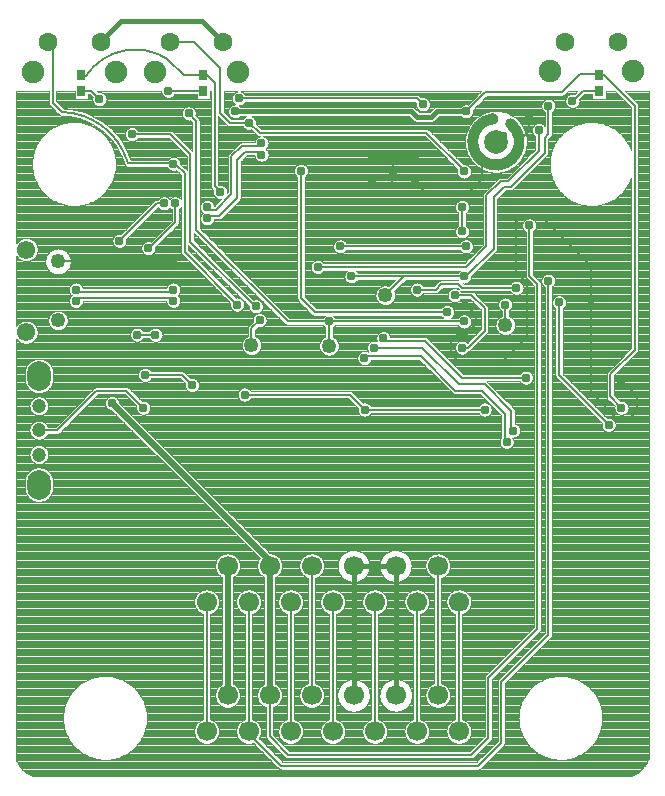
<source format=gbr>
G04 DipTrace 3.3.1.3*
G04 Top.gbr*
%MOMM*%
G04 #@! TF.FileFunction,Copper,L1,Top*
G04 #@! TF.Part,Single*
G04 #@! TA.AperFunction,Conductor*
%ADD13C,0.4*%
%ADD14C,0.2*%
%ADD16C,0.5*%
G04 #@! TA.AperFunction,CopperBalancing*
%ADD17C,0.1*%
G04 #@! TA.AperFunction,Nonconductor*
%ADD19C,0.9*%
%ADD20R,0.7X0.9*%
G04 #@! TA.AperFunction,ComponentPad*
%ADD24C,1.7*%
%ADD28C,1.25*%
G04 #@! TA.AperFunction,ComponentPad*
%ADD29C,1.55*%
%ADD42C,1.6*%
%ADD43C,1.9*%
%ADD47C,2.0*%
%ADD48C,0.7*%
G04 #@! TA.AperFunction,ComponentPad*
%ADD49O,2.0X2.5*%
%ADD50C,1.2*%
G04 #@! TA.AperFunction,ViaPad*
%ADD65C,0.7874*%
%FSLAX35Y35*%
G04*
G71*
G90*
G75*
G01*
G04 Top*
%LPD*%
X2905007Y6683257D2*
D13*
X4395893D1*
X4443513Y6635637D1*
X4566013D1*
X4613633Y6683257D1*
X4857630D1*
X5984757Y6987880D2*
D14*
Y6999323D1*
X5821943D1*
X5670307Y6847687D1*
X5022060D1*
X4857630Y6683257D1*
X2635133Y6987883D2*
X2663880D1*
X2730380Y6921383D1*
Y6048260D1*
X2778007Y6000633D1*
X5984757Y6987880D2*
X6029383D1*
X6286380Y6730883D1*
Y4667130D1*
X6080007Y4460757D1*
Y4270257D1*
X6175257Y4175007D1*
X1603257Y6987880D2*
Y6984527D1*
X1641213D1*
G02X2338357Y7122210I417415J-279738D01*
G01*
X2472683Y6987883D1*
X2635133D1*
X2074270Y4793267D2*
X2229573D1*
X2169497Y5524383D2*
Y5518620D1*
X2397007Y5746130D1*
Y5905383D1*
X2936757Y6794380D2*
X4442937D1*
X4493457Y6743860D1*
X5175130Y6476880D2*
X5162523D1*
X5113810Y6428167D1*
X3908507Y2835257D2*
D13*
Y1739880D1*
X4264507Y2835257D2*
Y1739880D1*
X4063883Y6286380D2*
D14*
X4237000D1*
X4429007D1*
X4237000D2*
Y6176763D1*
X4238507Y6175257D1*
X4063883Y6080007D2*
X4234207D1*
X4429007D1*
X4234207D2*
Y6170957D1*
X4238507Y6175257D1*
X1767507Y7270657D2*
D13*
Y7276133D1*
X1936630Y7445257D1*
X2624753D1*
X2799380Y7270630D1*
X3908507Y2835257D2*
X4264507D1*
X4918663Y6427733D2*
D14*
Y6319903D1*
X4993763Y6244803D1*
Y6114513D1*
X4863477Y5984227D1*
X4524787D1*
X4429007Y6080007D1*
X5306917Y6428617D2*
Y6360663D1*
X5191057Y6244803D1*
X4993763D1*
X5916110Y5033267D2*
Y4304860D1*
X6137930Y4083040D1*
X6236850D1*
X6302797Y4148987D1*
Y4269717D1*
X6175257Y4397257D1*
X5395470Y6644227D2*
Y6517170D1*
X5306917Y6428617D1*
X2380213Y5412620D2*
X1405977D1*
X1404713Y5413883D1*
X4848933Y5035930D2*
X4867987D1*
X4947020Y4956897D1*
Y4883523D1*
X4857630Y4794133D1*
X4778260D1*
X4730633Y4746507D1*
Y4635377D1*
X4794130Y4571880D1*
X5175130D1*
X5375827Y4772577D1*
Y5228437D1*
X5286257Y5318007D1*
Y5746630D1*
X5333883Y5794257D1*
X5492633D1*
X5916110Y5370780D1*
Y5033267D1*
X2920880Y5048130D2*
X2923453D1*
X2476380Y5495203D1*
Y6159383D1*
X2397007Y6238757D1*
X2381130D1*
X1317507Y7270657D2*
X1357930D1*
Y6755997D1*
X1436067Y6677860D1*
X1449630D1*
G02X1989160Y6267583I-28303J-597110D01*
G01*
X1996573Y6245053D1*
X2381130D1*
Y6238757D1*
X5191007Y4873507D2*
Y5048130D1*
X3698757Y4905257D2*
X4841757D1*
X2510463Y6665987D2*
X2572083Y6604367D1*
Y5683067D1*
X3349890Y4905257D1*
X3698757D1*
Y4698883D2*
Y4905257D1*
X3889257Y5286257D2*
X4335107D1*
X4841757D1*
X4857633D1*
X5091810Y5520433D1*
Y5956860D1*
X5181390Y6046440D1*
X5236817D1*
X5524380Y6334003D1*
Y6461003D1*
X5556133Y6492757D1*
Y6730880D1*
X4175007Y5127507D2*
X4176357D1*
X4335107Y5286257D1*
X3042083Y4703857D2*
Y4846793D1*
X3111163Y4915873D1*
X5258126Y3981687D2*
X5240868D1*
Y4150209D1*
X5018470Y4372607D1*
X4795663D1*
X4490040Y4678230D1*
X4081017D1*
Y4682660D1*
X5365633Y4429007D2*
X4823813D1*
X4509457Y4743363D1*
X4159133D1*
Y4762383D1*
X3079630Y5032257D2*
X3070560D1*
X2523690Y5579127D1*
Y6320543D1*
X2354163Y6490070D1*
X2029660D1*
X3462393Y6180123D2*
Y5100140D1*
X3577903Y4984630D1*
X4698880D1*
X5286257Y5191007D2*
X4825883D1*
X4794133Y5222757D1*
X4651257D1*
X4603633Y5175133D1*
X4444883D1*
X5646877Y5067140D2*
Y4447857D1*
X6065917Y4028817D1*
X4857630Y5540257D2*
X3794007D1*
X4825880Y5873633D2*
Y5667257D1*
X4762383Y5127507D2*
X4905257D1*
X5016380Y5016383D1*
Y4825880D1*
X4873507Y4683007D1*
X4825880D1*
X3603507Y5365630D2*
X4857630D1*
X5032257Y5540257D1*
Y5971623D1*
X5152343Y6091710D1*
X5218587D1*
X5476757Y6349880D1*
Y6524507D1*
X5203332Y3884917D2*
X5188194D1*
Y4122693D1*
X4993003Y4317883D1*
X4768633D1*
X4475873Y4610643D1*
X3999127D1*
Y4595690D1*
X2337830Y6857883D2*
X2635133D1*
X2127133Y4175007D2*
X1984257Y4317883D1*
X1730260D1*
X1396690Y3984313D1*
X1242710D1*
X1603257Y6857880D2*
X1684160D1*
X1755710Y6786330D1*
X5760480Y6772670D2*
X5762717D1*
X5847927Y6857880D1*
X5984757D1*
X2349380Y7270630D2*
X2556663D1*
X2778500Y7048793D1*
Y6666887D1*
X2857380Y6588007D1*
X3025463D1*
X3110803Y6502667D1*
X4522627D1*
X4841757Y6183537D1*
Y6175257D1*
X3018980Y6587967D2*
X3025463Y6588007D1*
X2301757Y5905383D2*
X2242460D1*
X1924540Y5587463D1*
X2840507Y2835257D2*
D16*
Y1739880D1*
X3196507Y2835257D2*
Y1739880D1*
D14*
Y1391130D1*
X3349507Y1238130D1*
X4905253D1*
X5048130Y1381007D1*
Y1889007D1*
X5462773Y2303650D1*
Y5220867D1*
X5395043Y5288597D1*
Y5717620D1*
X3196507Y2835257D2*
D16*
Y2877703D1*
X1861100Y4213110D1*
X3018507Y2530257D2*
D14*
Y1434880D1*
X5555667Y5249677D2*
Y2253913D1*
X5157493Y1855740D1*
Y1339960D1*
X4958917Y1141383D1*
X3296680D1*
X3016133Y1421930D1*
Y1434880D1*
X3018507D1*
X4798507Y2530257D2*
Y1434880D1*
X4620507Y2835257D2*
Y1739880D1*
X3730507Y2530257D2*
Y1434880D1*
X4442507Y2530257D2*
Y1434880D1*
X4086507Y2530257D2*
Y1434880D1*
X2662507Y2530257D2*
Y1434880D1*
X3552507Y2835257D2*
Y1739880D1*
X3374507Y2530257D2*
Y1434880D1*
X1555630Y5175130D2*
Y5155263D1*
X2381130D1*
Y5175130D1*
X1555630Y5079883D2*
Y5106953D1*
X2381130D1*
Y5079883D1*
X2666880Y5873630D2*
Y5851197D1*
X2739697D1*
X2873257Y5984757D1*
Y6302257D1*
X2962407Y6391407D1*
X3127257D1*
Y6413380D1*
X2666880Y5778383D2*
Y5801483D1*
X2769357D1*
X2920880Y5953007D1*
Y6270503D1*
X2991333Y6340957D1*
X3127257D1*
Y6318133D1*
X2142140Y4452697D2*
X2452690D1*
X2539880Y4365507D1*
X2984383Y4286133D2*
X3873377D1*
X4000380Y4159130D1*
X5016383D1*
D65*
X2510463Y6665987D3*
X5476757Y6524507D3*
X2337830Y6857883D3*
X5760480Y6772670D3*
X1555630Y5175130D3*
Y5079883D3*
X2381130Y5175130D3*
Y5079883D3*
X2778007Y6000633D3*
X2301757Y5905383D3*
X2397007D3*
X1924540Y5587463D3*
X2169497Y5524383D3*
X2936757Y6794380D3*
X4493457Y6743860D3*
X2381130Y6238757D3*
X2920880Y5048130D3*
X4841757Y6175257D3*
X2074270Y4793267D3*
X2229573D3*
X2905007Y6683257D3*
X4857630D3*
X2380213Y5412620D3*
X3111163Y4915873D3*
X5191007Y5048130D3*
X4238507Y6175257D3*
X4063883Y6286380D3*
X4429007D3*
X4063883Y6080007D3*
X4429007D3*
X5395043Y5717620D3*
X5555667Y5249677D3*
X3127257Y6413380D3*
Y6318133D3*
X2666880Y5873630D3*
Y5778383D3*
X4825880Y4683007D3*
X3794007Y5540257D3*
X4857630D3*
X4698880Y4984630D3*
X1861100Y4213110D3*
X2142140Y4452697D3*
X1755710Y6786330D3*
X2029660Y6490070D3*
X3462393Y6180123D3*
X4841757Y4905257D3*
X2539880Y4365507D3*
X4841757Y5286257D3*
X3698757Y4905257D3*
X3889257Y5286257D3*
X5395470Y6644227D3*
X3079630Y5032257D3*
X3603507Y5365630D3*
X6175257Y4397257D3*
X4848933Y5035930D3*
X6175257Y4175007D3*
X4159133Y4762383D3*
X4000380Y4159130D3*
X3018980Y6587967D3*
X2984383Y4286133D3*
X5016383Y4159130D3*
X5556133Y6730880D3*
X5175130Y6476880D3*
X5916110Y5033267D3*
X4825880Y5873633D3*
X2127133Y4175007D3*
X5286257Y5191007D3*
X5646877Y5067140D3*
X4825880Y5667257D3*
X4762383Y5127507D3*
X4081017Y4682660D3*
X5258126Y3981687D3*
X5365633Y4429007D3*
X6065917Y4028817D3*
X4444883Y5175133D3*
X3999127Y4595690D3*
X5203332Y3884917D3*
X1053633Y6843217D2*
D17*
X1326331D1*
X1389522D2*
X1546663D1*
X1775694D2*
X2278674D1*
X2691729D2*
X2698772D1*
X2810108D2*
X2900960D1*
X2972569D2*
X4973323D1*
X5710108D2*
X5788987D1*
X6041358D2*
X6129768D1*
X6218331D2*
X6407385D1*
X1053633Y6833550D2*
X1326331D1*
X1389522D2*
X1546663D1*
X1793682D2*
X2282014D1*
X2691729D2*
X2698772D1*
X2810108D2*
X2890354D1*
X2983174D2*
X4963655D1*
X5700440D2*
X5779319D1*
X6041358D2*
X6139436D1*
X6227979D2*
X6407385D1*
X1053633Y6823883D2*
X1326331D1*
X1389522D2*
X1546663D1*
X1659854D2*
X1673889D1*
X1803467D2*
X2287424D1*
X2388233D2*
X2578538D1*
X2691729D2*
X2698772D1*
X2810108D2*
X2883538D1*
X4452061D2*
X4953987D1*
X5690538D2*
X5728284D1*
X5858213D2*
X5928147D1*
X6041358D2*
X6149104D1*
X6237647D2*
X6407385D1*
X1053633Y6814217D2*
X1326331D1*
X1389522D2*
X1546663D1*
X1659854D2*
X1683557D1*
X1809795D2*
X2295725D1*
X2379932D2*
X2578538D1*
X2691729D2*
X2698772D1*
X2810108D2*
X2879163D1*
X4467374D2*
X4944319D1*
X5032862D2*
X5716233D1*
X5848545D2*
X5928147D1*
X6041358D2*
X6158772D1*
X6247315D2*
X6407385D1*
X1053633Y6804550D2*
X1326331D1*
X1389522D2*
X1546663D1*
X1659854D2*
X1693206D1*
X1813838D2*
X2309417D1*
X2366260D2*
X2578538D1*
X2691729D2*
X2698772D1*
X2810108D2*
X2876663D1*
X4477042D2*
X4934651D1*
X5023194D2*
X5708694D1*
X5838878D2*
X5928147D1*
X6041358D2*
X6168440D1*
X6256983D2*
X6407385D1*
X1053633Y6794883D2*
X1326331D1*
X1389522D2*
X1546663D1*
X1659854D2*
X1695354D1*
X1816065D2*
X2578538D1*
X2691729D2*
X2698772D1*
X2810108D2*
X2875784D1*
X4525967D2*
X4924983D1*
X5013526D2*
X5703772D1*
X5829210D2*
X5928147D1*
X6041358D2*
X6178108D1*
X6266651D2*
X6407385D1*
X1053633Y6785217D2*
X1326331D1*
X1389522D2*
X1694749D1*
X1816670D2*
X2698772D1*
X2810108D2*
X2876487D1*
X4537881D2*
X4915315D1*
X5003858D2*
X5529749D1*
X5582510D2*
X5700842D1*
X5820128D2*
X6187776D1*
X6276319D2*
X6407385D1*
X1053633Y6775550D2*
X1326331D1*
X1389522D2*
X1695725D1*
X1815694D2*
X2698772D1*
X2810108D2*
X2878811D1*
X4545362D2*
X4905647D1*
X4994190D2*
X5515120D1*
X5597139D2*
X5699573D1*
X5821378D2*
X6197444D1*
X6285987D2*
X6407385D1*
X1053633Y6765883D2*
X1326331D1*
X1392315D2*
X1698342D1*
X1813096D2*
X2698772D1*
X2810108D2*
X2882991D1*
X4550245D2*
X4895979D1*
X4984542D2*
X5506448D1*
X5605831D2*
X5699905D1*
X5821065D2*
X6207112D1*
X6295655D2*
X6407385D1*
X1053633Y6756217D2*
X1326331D1*
X1401983D2*
X1702854D1*
X1808565D2*
X2698772D1*
X2810108D2*
X2889495D1*
X2984014D2*
X4433772D1*
X4553135D2*
X4886311D1*
X4974874D2*
X5500784D1*
X5611495D2*
X5701819D1*
X5819151D2*
X6216780D1*
X6305323D2*
X6407385D1*
X1053633Y6746550D2*
X1327815D1*
X1411651D2*
X1709827D1*
X1801592D2*
X2698772D1*
X2810108D2*
X2899573D1*
X2973936D2*
X4432542D1*
X4554366D2*
X4876643D1*
X4965206D2*
X5497249D1*
X5615010D2*
X5705491D1*
X5815460D2*
X6226428D1*
X6313663D2*
X6407385D1*
X1053633Y6736883D2*
X1333030D1*
X1421319D2*
X1720784D1*
X1790635D2*
X2698772D1*
X2810108D2*
X2877170D1*
X2954795D2*
X4432893D1*
X4554014D2*
X4829788D1*
X4955538D2*
X5495471D1*
X5616807D2*
X5711350D1*
X5809600D2*
X6236096D1*
X6317393D2*
X6407385D1*
X1053633Y6727217D2*
X1342444D1*
X1430987D2*
X1744612D1*
X1766807D2*
X2698772D1*
X2810108D2*
X2863225D1*
X2946807D2*
X4434846D1*
X4552081D2*
X4815842D1*
X4945870D2*
X5495276D1*
X5616983D2*
X5720354D1*
X5800596D2*
X6245764D1*
X6317979D2*
X6407385D1*
X1053633Y6717550D2*
X1352092D1*
X1440655D2*
X2478850D1*
X2542081D2*
X2698772D1*
X2810108D2*
X2854807D1*
X4418624D2*
X4438557D1*
X4548350D2*
X4590901D1*
X4936202D2*
X5496663D1*
X5615596D2*
X5735862D1*
X5785108D2*
X6254788D1*
X6317979D2*
X6407385D1*
X1053633Y6707883D2*
X1361760D1*
X1458545D2*
X2466565D1*
X2554366D2*
X2698772D1*
X2810108D2*
X2849319D1*
X4429678D2*
X4444475D1*
X4542432D2*
X4579846D1*
X4926534D2*
X5499749D1*
X5612510D2*
X6254788D1*
X6317979D2*
X6407385D1*
X1053633Y6698217D2*
X1371428D1*
X1536710D2*
X2458889D1*
X2562042D2*
X2698772D1*
X2810108D2*
X2845940D1*
X4439346D2*
X4453557D1*
X4533350D2*
X4570178D1*
X4916866D2*
X5504846D1*
X5607432D2*
X6254788D1*
X6317979D2*
X6407385D1*
X1053633Y6688550D2*
X1381096D1*
X1579952D2*
X2453909D1*
X2567022D2*
X2698772D1*
X2810108D2*
X2844280D1*
X4449014D2*
X4469280D1*
X4517628D2*
X4560510D1*
X4918370D2*
X5103870D1*
X5121260D2*
X5512659D1*
X5599620D2*
X6254788D1*
X6317979D2*
X6407385D1*
X1053633Y6678883D2*
X1390764D1*
X1613721D2*
X2450901D1*
X2570030D2*
X2698772D1*
X2810772D2*
X2844202D1*
X4458682D2*
X4550842D1*
X4918448D2*
X5042385D1*
X5182295D2*
X5524534D1*
X5587725D2*
X6254788D1*
X6317979D2*
X6407385D1*
X1053633Y6669217D2*
X1400432D1*
X1642081D2*
X2449573D1*
X2571338D2*
X2698772D1*
X2820440D2*
X2845706D1*
X4916924D2*
X5014065D1*
X5209932D2*
X5524534D1*
X5587725D2*
X6254788D1*
X6317979D2*
X6407385D1*
X1053633Y6659550D2*
X1410100D1*
X1665831D2*
X2449846D1*
X2571085D2*
X2698772D1*
X2830108D2*
X2848928D1*
X4913721D2*
X4991565D1*
X5228897D2*
X5524534D1*
X5587725D2*
X6254788D1*
X6317979D2*
X6407385D1*
X1053633Y6649883D2*
X1422678D1*
X1688135D2*
X2451702D1*
X2570850D2*
X2698772D1*
X2839776D2*
X2854182D1*
X4908448D2*
X4975120D1*
X5247862D2*
X5524534D1*
X5587725D2*
X6254788D1*
X6317979D2*
X6407385D1*
X1053633Y6640217D2*
X1510667D1*
X1707588D2*
X2455315D1*
X2580518D2*
X2698772D1*
X2849444D2*
X2862249D1*
X2947764D2*
X2988538D1*
X3049405D2*
X4380510D1*
X4629014D2*
X4814866D1*
X4900381D2*
X4958420D1*
X5266710D2*
X5524534D1*
X5587725D2*
X6254788D1*
X6317979D2*
X6407385D1*
X1053633Y6630550D2*
X1557698D1*
X1725753D2*
X2461077D1*
X2590167D2*
X2698772D1*
X2761983D2*
X2770569D1*
X2859112D2*
X2875393D1*
X2934620D2*
X2975745D1*
X3062198D2*
X4390178D1*
X4619346D2*
X4828030D1*
X4887237D2*
X4946585D1*
X5278096D2*
X5524534D1*
X5587725D2*
X6254788D1*
X6317979D2*
X6407385D1*
X1053633Y6620883D2*
X1592190D1*
X1743194D2*
X2469944D1*
X2598838D2*
X2698772D1*
X2761983D2*
X2780237D1*
X2868780D2*
X2967854D1*
X3070108D2*
X4399846D1*
X4609678D2*
X4936213D1*
X5288624D2*
X5524534D1*
X5587725D2*
X6254788D1*
X6317979D2*
X6407385D1*
X1053633Y6611217D2*
X1620530D1*
X1758292D2*
X2485042D1*
X2602901D2*
X2698772D1*
X2761983D2*
X2789885D1*
X3075264D2*
X4409514D1*
X4600010D2*
X4926233D1*
X5298448D2*
X5524534D1*
X5587725D2*
X6254788D1*
X6317979D2*
X6407385D1*
X1053633Y6601550D2*
X1643753D1*
X1773370D2*
X2530628D1*
X2603682D2*
X2698772D1*
X2761983D2*
X2799553D1*
X3078389D2*
X4420452D1*
X4589073D2*
X4916272D1*
X5308272D2*
X5524534D1*
X5587725D2*
X6254788D1*
X6317979D2*
X6407385D1*
X1053633Y6591883D2*
X1499221D1*
X1580303D2*
X1666057D1*
X1787491D2*
X2540295D1*
X2603682D2*
X2698772D1*
X2761983D2*
X2809221D1*
X3079815D2*
X4908069D1*
X5316788D2*
X5524534D1*
X5587725D2*
X5880725D1*
X5961788D2*
X6254788D1*
X6317979D2*
X6407385D1*
X1053633Y6582217D2*
X1447678D1*
X1631846D2*
X1684299D1*
X1800206D2*
X2540491D1*
X2603682D2*
X2698772D1*
X2761983D2*
X2818889D1*
X3079678D2*
X4899749D1*
X5325381D2*
X5459456D1*
X5494073D2*
X5524534D1*
X5587725D2*
X5829163D1*
X6013350D2*
X6254788D1*
X6317979D2*
X6407385D1*
X1053633Y6572550D2*
X1416917D1*
X1662588D2*
X1702463D1*
X1812920D2*
X2540491D1*
X2603682D2*
X2698772D1*
X2761983D2*
X2828557D1*
X3085186D2*
X4894260D1*
X5330870D2*
X5439866D1*
X5513643D2*
X5524534D1*
X5587725D2*
X5798420D1*
X6044092D2*
X6254788D1*
X6317979D2*
X6407385D1*
X1053633Y6562883D2*
X1393147D1*
X1686378D2*
X1718284D1*
X1825167D2*
X2540491D1*
X2603682D2*
X2698772D1*
X2761983D2*
X2838909D1*
X3094854D2*
X4887424D1*
X5337139D2*
X5429670D1*
X5587725D2*
X5774651D1*
X6067862D2*
X6254788D1*
X6317979D2*
X6407385D1*
X1053633Y6553217D2*
X1373303D1*
X1706221D2*
X1733381D1*
X1835948D2*
X2540491D1*
X2603682D2*
X2698772D1*
X2761983D2*
X2969104D1*
X3104522D2*
X4881838D1*
X5342999D2*
X5423108D1*
X5587725D2*
X5754807D1*
X6087725D2*
X6254788D1*
X6317979D2*
X6407385D1*
X1053633Y6543550D2*
X1356096D1*
X1723409D2*
X1747952D1*
X1846729D2*
X2001526D1*
X2057803D2*
X2540491D1*
X2603682D2*
X2698772D1*
X2761983D2*
X2977678D1*
X3114190D2*
X4877327D1*
X5347452D2*
X5418889D1*
X5587725D2*
X5737600D1*
X6104913D2*
X6254788D1*
X6317979D2*
X6407385D1*
X1053633Y6533883D2*
X1340862D1*
X1738643D2*
X1760667D1*
X1857530D2*
X1987717D1*
X2071612D2*
X2540491D1*
X2603682D2*
X2698772D1*
X2761983D2*
X2992073D1*
X3123858D2*
X4872815D1*
X5351885D2*
X5416526D1*
X5587725D2*
X5722366D1*
X6120147D2*
X6254788D1*
X6317979D2*
X6407385D1*
X1053633Y6524217D2*
X1327151D1*
X1752354D2*
X1773381D1*
X1867100D2*
X1979358D1*
X2079952D2*
X2540491D1*
X2603682D2*
X2698772D1*
X2761983D2*
X3044983D1*
X4545342D2*
X4868303D1*
X5356319D2*
X5415784D1*
X5587725D2*
X5708655D1*
X6133858D2*
X6254788D1*
X6317979D2*
X6407385D1*
X1053633Y6514550D2*
X1314710D1*
X1764815D2*
X1785393D1*
X1876280D2*
X1973909D1*
X2373526D2*
X2540491D1*
X2603682D2*
X2698772D1*
X2761983D2*
X3054651D1*
X4555010D2*
X4864143D1*
X5360557D2*
X5416624D1*
X5587725D2*
X5696194D1*
X6146319D2*
X6254788D1*
X6317979D2*
X6407385D1*
X1053633Y6504883D2*
X1303303D1*
X1776202D2*
X1796174D1*
X1885460D2*
X1970549D1*
X2383624D2*
X2540491D1*
X2603682D2*
X2698772D1*
X2761983D2*
X3064319D1*
X4564678D2*
X4860881D1*
X5364249D2*
X5419085D1*
X5587725D2*
X5684807D1*
X6157706D2*
X6254788D1*
X6317979D2*
X6407385D1*
X1053633Y6495217D2*
X1292815D1*
X1786710D2*
X1806975D1*
X1894639D2*
X1968909D1*
X2393292D2*
X2540491D1*
X2603682D2*
X2698772D1*
X2761983D2*
X3073987D1*
X4574346D2*
X4858889D1*
X5365850D2*
X5423420D1*
X5587725D2*
X5674319D1*
X6168213D2*
X6254788D1*
X6317979D2*
X6407385D1*
X1053633Y6485550D2*
X1283108D1*
X1796397D2*
X1817424D1*
X1902491D2*
X1968870D1*
X2402960D2*
X2540491D1*
X2603682D2*
X2698772D1*
X2761983D2*
X3083635D1*
X4584014D2*
X4856389D1*
X5368292D2*
X5430159D1*
X5586866D2*
X5664612D1*
X6177901D2*
X6254788D1*
X6317979D2*
X6407385D1*
X1053633Y6475883D2*
X1274124D1*
X1805401D2*
X1826604D1*
X1910303D2*
X1970393D1*
X2412628D2*
X2540491D1*
X2603682D2*
X2698772D1*
X2761983D2*
X3095003D1*
X4593682D2*
X4853870D1*
X5370733D2*
X5440647D1*
X5582667D2*
X5655628D1*
X6186885D2*
X6254788D1*
X6317979D2*
X6407385D1*
X1053633Y6466217D2*
X1265764D1*
X1813741D2*
X1835784D1*
X1918116D2*
X1973635D1*
X2422295D2*
X2540491D1*
X2603682D2*
X2698772D1*
X2761983D2*
X3097893D1*
X3156631D2*
X4514807D1*
X4603350D2*
X4851936D1*
X5372803D2*
X5445159D1*
X5573878D2*
X5647268D1*
X6195245D2*
X6254788D1*
X6317979D2*
X6407385D1*
X1053633Y6456550D2*
X1257991D1*
X1821514D2*
X1844983D1*
X1925928D2*
X1978928D1*
X2080381D2*
X2343401D1*
X2431963D2*
X2540491D1*
X2603682D2*
X2698772D1*
X2761983D2*
X3084631D1*
X3169874D2*
X4524475D1*
X4613018D2*
X4851155D1*
X5373643D2*
X5445159D1*
X5564210D2*
X5639495D1*
X6203018D2*
X6254788D1*
X6317979D2*
X6407385D1*
X1053633Y6446883D2*
X1250764D1*
X1828760D2*
X1853069D1*
X1932628D2*
X1987053D1*
X2072276D2*
X2353069D1*
X2441631D2*
X2540491D1*
X2603682D2*
X2698772D1*
X2761983D2*
X3076526D1*
X3177999D2*
X4534143D1*
X4622686D2*
X4850452D1*
X5374268D2*
X5445159D1*
X5555987D2*
X5632249D1*
X6210264D2*
X6254788D1*
X6317979D2*
X6407385D1*
X1053633Y6437217D2*
X1244006D1*
X1835499D2*
X1860862D1*
X1939229D2*
X2000315D1*
X2058995D2*
X2362737D1*
X2451299D2*
X2540491D1*
X2603682D2*
X2698772D1*
X2761983D2*
X3071233D1*
X3183292D2*
X4543811D1*
X4632354D2*
X4849768D1*
X5374971D2*
X5445159D1*
X5555987D2*
X5625510D1*
X6217003D2*
X6254788D1*
X6317979D2*
X6407385D1*
X1053633Y6427550D2*
X1237717D1*
X1841788D2*
X1868674D1*
X1945831D2*
X2372405D1*
X2460967D2*
X2540491D1*
X2603682D2*
X2698772D1*
X2761983D2*
X3067991D1*
X3186534D2*
X4553460D1*
X4642022D2*
X4848753D1*
X5376358D2*
X5445159D1*
X5555987D2*
X5619221D1*
X6223292D2*
X6254788D1*
X6317979D2*
X6407385D1*
X1053633Y6417883D2*
X1231878D1*
X1847628D2*
X1876331D1*
X1952432D2*
X2382073D1*
X2470616D2*
X2540491D1*
X2603682D2*
X2698772D1*
X2761983D2*
X2946057D1*
X3188057D2*
X4563128D1*
X4651690D2*
X4849026D1*
X5375753D2*
X5445159D1*
X5555987D2*
X5613381D1*
X6229131D2*
X6254788D1*
X6317979D2*
X6407385D1*
X1053633Y6408217D2*
X1226428D1*
X1853077D2*
X1882932D1*
X1958389D2*
X2391741D1*
X2480284D2*
X2540491D1*
X2603682D2*
X2698772D1*
X2761983D2*
X2934944D1*
X3187999D2*
X4572795D1*
X4661358D2*
X4850042D1*
X5374756D2*
X5445159D1*
X5555987D2*
X5607932D1*
X6234581D2*
X6254788D1*
X6317979D2*
X6407385D1*
X1053633Y6398550D2*
X1221389D1*
X1858135D2*
X1889534D1*
X1963917D2*
X2401409D1*
X2489952D2*
X2540491D1*
X2603682D2*
X2698772D1*
X2761983D2*
X2925276D1*
X3186358D2*
X4582463D1*
X4671026D2*
X4851096D1*
X5373624D2*
X5445159D1*
X5555987D2*
X5602874D1*
X6239639D2*
X6254788D1*
X6317979D2*
X6407385D1*
X1053633Y6388883D2*
X1216702D1*
X1862823D2*
X1896135D1*
X1969424D2*
X2411077D1*
X2499620D2*
X2540491D1*
X2603682D2*
X2698772D1*
X2761983D2*
X2915608D1*
X3182999D2*
X4592131D1*
X4680694D2*
X4852170D1*
X5372491D2*
X5445159D1*
X5555987D2*
X5598186D1*
X6244327D2*
X6254788D1*
X6317979D2*
X6407385D1*
X1053633Y6379217D2*
X1212366D1*
X1867159D2*
X1902483D1*
X1974952D2*
X2420745D1*
X2509288D2*
X2540491D1*
X2603682D2*
X2698772D1*
X2761983D2*
X2905940D1*
X3177549D2*
X4601799D1*
X4690342D2*
X4853245D1*
X5371358D2*
X5445159D1*
X5555987D2*
X5593870D1*
X6248643D2*
X6254780D1*
X6317979D2*
X6407385D1*
X1053633Y6369550D2*
X1208362D1*
X1871143D2*
X1907991D1*
X1980401D2*
X2430413D1*
X2518956D2*
X2540491D1*
X2603682D2*
X2698772D1*
X2761983D2*
X2896272D1*
X3169190D2*
X4611467D1*
X4700010D2*
X4855120D1*
X5369678D2*
X5445159D1*
X5555987D2*
X5589866D1*
X6317979D2*
X6407385D1*
X1053633Y6359883D2*
X1204710D1*
X1874815D2*
X1913518D1*
X1984932D2*
X2440081D1*
X2528624D2*
X2540491D1*
X2603682D2*
X2698772D1*
X2761983D2*
X2886604D1*
X3171299D2*
X4621135D1*
X4709678D2*
X4857991D1*
X5366788D2*
X5442483D1*
X5555987D2*
X5586213D1*
X6317979D2*
X6407385D1*
X1053633Y6350217D2*
X1201350D1*
X1878155D2*
X1919026D1*
X1989463D2*
X2449749D1*
X2603682D2*
X2698772D1*
X2761983D2*
X2876936D1*
X3178917D2*
X4630803D1*
X4719346D2*
X4860608D1*
X5364522D2*
X5432815D1*
X5555987D2*
X5582854D1*
X6317979D2*
X6407385D1*
X1053633Y6340550D2*
X1198323D1*
X1881202D2*
X1924417D1*
X1993995D2*
X2459417D1*
X2603682D2*
X2698772D1*
X2761983D2*
X2867268D1*
X3183878D2*
X4640471D1*
X4729014D2*
X4863811D1*
X5361280D2*
X5423147D1*
X5555987D2*
X5579807D1*
X6317979D2*
X6407385D1*
X1053633Y6330883D2*
X1195569D1*
X1883936D2*
X1928948D1*
X1998545D2*
X2469085D1*
X2603682D2*
X2698772D1*
X2761983D2*
X2857600D1*
X3186846D2*
X4650139D1*
X4738682D2*
X4866799D1*
X5357842D2*
X5413479D1*
X5555811D2*
X5577073D1*
X6317979D2*
X6407385D1*
X1053633Y6321217D2*
X1193128D1*
X1886397D2*
X1933479D1*
X2002764D2*
X2478733D1*
X2603682D2*
X2698772D1*
X2761983D2*
X2848245D1*
X3188155D2*
X4659807D1*
X4748350D2*
X4871057D1*
X5353799D2*
X5403811D1*
X5553174D2*
X5574631D1*
X6317979D2*
X6407385D1*
X1053633Y6311550D2*
X1190960D1*
X1888545D2*
X1938010D1*
X2006378D2*
X2488401D1*
X2603682D2*
X2698772D1*
X2761983D2*
X2843108D1*
X3187862D2*
X4669475D1*
X4758018D2*
X4876018D1*
X5348760D2*
X5394143D1*
X5546202D2*
X5572463D1*
X6317979D2*
X6407385D1*
X1053633Y6301883D2*
X1189085D1*
X1890440D2*
X1942542D1*
X2009991D2*
X2492092D1*
X2603682D2*
X2698772D1*
X2761983D2*
X2841663D1*
X2996534D2*
X3068538D1*
X3185987D2*
X4679143D1*
X4767686D2*
X4880979D1*
X5343702D2*
X5384475D1*
X5536534D2*
X5570569D1*
X6317979D2*
X6407385D1*
X1053633Y6292217D2*
X1187463D1*
X1892042D2*
X1946272D1*
X2013624D2*
X2352952D1*
X2409307D2*
X2492092D1*
X2603682D2*
X2698772D1*
X2761983D2*
X2841663D1*
X2986866D2*
X3072170D1*
X3182335D2*
X4688811D1*
X4777354D2*
X4885940D1*
X5338663D2*
X5374827D1*
X5526866D2*
X5568967D1*
X6317979D2*
X6407385D1*
X1053633Y6282550D2*
X1186135D1*
X1893389D2*
X1949885D1*
X2017237D2*
X2339163D1*
X2423096D2*
X2492092D1*
X2603682D2*
X2698772D1*
X2761983D2*
X2841663D1*
X2977198D2*
X3077991D1*
X3176534D2*
X4698460D1*
X4787022D2*
X4891682D1*
X5333096D2*
X5365159D1*
X5517198D2*
X5567639D1*
X6317979D2*
X6407385D1*
X1053633Y6272883D2*
X1185061D1*
X1894444D2*
X1953499D1*
X2431436D2*
X2492092D1*
X2603682D2*
X2698772D1*
X2761983D2*
X2841663D1*
X2967530D2*
X3086897D1*
X3167608D2*
X4708128D1*
X4796690D2*
X4898479D1*
X5326651D2*
X5355491D1*
X5507530D2*
X5566565D1*
X6317979D2*
X6407385D1*
X1053633Y6263217D2*
X1184260D1*
X1895245D2*
X1957131D1*
X2436885D2*
X2492092D1*
X2603682D2*
X2698772D1*
X2761983D2*
X2841663D1*
X2957862D2*
X3102170D1*
X3152354D2*
X4717795D1*
X4806358D2*
X4906526D1*
X5318155D2*
X5345823D1*
X5497862D2*
X5565764D1*
X6317979D2*
X6407385D1*
X1053633Y6253550D2*
X1183733D1*
X1895792D2*
X1960569D1*
X2440245D2*
X2492092D1*
X2603682D2*
X2698772D1*
X2761983D2*
X2841663D1*
X2952471D2*
X4727463D1*
X4816026D2*
X4913967D1*
X5310616D2*
X5336155D1*
X5488194D2*
X5565237D1*
X6317979D2*
X6407385D1*
X1053633Y6243883D2*
X1183460D1*
X1896045D2*
X1963753D1*
X2441885D2*
X2492092D1*
X2603682D2*
X2698772D1*
X2761983D2*
X2841663D1*
X2952471D2*
X4737131D1*
X4825694D2*
X4922659D1*
X5302198D2*
X5326487D1*
X5478526D2*
X5564963D1*
X6317979D2*
X6407385D1*
X1053633Y6234217D2*
X1183460D1*
X1896065D2*
X1966956D1*
X2445831D2*
X2492092D1*
X2603682D2*
X2698772D1*
X2761983D2*
X2841663D1*
X2952471D2*
X3435510D1*
X3489288D2*
X4746799D1*
X4853721D2*
X4933420D1*
X5291358D2*
X5316819D1*
X5468878D2*
X5564944D1*
X6317979D2*
X6407385D1*
X1053633Y6224550D2*
X1183713D1*
X1895811D2*
X1972854D1*
X2455479D2*
X2492092D1*
X2603682D2*
X2698772D1*
X2761983D2*
X2841663D1*
X2952471D2*
X3421116D1*
X3503682D2*
X4756467D1*
X4876905D2*
X4944163D1*
X5280440D2*
X5307151D1*
X5459210D2*
X5565198D1*
X6317979D2*
X6407385D1*
X1053633Y6214883D2*
X1184221D1*
X1895284D2*
X1990452D1*
X2465147D2*
X2492092D1*
X2603682D2*
X2698772D1*
X2761983D2*
X2841663D1*
X2952471D2*
X3412522D1*
X3512256D2*
X4766135D1*
X4887764D2*
X4955569D1*
X5269170D2*
X5297483D1*
X5449542D2*
X5565725D1*
X6317979D2*
X6407385D1*
X1053633Y6205217D2*
X1185003D1*
X1894503D2*
X2330413D1*
X2474815D2*
X2492092D1*
X2603682D2*
X2698772D1*
X2761983D2*
X2841663D1*
X2952471D2*
X3406917D1*
X3517862D2*
X4775803D1*
X4894698D2*
X4971038D1*
X5253741D2*
X5287815D1*
X5439874D2*
X5566506D1*
X6317979D2*
X6407385D1*
X1053633Y6195550D2*
X1186057D1*
X1893448D2*
X2338538D1*
X2484483D2*
X2492092D1*
X2603682D2*
X2698772D1*
X2761983D2*
X2841663D1*
X2952471D2*
X3403440D1*
X3521338D2*
X4784319D1*
X4899190D2*
X4986799D1*
X5237725D2*
X5278147D1*
X5430206D2*
X5567561D1*
X6317979D2*
X6407385D1*
X1053633Y6185883D2*
X1187385D1*
X1892139D2*
X2351838D1*
X2603682D2*
X2698772D1*
X2761983D2*
X2841663D1*
X2952471D2*
X3401702D1*
X3523077D2*
X4781741D1*
X4901768D2*
X5007073D1*
X5217881D2*
X5268479D1*
X5420538D2*
X5568870D1*
X6317979D2*
X6407385D1*
X1053633Y6176217D2*
X1188967D1*
X1890538D2*
X2415276D1*
X2603682D2*
X2698772D1*
X2761983D2*
X2841663D1*
X2952471D2*
X3401545D1*
X3523233D2*
X4780803D1*
X4902725D2*
X5032170D1*
X5192842D2*
X5258811D1*
X5410870D2*
X5570471D1*
X6317979D2*
X6407385D1*
X1053633Y6166550D2*
X1190842D1*
X1888682D2*
X2424944D1*
X2603682D2*
X2698772D1*
X2761983D2*
X2841663D1*
X2952471D2*
X3402971D1*
X3521807D2*
X4781428D1*
X4902100D2*
X5075862D1*
X5148389D2*
X5249143D1*
X5401202D2*
X5572346D1*
X6317979D2*
X6407385D1*
X1053633Y6156883D2*
X1192991D1*
X1886534D2*
X2434612D1*
X2603682D2*
X2698772D1*
X2761983D2*
X2841663D1*
X2952471D2*
X3406116D1*
X3518682D2*
X4783674D1*
X4899835D2*
X5239475D1*
X5391534D2*
X5574475D1*
X6317979D2*
X6407385D1*
X1053633Y6147217D2*
X1195413D1*
X1884092D2*
X2444280D1*
X2603682D2*
X2698772D1*
X2761983D2*
X2841663D1*
X2952471D2*
X3411253D1*
X3513526D2*
X4787737D1*
X4895772D2*
X5229827D1*
X5381866D2*
X5576917D1*
X6317979D2*
X6407385D1*
X1053633Y6137550D2*
X1198147D1*
X1881378D2*
X2444788D1*
X2603682D2*
X2698772D1*
X2761983D2*
X2841663D1*
X2952471D2*
X3419163D1*
X3505635D2*
X4794124D1*
X4889385D2*
X5220159D1*
X5372198D2*
X5579631D1*
X6317979D2*
X6407385D1*
X1053633Y6127883D2*
X1201155D1*
X1878350D2*
X2444788D1*
X2603682D2*
X2698772D1*
X2761983D2*
X2841663D1*
X2952471D2*
X3430784D1*
X3493995D2*
X4803987D1*
X4879522D2*
X5210491D1*
X5362530D2*
X5582659D1*
X6317979D2*
X6407385D1*
X1053633Y6118217D2*
X1204495D1*
X1875010D2*
X2444788D1*
X2603682D2*
X2698772D1*
X2761983D2*
X2841663D1*
X2952471D2*
X3430784D1*
X3493995D2*
X4822249D1*
X4861280D2*
X5136057D1*
X5352862D2*
X5585999D1*
X6317979D2*
X6407385D1*
X1053633Y6108550D2*
X1208147D1*
X1871378D2*
X2444788D1*
X2603682D2*
X2698772D1*
X2761983D2*
X2841663D1*
X2952471D2*
X3430784D1*
X3493995D2*
X5124905D1*
X5343194D2*
X5589631D1*
X6317979D2*
X6407385D1*
X1053633Y6098883D2*
X1212112D1*
X1867393D2*
X2444788D1*
X2603682D2*
X2698772D1*
X2761983D2*
X2841663D1*
X2952471D2*
X3430784D1*
X3493995D2*
X5115237D1*
X5333526D2*
X5593616D1*
X6248897D2*
X6254789D1*
X6317979D2*
X6407385D1*
X1053633Y6089217D2*
X1216428D1*
X1863096D2*
X2444788D1*
X2603682D2*
X2698772D1*
X2761983D2*
X2841663D1*
X2952471D2*
X3430784D1*
X3493995D2*
X5105569D1*
X5323878D2*
X5597913D1*
X6244600D2*
X6254788D1*
X6317979D2*
X6407385D1*
X1053633Y6079550D2*
X1221077D1*
X1858428D2*
X2444788D1*
X2603682D2*
X2698772D1*
X2761983D2*
X2841663D1*
X2952471D2*
X3430784D1*
X3493995D2*
X5095901D1*
X5314210D2*
X5602581D1*
X6239932D2*
X6254788D1*
X6317979D2*
X6407385D1*
X1053633Y6069883D2*
X1226116D1*
X1853389D2*
X2444788D1*
X2603682D2*
X2698772D1*
X2761983D2*
X2841663D1*
X2952471D2*
X3430784D1*
X3493995D2*
X5086233D1*
X5304542D2*
X5607620D1*
X6234893D2*
X6254788D1*
X6317979D2*
X6407385D1*
X1053633Y6060217D2*
X1231526D1*
X1847979D2*
X2444788D1*
X2603682D2*
X2698772D1*
X2762706D2*
X2770217D1*
X2785811D2*
X2841663D1*
X2952471D2*
X3430784D1*
X3493995D2*
X5076585D1*
X5294874D2*
X5613030D1*
X6229483D2*
X6254788D1*
X6317979D2*
X6407385D1*
X1053633Y6050550D2*
X1237366D1*
X1842159D2*
X2444788D1*
X2603682D2*
X2698772D1*
X2812237D2*
X2841663D1*
X2952471D2*
X3430784D1*
X3493995D2*
X5066917D1*
X5285206D2*
X5618850D1*
X6223663D2*
X6254788D1*
X6317979D2*
X6407385D1*
X1053633Y6040883D2*
X1243616D1*
X1835889D2*
X2444788D1*
X2603682D2*
X2699690D1*
X2823467D2*
X2841663D1*
X2952471D2*
X3430784D1*
X3493995D2*
X5057249D1*
X5275538D2*
X5625120D1*
X6217393D2*
X6254788D1*
X6317979D2*
X6407385D1*
X1053633Y6031217D2*
X1250335D1*
X1829190D2*
X2444788D1*
X2603682D2*
X2703967D1*
X2830596D2*
X2841663D1*
X2952471D2*
X3430784D1*
X3493995D2*
X5047581D1*
X5265870D2*
X5631838D1*
X6210674D2*
X6254788D1*
X6317979D2*
X6407385D1*
X1053633Y6021550D2*
X1257542D1*
X1821983D2*
X2444788D1*
X2603682D2*
X2712815D1*
X2835206D2*
X2841663D1*
X2952471D2*
X3430784D1*
X3493995D2*
X5037913D1*
X5255616D2*
X5639045D1*
X6203467D2*
X6254788D1*
X6317979D2*
X6407385D1*
X1053633Y6011883D2*
X1265276D1*
X1814229D2*
X2444788D1*
X2603682D2*
X2718108D1*
X2837920D2*
X2841663D1*
X2952471D2*
X3430784D1*
X3493995D2*
X5028245D1*
X5191104D2*
X5646780D1*
X6195733D2*
X6254788D1*
X6317979D2*
X6407385D1*
X1053633Y6002217D2*
X1273596D1*
X1805909D2*
X2444788D1*
X2603682D2*
X2717053D1*
X2952471D2*
X3430784D1*
X3493995D2*
X5018577D1*
X5181436D2*
X5655100D1*
X6187413D2*
X6254788D1*
X6317979D2*
X6407385D1*
X1053633Y5992550D2*
X1282542D1*
X1796963D2*
X2444788D1*
X2603682D2*
X2717581D1*
X2952471D2*
X3430784D1*
X3493995D2*
X5008928D1*
X5171768D2*
X5664045D1*
X6178467D2*
X6254788D1*
X6317979D2*
X6407385D1*
X1053633Y5982883D2*
X1292190D1*
X1787315D2*
X2444788D1*
X2603682D2*
X2719729D1*
X2952471D2*
X3430784D1*
X3493995D2*
X5002795D1*
X5162100D2*
X5673694D1*
X6168819D2*
X6254788D1*
X6317979D2*
X6407385D1*
X1053633Y5973217D2*
X1302639D1*
X1776866D2*
X2444788D1*
X2603682D2*
X2723674D1*
X2952471D2*
X3430784D1*
X3493995D2*
X5000706D1*
X5152432D2*
X5684143D1*
X6158370D2*
X6254788D1*
X6317979D2*
X6407385D1*
X1053633Y5963550D2*
X1313987D1*
X1765538D2*
X2286155D1*
X2317354D2*
X2381409D1*
X2412608D2*
X2444788D1*
X2603682D2*
X2729885D1*
X2952471D2*
X3430784D1*
X3493995D2*
X5000647D1*
X5142784D2*
X5695491D1*
X6147022D2*
X6254788D1*
X6317979D2*
X6407385D1*
X1053633Y5953883D2*
X1326370D1*
X1753155D2*
X2265491D1*
X2338038D2*
X2360725D1*
X2433272D2*
X2444788D1*
X2603682D2*
X2739436D1*
X2952471D2*
X3430784D1*
X3493995D2*
X5000647D1*
X5133116D2*
X5707874D1*
X6134639D2*
X6254788D1*
X6317979D2*
X6407385D1*
X1053633Y5944217D2*
X1339983D1*
X1739522D2*
X2255061D1*
X2603682D2*
X2756663D1*
X2951182D2*
X3430784D1*
X3493995D2*
X5000647D1*
X5123448D2*
X5721487D1*
X6121026D2*
X6254788D1*
X6317979D2*
X6407385D1*
X1053633Y5934550D2*
X1355120D1*
X1724385D2*
X2232210D1*
X2603682D2*
X2778772D1*
X2946280D2*
X3430784D1*
X3493995D2*
X5000647D1*
X5123409D2*
X5736624D1*
X6105889D2*
X6254788D1*
X6317979D2*
X6407385D1*
X1053633Y5924883D2*
X1372190D1*
X1707335D2*
X2217678D1*
X2603682D2*
X2634749D1*
X2699014D2*
X2769104D1*
X2937022D2*
X3430784D1*
X3493995D2*
X4793733D1*
X4858018D2*
X5000647D1*
X5123409D2*
X5753694D1*
X6088819D2*
X6254788D1*
X6317979D2*
X6407385D1*
X1053633Y5915217D2*
X1391838D1*
X1687667D2*
X2208010D1*
X2603682D2*
X2622678D1*
X2711085D2*
X2759436D1*
X2927374D2*
X3430784D1*
X3493995D2*
X4781663D1*
X4870088D2*
X5000647D1*
X5123409D2*
X5773342D1*
X6069170D2*
X6254788D1*
X6317979D2*
X6407385D1*
X1053633Y5905550D2*
X1415335D1*
X1664190D2*
X2198342D1*
X2603682D2*
X2615120D1*
X2718643D2*
X2749768D1*
X2917706D2*
X3430784D1*
X3493995D2*
X4774104D1*
X4877647D2*
X5000647D1*
X5123409D2*
X5796819D1*
X6045694D2*
X6254788D1*
X6317979D2*
X6407385D1*
X1053633Y5895883D2*
X1445491D1*
X1634034D2*
X2188694D1*
X2603682D2*
X2610176D1*
X2723565D2*
X2740100D1*
X2908038D2*
X3430784D1*
X3493995D2*
X4769182D1*
X4882569D2*
X5000647D1*
X5123409D2*
X5826975D1*
X6015538D2*
X6254788D1*
X6317979D2*
X6407385D1*
X1053633Y5886217D2*
X1494280D1*
X1585225D2*
X2179026D1*
X2603682D2*
X2607260D1*
X2726514D2*
X2730451D1*
X2898370D2*
X3430784D1*
X3493995D2*
X4766253D1*
X4885518D2*
X5000647D1*
X5123409D2*
X5875784D1*
X5966729D2*
X6254788D1*
X6317979D2*
X6407385D1*
X1053633Y5876550D2*
X2169358D1*
X2888702D2*
X3430784D1*
X3493995D2*
X4764983D1*
X4886788D2*
X5000647D1*
X5123409D2*
X6254788D1*
X6317979D2*
X6407385D1*
X1053633Y5866883D2*
X2159690D1*
X2248233D2*
X2254768D1*
X2879034D2*
X3430784D1*
X3493995D2*
X4765295D1*
X4886475D2*
X5000647D1*
X5123409D2*
X6254788D1*
X6317979D2*
X6407385D1*
X1053633Y5857217D2*
X2150022D1*
X2238565D2*
X2265022D1*
X2338487D2*
X2360276D1*
X2433741D2*
X2444788D1*
X2603682D2*
X2608193D1*
X2869366D2*
X3430784D1*
X3493995D2*
X4767210D1*
X4884561D2*
X5000647D1*
X5123409D2*
X6254788D1*
X6317979D2*
X6407385D1*
X1053633Y5847550D2*
X2140354D1*
X2228897D2*
X2284885D1*
X2318624D2*
X2365413D1*
X2428604D2*
X2444788D1*
X2603682D2*
X2611878D1*
X2859698D2*
X3430784D1*
X3493995D2*
X4770881D1*
X4880889D2*
X5000647D1*
X5123409D2*
X6254788D1*
X6317979D2*
X6407385D1*
X1053633Y5837883D2*
X2130686D1*
X2219229D2*
X2365413D1*
X2428604D2*
X2444788D1*
X2603682D2*
X2617737D1*
X2850030D2*
X3430784D1*
X3493995D2*
X4776721D1*
X4875030D2*
X5000647D1*
X5123409D2*
X6254788D1*
X6317979D2*
X6407385D1*
X1053633Y5828217D2*
X2121018D1*
X2209561D2*
X2365413D1*
X2428604D2*
X2444788D1*
X2603682D2*
X2626721D1*
X2840362D2*
X3430784D1*
X3493995D2*
X4785725D1*
X4866045D2*
X5000647D1*
X5123409D2*
X6254788D1*
X6317979D2*
X6407385D1*
X1053633Y5818550D2*
X2111350D1*
X2199893D2*
X2365413D1*
X2428604D2*
X2444788D1*
X2603682D2*
X2621350D1*
X2830694D2*
X3430784D1*
X3493995D2*
X4794280D1*
X4857471D2*
X5000647D1*
X5123409D2*
X6254788D1*
X6317979D2*
X6407385D1*
X1053633Y5808883D2*
X2101682D1*
X2190245D2*
X2365413D1*
X2428604D2*
X2444788D1*
X2603682D2*
X2614241D1*
X2821026D2*
X3430784D1*
X3493995D2*
X4794280D1*
X4857471D2*
X5000647D1*
X5123409D2*
X6254788D1*
X6317979D2*
X6407385D1*
X1053633Y5799217D2*
X2092014D1*
X2180577D2*
X2365413D1*
X2428604D2*
X2444788D1*
X2603682D2*
X2609631D1*
X2811358D2*
X3430784D1*
X3493995D2*
X4794280D1*
X4857471D2*
X5000647D1*
X5123409D2*
X6254788D1*
X6317979D2*
X6407385D1*
X1053633Y5789550D2*
X2082346D1*
X2170909D2*
X2365413D1*
X2428604D2*
X2444788D1*
X2603682D2*
X2606949D1*
X2801690D2*
X3430784D1*
X3493995D2*
X4794280D1*
X4857471D2*
X5000647D1*
X5123409D2*
X6254788D1*
X6317979D2*
X6407385D1*
X1053633Y5779883D2*
X2072678D1*
X2161241D2*
X2365413D1*
X2428604D2*
X2444788D1*
X2792042D2*
X3430784D1*
X3493995D2*
X4794280D1*
X4857471D2*
X5000647D1*
X5123409D2*
X6254788D1*
X6317979D2*
X6407385D1*
X1053633Y5770217D2*
X2063010D1*
X2151573D2*
X2365413D1*
X2428604D2*
X2444788D1*
X2727295D2*
X3430784D1*
X3493995D2*
X4794280D1*
X4857471D2*
X5000647D1*
X5123409D2*
X5365237D1*
X5424854D2*
X6254788D1*
X6317979D2*
X6407385D1*
X1053633Y5760550D2*
X2053342D1*
X2141905D2*
X2365413D1*
X2428604D2*
X2444788D1*
X2603682D2*
X2608621D1*
X2725128D2*
X3430784D1*
X3493995D2*
X4794280D1*
X4857471D2*
X5000647D1*
X5123409D2*
X5352170D1*
X5437920D2*
X6254788D1*
X6317979D2*
X6407385D1*
X1053633Y5750883D2*
X2043694D1*
X2132237D2*
X2357483D1*
X2428604D2*
X2444788D1*
X2603682D2*
X2612581D1*
X2721182D2*
X3430784D1*
X3493995D2*
X4794280D1*
X4857471D2*
X5000647D1*
X5123409D2*
X5344143D1*
X5445948D2*
X6254788D1*
X6317979D2*
X6407385D1*
X1053633Y5741217D2*
X2034026D1*
X2122569D2*
X2347815D1*
X2428213D2*
X2444788D1*
X2603682D2*
X2618811D1*
X2714952D2*
X3430784D1*
X3493995D2*
X4794280D1*
X4857471D2*
X5000647D1*
X5123409D2*
X5338909D1*
X5451182D2*
X6254788D1*
X6317979D2*
X6407385D1*
X1053633Y5731550D2*
X2024358D1*
X2112901D2*
X2338147D1*
X2424913D2*
X2444788D1*
X2603682D2*
X2628420D1*
X2705342D2*
X3430784D1*
X3493995D2*
X4794280D1*
X4857471D2*
X5000647D1*
X5123409D2*
X5335706D1*
X5454366D2*
X6254788D1*
X6317979D2*
X6407385D1*
X1053633Y5721883D2*
X2014690D1*
X2103233D2*
X2328479D1*
X2417042D2*
X2444788D1*
X2603682D2*
X2645784D1*
X2687979D2*
X3430784D1*
X3493995D2*
X4794280D1*
X4857471D2*
X5000647D1*
X5123409D2*
X5334221D1*
X5455870D2*
X6254788D1*
X6317979D2*
X6407385D1*
X1053633Y5712217D2*
X2005022D1*
X2093565D2*
X2318811D1*
X2407374D2*
X2444788D1*
X2603682D2*
X3430784D1*
X3493995D2*
X4785198D1*
X4866573D2*
X5000647D1*
X5123409D2*
X5334319D1*
X5455772D2*
X6254788D1*
X6317979D2*
X6407385D1*
X1053633Y5702550D2*
X1995354D1*
X2083897D2*
X2309143D1*
X2397706D2*
X2444788D1*
X2603682D2*
X3430784D1*
X3493995D2*
X4776389D1*
X4875362D2*
X5000647D1*
X5123409D2*
X5335999D1*
X5454092D2*
X6254788D1*
X6317979D2*
X6407385D1*
X1053633Y5692883D2*
X1985686D1*
X2074229D2*
X2299495D1*
X2388038D2*
X2444788D1*
X2606534D2*
X3430784D1*
X3493995D2*
X4770667D1*
X4881104D2*
X5000647D1*
X5123409D2*
X5339417D1*
X5450674D2*
X6254788D1*
X6317979D2*
X6407385D1*
X1053633Y5683217D2*
X1976018D1*
X2064561D2*
X2289827D1*
X2378370D2*
X2444788D1*
X2616202D2*
X3430784D1*
X3493995D2*
X4767073D1*
X4884678D2*
X5000647D1*
X5123409D2*
X5344924D1*
X5445167D2*
X6254788D1*
X6317979D2*
X6407385D1*
X1053633Y5673550D2*
X1966350D1*
X2054893D2*
X2280159D1*
X2368702D2*
X2444788D1*
X2625870D2*
X3430784D1*
X3493995D2*
X4765237D1*
X4886514D2*
X5000647D1*
X5123409D2*
X5353362D1*
X5436710D2*
X6254788D1*
X6317979D2*
X6407385D1*
X1053633Y5663883D2*
X1956682D1*
X2045245D2*
X2270491D1*
X2359034D2*
X2444788D1*
X2635538D2*
X3430784D1*
X3493995D2*
X4765003D1*
X4886749D2*
X5000647D1*
X5123409D2*
X5363440D1*
X5426651D2*
X6254788D1*
X6317979D2*
X6407385D1*
X1053633Y5654217D2*
X1947014D1*
X2035577D2*
X2260823D1*
X2349366D2*
X2444788D1*
X2645206D2*
X3430784D1*
X3493995D2*
X4766350D1*
X4885420D2*
X5000647D1*
X5123409D2*
X5363440D1*
X5426651D2*
X6254788D1*
X6317979D2*
X6407385D1*
X1053633Y5644550D2*
X1905159D1*
X2025909D2*
X2251155D1*
X2339698D2*
X2444788D1*
X2555284D2*
X2566331D1*
X2654874D2*
X3430784D1*
X3493995D2*
X4769378D1*
X4882393D2*
X5000647D1*
X5123409D2*
X5363440D1*
X5426651D2*
X6254788D1*
X6317979D2*
X6407385D1*
X1053633Y5634883D2*
X1886819D1*
X2016241D2*
X2241487D1*
X2330030D2*
X2444788D1*
X2555284D2*
X2575999D1*
X2664542D2*
X3430784D1*
X3493995D2*
X4774397D1*
X4877354D2*
X5000647D1*
X5123409D2*
X5363440D1*
X5426651D2*
X6254788D1*
X6317979D2*
X6407385D1*
X1053633Y5625217D2*
X1876936D1*
X2006573D2*
X2231819D1*
X2320362D2*
X2444788D1*
X2555284D2*
X2585667D1*
X2674210D2*
X3430784D1*
X3493995D2*
X4782112D1*
X4869639D2*
X5000647D1*
X5123409D2*
X5363440D1*
X5426651D2*
X6254788D1*
X6317979D2*
X6407385D1*
X1053633Y5615550D2*
X1870549D1*
X1996905D2*
X2222151D1*
X2310694D2*
X2444788D1*
X2555284D2*
X2595315D1*
X2683878D2*
X3430784D1*
X3493995D2*
X4794495D1*
X4857256D2*
X5000647D1*
X5123409D2*
X5363440D1*
X5426651D2*
X6254788D1*
X6317979D2*
X6407385D1*
X1053633Y5605883D2*
X1099651D1*
X1169776D2*
X1866467D1*
X1987237D2*
X2212483D1*
X2301026D2*
X2444788D1*
X2555284D2*
X2604983D1*
X2693545D2*
X3430784D1*
X3493995D2*
X5000647D1*
X5123409D2*
X5363440D1*
X5426651D2*
X6254788D1*
X6317979D2*
X6407385D1*
X1053633Y5596217D2*
X1080374D1*
X1189053D2*
X1864221D1*
X1984874D2*
X2202815D1*
X2291378D2*
X2444788D1*
X2555284D2*
X2614651D1*
X2703213D2*
X3430784D1*
X3493995D2*
X3771448D1*
X3816573D2*
X4835061D1*
X4880186D2*
X5000647D1*
X5123409D2*
X5363440D1*
X5426651D2*
X6254788D1*
X6317979D2*
X6407385D1*
X1053633Y5586550D2*
X1067815D1*
X1201612D2*
X1863577D1*
X1985499D2*
X2193147D1*
X2281710D2*
X2444788D1*
X2560538D2*
X2624319D1*
X2712881D2*
X3430784D1*
X3493995D2*
X3754885D1*
X3833135D2*
X4818499D1*
X4896749D2*
X5000647D1*
X5123409D2*
X5363440D1*
X5426651D2*
X6254788D1*
X6317979D2*
X6407385D1*
X1053633Y5576883D2*
X1058518D1*
X1210909D2*
X1864514D1*
X1984561D2*
X2139514D1*
X2272042D2*
X2444788D1*
X2570206D2*
X2633987D1*
X2722549D2*
X3430784D1*
X3493995D2*
X3745530D1*
X3842491D2*
X4809143D1*
X4906124D2*
X5000647D1*
X5123409D2*
X5363440D1*
X5426651D2*
X6254788D1*
X6317979D2*
X6407385D1*
X1218057Y5567217D2*
X1867092D1*
X1981983D2*
X2126526D1*
X2262374D2*
X2444788D1*
X2579874D2*
X2643655D1*
X2732217D2*
X3430784D1*
X3493995D2*
X3739436D1*
X4912198D2*
X5000647D1*
X5123409D2*
X5363440D1*
X5426651D2*
X6254788D1*
X6317979D2*
X6407385D1*
X1223565Y5557550D2*
X1871565D1*
X1977510D2*
X2118538D1*
X2252706D2*
X2444788D1*
X2589542D2*
X2653323D1*
X2741866D2*
X3430784D1*
X3493995D2*
X3735588D1*
X4916045D2*
X5000647D1*
X5123409D2*
X5363440D1*
X5426651D2*
X6254788D1*
X6317979D2*
X6407385D1*
X1227725Y5547883D2*
X1878479D1*
X1970596D2*
X2113323D1*
X2243038D2*
X2444788D1*
X2599210D2*
X2662991D1*
X2751534D2*
X3430784D1*
X3493995D2*
X3733518D1*
X4918116D2*
X4995608D1*
X5123409D2*
X5363440D1*
X5426651D2*
X6254788D1*
X6317979D2*
X6407385D1*
X1230753Y5538217D2*
X1889319D1*
X1959756D2*
X2110139D1*
X2233370D2*
X2444788D1*
X2507979D2*
X2520335D1*
X2608878D2*
X2672659D1*
X2761202D2*
X3430784D1*
X3493995D2*
X3733069D1*
X4918565D2*
X4985940D1*
X5123409D2*
X5363440D1*
X5426651D2*
X6254788D1*
X6317979D2*
X6407385D1*
X1232706Y5528550D2*
X1912327D1*
X1936749D2*
X2108674D1*
X2230323D2*
X2444788D1*
X2507979D2*
X2529983D1*
X2618545D2*
X2682327D1*
X2770870D2*
X3430784D1*
X3493995D2*
X3734182D1*
X4917452D2*
X4976272D1*
X5123409D2*
X5363440D1*
X5426651D2*
X6254788D1*
X6317979D2*
X6407385D1*
X1233682Y5518883D2*
X1371213D1*
X1438311D2*
X2108772D1*
X2230206D2*
X2444788D1*
X2507979D2*
X2539651D1*
X2628213D2*
X2691995D1*
X2780538D2*
X3430784D1*
X3493995D2*
X3736975D1*
X4914659D2*
X4966604D1*
X5123370D2*
X5363440D1*
X5426651D2*
X6254788D1*
X6317979D2*
X6407385D1*
X1233702Y5509217D2*
X1350842D1*
X1458682D2*
X2110471D1*
X2228526D2*
X2444788D1*
X2507979D2*
X2549319D1*
X2637881D2*
X2701663D1*
X2790206D2*
X3430784D1*
X3493995D2*
X3741702D1*
X3846319D2*
X4805315D1*
X4909952D2*
X4956936D1*
X5121280D2*
X5363440D1*
X5426651D2*
X6254788D1*
X6317979D2*
X6407385D1*
X1232764Y5499550D2*
X1335295D1*
X1474229D2*
X2113909D1*
X2225088D2*
X2444788D1*
X2516299D2*
X2558987D1*
X2647549D2*
X2711331D1*
X2799874D2*
X3430784D1*
X3493995D2*
X3748967D1*
X3839053D2*
X4812600D1*
X4902667D2*
X4947268D1*
X5115167D2*
X5363440D1*
X5426651D2*
X6254788D1*
X6317979D2*
X6407385D1*
X1230831Y5489883D2*
X1325686D1*
X1483819D2*
X2119436D1*
X2219542D2*
X2445237D1*
X2525967D2*
X2568655D1*
X2657217D2*
X2720999D1*
X2809542D2*
X3430784D1*
X3493995D2*
X3760471D1*
X3827549D2*
X4824085D1*
X4891163D2*
X4937600D1*
X5105538D2*
X5363440D1*
X5426651D2*
X6254788D1*
X6317979D2*
X6407385D1*
X1227862Y5480217D2*
X1316233D1*
X1493292D2*
X2127932D1*
X2211065D2*
X2448694D1*
X2535635D2*
X2578323D1*
X2666866D2*
X2730667D1*
X2819210D2*
X3430784D1*
X3493995D2*
X4927932D1*
X5095870D2*
X5363440D1*
X5426651D2*
X6254788D1*
X6317979D2*
X6407385D1*
X1223721Y5470550D2*
X1310315D1*
X1499210D2*
X2142073D1*
X2196924D2*
X2456760D1*
X2545303D2*
X2587991D1*
X2676534D2*
X2740315D1*
X2828878D2*
X3430784D1*
X3493995D2*
X4918284D1*
X5086202D2*
X5363440D1*
X5426651D2*
X6254788D1*
X6317979D2*
X6407385D1*
X1218272Y5460883D2*
X1305413D1*
X1504092D2*
X2466428D1*
X2554971D2*
X2597659D1*
X2686202D2*
X2749983D1*
X2838545D2*
X3430784D1*
X3493995D2*
X4908616D1*
X5076534D2*
X5363440D1*
X5426651D2*
X6254788D1*
X6317979D2*
X6407385D1*
X1053633Y5451217D2*
X1058245D1*
X1211182D2*
X1300549D1*
X1508975D2*
X2476096D1*
X2564639D2*
X2607327D1*
X2695870D2*
X2759651D1*
X2848213D2*
X3430784D1*
X3493995D2*
X4898948D1*
X5066866D2*
X5363440D1*
X5426651D2*
X6254788D1*
X6317979D2*
X6407385D1*
X1053633Y5441550D2*
X1067444D1*
X1201983D2*
X1297698D1*
X1511827D2*
X2485764D1*
X2574307D2*
X2616995D1*
X2705538D2*
X2769319D1*
X2857881D2*
X3430784D1*
X3493995D2*
X4889280D1*
X5057198D2*
X5363440D1*
X5426651D2*
X6254788D1*
X6317979D2*
X6407385D1*
X1053633Y5431883D2*
X1079866D1*
X1189561D2*
X1296174D1*
X1513350D2*
X2495432D1*
X2583975D2*
X2626663D1*
X2715206D2*
X2778987D1*
X2867549D2*
X3430784D1*
X3493995D2*
X4879612D1*
X5047530D2*
X5363440D1*
X5426651D2*
X6254788D1*
X6317979D2*
X6407385D1*
X1053633Y5422217D2*
X1098772D1*
X1170655D2*
X1294651D1*
X1514874D2*
X2505100D1*
X2593643D2*
X2636331D1*
X2724874D2*
X2788655D1*
X2877198D2*
X3430784D1*
X3493995D2*
X3582639D1*
X3624366D2*
X4869944D1*
X5037862D2*
X5363440D1*
X5426651D2*
X6254788D1*
X6317979D2*
X6407385D1*
X1053633Y5412550D2*
X1293635D1*
X1515889D2*
X2514749D1*
X2603311D2*
X2645999D1*
X2734542D2*
X2798323D1*
X2886866D2*
X3430784D1*
X3493995D2*
X3565159D1*
X3641846D2*
X4860276D1*
X5028194D2*
X5363440D1*
X5426651D2*
X6254788D1*
X6317979D2*
X6407385D1*
X1053633Y5402883D2*
X1294846D1*
X1514678D2*
X2524417D1*
X2612979D2*
X2655667D1*
X2744210D2*
X2807991D1*
X2896534D2*
X3430784D1*
X3493995D2*
X3555510D1*
X3651495D2*
X4850608D1*
X5018526D2*
X5363440D1*
X5426651D2*
X6254788D1*
X6317979D2*
X6407385D1*
X1053633Y5393217D2*
X1296350D1*
X1513155D2*
X2534085D1*
X2622647D2*
X2665335D1*
X2753878D2*
X2817659D1*
X2906202D2*
X3430784D1*
X3493995D2*
X3549260D1*
X5008878D2*
X5363440D1*
X5426651D2*
X6254788D1*
X6317979D2*
X6407385D1*
X1053633Y5383550D2*
X1297874D1*
X1511631D2*
X2543753D1*
X2632315D2*
X2674983D1*
X2763545D2*
X2827327D1*
X2915870D2*
X3430784D1*
X3493995D2*
X3545276D1*
X4999210D2*
X5363440D1*
X5426651D2*
X6254788D1*
X6317979D2*
X6407385D1*
X1053633Y5373883D2*
X1301135D1*
X1508389D2*
X2553420D1*
X2641983D2*
X2684651D1*
X2773213D2*
X2836995D1*
X2925538D2*
X3430784D1*
X3493995D2*
X3543108D1*
X4989542D2*
X5363440D1*
X5426651D2*
X6254788D1*
X6317979D2*
X6407385D1*
X1053633Y5364217D2*
X1306038D1*
X1503487D2*
X2563088D1*
X2651651D2*
X2694319D1*
X2782881D2*
X2846663D1*
X2935206D2*
X3430784D1*
X3493995D2*
X3542561D1*
X4979874D2*
X5363440D1*
X5426651D2*
X6254788D1*
X6317979D2*
X6407385D1*
X1053633Y5354550D2*
X1310920D1*
X1498604D2*
X2572756D1*
X2661299D2*
X2703987D1*
X2792549D2*
X2856331D1*
X2944874D2*
X3430784D1*
X3493995D2*
X3543577D1*
X4970206D2*
X5363440D1*
X5426651D2*
X6254788D1*
X6317979D2*
X6407385D1*
X1053633Y5344883D2*
X1317307D1*
X1492217D2*
X2582424D1*
X2670967D2*
X2713655D1*
X2802217D2*
X2865999D1*
X2954542D2*
X3430784D1*
X3493995D2*
X3546233D1*
X4960538D2*
X5363440D1*
X5426651D2*
X6254788D1*
X6317979D2*
X6407385D1*
X1053633Y5335217D2*
X1326878D1*
X1482628D2*
X2592092D1*
X2680635D2*
X2723323D1*
X2811866D2*
X2875647D1*
X2964210D2*
X3430784D1*
X3493995D2*
X3550823D1*
X4950870D2*
X5363440D1*
X5426651D2*
X6254788D1*
X6317979D2*
X6407385D1*
X1053633Y5325550D2*
X1336585D1*
X1472940D2*
X2601760D1*
X2690303D2*
X2732991D1*
X2821534D2*
X2885315D1*
X2973878D2*
X3430784D1*
X3493995D2*
X3557893D1*
X3649112D2*
X3842952D1*
X3935557D2*
X4795452D1*
X4941202D2*
X5363440D1*
X5426651D2*
X6254788D1*
X6317979D2*
X6407385D1*
X1053633Y5315883D2*
X1353186D1*
X1456338D2*
X2611428D1*
X2699971D2*
X2742659D1*
X2831202D2*
X2894983D1*
X2983545D2*
X3430784D1*
X3493995D2*
X3569006D1*
X3637999D2*
X3836116D1*
X4931534D2*
X5363440D1*
X5426651D2*
X6254788D1*
X6317979D2*
X6407385D1*
X1053633Y5306217D2*
X1377503D1*
X1432022D2*
X2621096D1*
X2709639D2*
X2752327D1*
X2840870D2*
X2904651D1*
X2993213D2*
X3430784D1*
X3493995D2*
X3594358D1*
X3612667D2*
X3831702D1*
X4921866D2*
X5363440D1*
X5426651D2*
X5534670D1*
X5576651D2*
X6254788D1*
X6317979D2*
X6407385D1*
X1053633Y5296550D2*
X2630764D1*
X2719307D2*
X2761995D1*
X2850538D2*
X2914319D1*
X3002881D2*
X3430784D1*
X3493995D2*
X3829182D1*
X4912198D2*
X5363440D1*
X5431358D2*
X5517268D1*
X5594073D2*
X6254788D1*
X6317979D2*
X6407385D1*
X1053633Y5286883D2*
X2640432D1*
X2728975D2*
X2771663D1*
X2860206D2*
X2923987D1*
X3012549D2*
X3430784D1*
X3493995D2*
X3828284D1*
X4902725D2*
X5363499D1*
X5441026D2*
X5507639D1*
X5603702D2*
X6254788D1*
X6317979D2*
X6407385D1*
X1053633Y5277217D2*
X2650100D1*
X2738643D2*
X2781331D1*
X2869874D2*
X2933655D1*
X3022198D2*
X3430784D1*
X3493995D2*
X3828967D1*
X4902042D2*
X5365647D1*
X5450694D2*
X5501389D1*
X5609932D2*
X6254788D1*
X6317979D2*
X6407385D1*
X1053633Y5267550D2*
X2659749D1*
X2748311D2*
X2790999D1*
X2879542D2*
X2943323D1*
X3031866D2*
X3430784D1*
X3493995D2*
X3831272D1*
X4899737D2*
X5371838D1*
X5460362D2*
X5497424D1*
X5613917D2*
X6254788D1*
X6317979D2*
X6407385D1*
X1053633Y5257883D2*
X2669417D1*
X2757979D2*
X2800667D1*
X2889210D2*
X2952991D1*
X3041534D2*
X3430784D1*
X3493995D2*
X3835432D1*
X4895596D2*
X5381487D1*
X5470030D2*
X5495256D1*
X5616065D2*
X6254788D1*
X6317979D2*
X6407385D1*
X1053633Y5248217D2*
X2679085D1*
X2767647D2*
X2810335D1*
X2898878D2*
X2962659D1*
X3051202D2*
X3430784D1*
X3493995D2*
X3841897D1*
X3936612D2*
X4252795D1*
X4341338D2*
X4633284D1*
X4889112D2*
X5267268D1*
X5305245D2*
X5391155D1*
X5479698D2*
X5494710D1*
X5616612D2*
X6254788D1*
X6317979D2*
X6407385D1*
X1053633Y5238550D2*
X2688753D1*
X2777315D2*
X2819983D1*
X2908545D2*
X2972327D1*
X3060870D2*
X3430784D1*
X3493995D2*
X3851917D1*
X3926592D2*
X4243128D1*
X4331670D2*
X4622776D1*
X4879092D2*
X5248713D1*
X5323799D2*
X5400823D1*
X5488741D2*
X5495725D1*
X5615596D2*
X6254788D1*
X6317979D2*
X6407385D1*
X1053633Y5228883D2*
X1528049D1*
X1583213D2*
X2353538D1*
X2408721D2*
X2698420D1*
X2786983D2*
X2829651D1*
X2918213D2*
X2981995D1*
X3070538D2*
X3430784D1*
X3493995D2*
X3870803D1*
X3907706D2*
X4233460D1*
X4322003D2*
X4417288D1*
X4472471D2*
X4613108D1*
X4860206D2*
X5238753D1*
X5333760D2*
X5410491D1*
X5493311D2*
X5498420D1*
X5612920D2*
X6254788D1*
X6317979D2*
X6407385D1*
X1053633Y5219217D2*
X1513967D1*
X1597276D2*
X2339475D1*
X2422784D2*
X2708088D1*
X2796651D2*
X2839319D1*
X2927881D2*
X2991663D1*
X3080206D2*
X3430784D1*
X3493995D2*
X4223792D1*
X4312335D2*
X4403225D1*
X4486534D2*
X4603440D1*
X5340186D2*
X5420139D1*
X5494366D2*
X5503010D1*
X5608331D2*
X6254788D1*
X6317979D2*
X6407385D1*
X1053633Y5209550D2*
X1505530D1*
X1605733D2*
X2331018D1*
X2431241D2*
X2717756D1*
X2806299D2*
X2848987D1*
X2937549D2*
X3001331D1*
X3089874D2*
X3430784D1*
X3493995D2*
X4160803D1*
X4189210D2*
X4214124D1*
X4302667D2*
X4394768D1*
X4494991D2*
X4593772D1*
X5344288D2*
X5429807D1*
X5494366D2*
X5510100D1*
X5601241D2*
X6254788D1*
X6317979D2*
X6407385D1*
X1053633Y5199883D2*
X1500003D1*
X1611260D2*
X2325510D1*
X2436749D2*
X2727424D1*
X2815967D2*
X2858655D1*
X2947217D2*
X3010999D1*
X3099542D2*
X3430784D1*
X3493995D2*
X4133167D1*
X4293018D2*
X4389260D1*
X5346573D2*
X5431174D1*
X5494366D2*
X5521253D1*
X5590088D2*
X6254788D1*
X6317979D2*
X6407385D1*
X1053633Y5190217D2*
X1496585D1*
X1614678D2*
X2322092D1*
X2440167D2*
X2737092D1*
X2825635D2*
X2868323D1*
X2956866D2*
X3020647D1*
X3109210D2*
X3430784D1*
X3493995D2*
X4119475D1*
X4283350D2*
X4385842D1*
X4662999D2*
X4782405D1*
X5347217D2*
X5431174D1*
X5494366D2*
X5524065D1*
X5587276D2*
X6254788D1*
X6317979D2*
X6407385D1*
X1053633Y5180550D2*
X1494905D1*
X2441846D2*
X2746760D1*
X2835303D2*
X2877991D1*
X2966534D2*
X3030315D1*
X3118878D2*
X3430784D1*
X3493995D2*
X4110042D1*
X4273682D2*
X4384163D1*
X4653331D2*
X4733401D1*
X5346299D2*
X5431174D1*
X5494366D2*
X5524065D1*
X5587276D2*
X6254788D1*
X6317979D2*
X6407385D1*
X1053633Y5170883D2*
X1494807D1*
X2441944D2*
X2756428D1*
X2844971D2*
X2887659D1*
X2976202D2*
X3039983D1*
X3128545D2*
X3430784D1*
X3493995D2*
X4103128D1*
X4264014D2*
X4384065D1*
X4643663D2*
X4719963D1*
X5343741D2*
X5431174D1*
X5494366D2*
X5524065D1*
X5587276D2*
X6254788D1*
X6317979D2*
X6407385D1*
X1053633Y5161217D2*
X1496292D1*
X2440460D2*
X2766096D1*
X2854639D2*
X2897327D1*
X2985870D2*
X3049651D1*
X3138213D2*
X3430784D1*
X3493995D2*
X4098049D1*
X4254346D2*
X4385549D1*
X4633995D2*
X4711780D1*
X4812979D2*
X4817893D1*
X5339307D2*
X5431174D1*
X5494366D2*
X5524065D1*
X5587276D2*
X6254788D1*
X6317979D2*
X6407385D1*
X1053633Y5151550D2*
X1499495D1*
X2437276D2*
X2775764D1*
X2864307D2*
X2906995D1*
X2995538D2*
X3059319D1*
X3147881D2*
X3430784D1*
X3493995D2*
X4094456D1*
X4255557D2*
X4388753D1*
X4624131D2*
X4706448D1*
X4925186D2*
X5240100D1*
X5332413D2*
X5431174D1*
X5494366D2*
X5524065D1*
X5587276D2*
X6254788D1*
X6317979D2*
X6407385D1*
X1053633Y5141883D2*
X1504729D1*
X2432042D2*
X2785432D1*
X2873975D2*
X2916663D1*
X3005206D2*
X3068987D1*
X3157549D2*
X3430784D1*
X3493995D2*
X4092151D1*
X4257862D2*
X4393967D1*
X4495792D2*
X4703167D1*
X4935147D2*
X5250862D1*
X5321651D2*
X5431174D1*
X5494366D2*
X5524065D1*
X5587276D2*
X6254788D1*
X6317979D2*
X6407385D1*
X1053633Y5132217D2*
X1512737D1*
X2424014D2*
X2795100D1*
X2883643D2*
X2926331D1*
X3014874D2*
X3078655D1*
X3167198D2*
X3430784D1*
X3493995D2*
X4091038D1*
X4258975D2*
X4401995D1*
X4487764D2*
X4701604D1*
X4944815D2*
X5273420D1*
X5299092D2*
X5431174D1*
X5494366D2*
X5524065D1*
X5587276D2*
X6254788D1*
X6317979D2*
X6407385D1*
X1053633Y5122550D2*
X1512483D1*
X2424268D2*
X2804749D1*
X2893311D2*
X2935999D1*
X3024542D2*
X3088323D1*
X3176866D2*
X3430784D1*
X3493995D2*
X4091057D1*
X4258956D2*
X4415042D1*
X4474717D2*
X4701624D1*
X4954483D2*
X5431174D1*
X5494366D2*
X5524065D1*
X5587276D2*
X5622932D1*
X5670811D2*
X6254788D1*
X6317979D2*
X6407385D1*
X1053633Y5112883D2*
X1504553D1*
X2432198D2*
X2814417D1*
X2902979D2*
X2945667D1*
X3034210D2*
X3097991D1*
X3186534D2*
X3430784D1*
X3493995D2*
X4092210D1*
X4257803D2*
X4703225D1*
X4964151D2*
X5431174D1*
X5494366D2*
X5524065D1*
X5587276D2*
X5607092D1*
X5686651D2*
X6254788D1*
X6317979D2*
X6407385D1*
X1053633Y5103217D2*
X1499378D1*
X2437374D2*
X2824085D1*
X2945577D2*
X2955335D1*
X3043878D2*
X3107659D1*
X3196202D2*
X3430784D1*
X3503585D2*
X4094534D1*
X4255479D2*
X4706545D1*
X4973819D2*
X5166311D1*
X5215713D2*
X5431174D1*
X5494366D2*
X5524065D1*
X5587276D2*
X5597971D1*
X5695772D2*
X6254788D1*
X6317979D2*
X6407385D1*
X1053633Y5093550D2*
X1496233D1*
X2440518D2*
X2833753D1*
X2961045D2*
X2964988D1*
X3053545D2*
X3117327D1*
X3205870D2*
X3431506D1*
X3513253D2*
X4098167D1*
X4251846D2*
X4711956D1*
X4812823D2*
X4894944D1*
X4983487D2*
X5150842D1*
X5231163D2*
X5431174D1*
X5494366D2*
X5524065D1*
X5587276D2*
X5592034D1*
X5701710D2*
X6254788D1*
X6317979D2*
X6407385D1*
X1053633Y5083883D2*
X1494788D1*
X2441963D2*
X2843420D1*
X2970030D2*
X2974667D1*
X3111143D2*
X3126995D1*
X3215538D2*
X3435471D1*
X3522920D2*
X4103284D1*
X4246729D2*
X4720237D1*
X4804542D2*
X4904612D1*
X4993155D2*
X5141858D1*
X5240147D2*
X5431174D1*
X5494366D2*
X5524065D1*
X5705460D2*
X6254788D1*
X6317979D2*
X6407385D1*
X1053633Y5074217D2*
X1494924D1*
X1616338D2*
X2320432D1*
X2441827D2*
X2853088D1*
X2975870D2*
X2984319D1*
X3123467D2*
X3136663D1*
X3225206D2*
X3444045D1*
X3532588D2*
X4110237D1*
X4239776D2*
X4733870D1*
X4790889D2*
X4914280D1*
X5002823D2*
X5135999D1*
X5246006D2*
X5431174D1*
X5494366D2*
X5524065D1*
X5707432D2*
X6254788D1*
X6317979D2*
X6407385D1*
X1053633Y5064550D2*
X1496663D1*
X1614600D2*
X2322151D1*
X2440108D2*
X2862210D1*
X2979561D2*
X2993987D1*
X3131163D2*
X3146331D1*
X3234874D2*
X3453713D1*
X3542256D2*
X4119768D1*
X4230245D2*
X4923948D1*
X5012491D2*
X5132327D1*
X5249678D2*
X5431174D1*
X5494366D2*
X5524065D1*
X5707784D2*
X6254788D1*
X6317979D2*
X6407385D1*
X1053633Y5054883D2*
X1500120D1*
X1611143D2*
X2325628D1*
X2436631D2*
X2860295D1*
X2981475D2*
X3003655D1*
X3136163D2*
X3155979D1*
X3244542D2*
X3463381D1*
X3551924D2*
X4133616D1*
X4216397D2*
X4933596D1*
X5022159D2*
X5130413D1*
X5251592D2*
X5431174D1*
X5494366D2*
X5524065D1*
X5706573D2*
X6254788D1*
X6317979D2*
X6407385D1*
X1053633Y5045217D2*
X1505686D1*
X1605557D2*
X2331194D1*
X2431065D2*
X2859983D1*
X2981788D2*
X3013323D1*
X3139190D2*
X3165647D1*
X3254210D2*
X3473049D1*
X3561592D2*
X4162424D1*
X4187588D2*
X4943264D1*
X5031827D2*
X5130100D1*
X5251905D2*
X5431174D1*
X5494366D2*
X5524065D1*
X5703702D2*
X6254788D1*
X6317979D2*
X6407385D1*
X1053633Y5035550D2*
X1514241D1*
X1597022D2*
X2339749D1*
X2422510D2*
X2861253D1*
X2980518D2*
X3018753D1*
X3140518D2*
X3175315D1*
X3263878D2*
X3482717D1*
X3571260D2*
X4666194D1*
X4731553D2*
X4952932D1*
X5041241D2*
X5131370D1*
X5250635D2*
X5431174D1*
X5494366D2*
X5524065D1*
X5587276D2*
X5594905D1*
X5698858D2*
X6254788D1*
X6317979D2*
X6407385D1*
X1053633Y5025883D2*
X1528538D1*
X1582706D2*
X2354045D1*
X2408213D2*
X2864182D1*
X2977569D2*
X3019006D1*
X3140264D2*
X3184983D1*
X3273545D2*
X3492366D1*
X3580928D2*
X4654358D1*
X4743409D2*
X4962600D1*
X5046475D2*
X5134319D1*
X5247706D2*
X5431174D1*
X5494366D2*
X5524065D1*
X5587276D2*
X5602346D1*
X5691397D2*
X6254788D1*
X6317979D2*
X6407385D1*
X1053633Y5016217D2*
X2869104D1*
X2972647D2*
X3020842D1*
X3138409D2*
X3194651D1*
X3283213D2*
X3502034D1*
X3590596D2*
X4646897D1*
X4750850D2*
X4972268D1*
X5047979D2*
X5139241D1*
X5242784D2*
X5431174D1*
X5494366D2*
X5524065D1*
X5587276D2*
X5614202D1*
X5679542D2*
X6254788D1*
X6317979D2*
X6407385D1*
X1053633Y5006550D2*
X2876663D1*
X2965088D2*
X3024456D1*
X3134815D2*
X3204319D1*
X3292881D2*
X3511702D1*
X4755694D2*
X4981936D1*
X5047979D2*
X5146799D1*
X5235225D2*
X5431174D1*
X5494366D2*
X5524065D1*
X5587276D2*
X5615276D1*
X5678467D2*
X6254788D1*
X6317979D2*
X6407385D1*
X1053633Y4996883D2*
X1399631D1*
X1409795D2*
X2888733D1*
X2953018D2*
X3030198D1*
X3129053D2*
X3213987D1*
X3302530D2*
X3521370D1*
X4758585D2*
X4984788D1*
X5047979D2*
X5158850D1*
X5223155D2*
X5431174D1*
X5494366D2*
X5524065D1*
X5587276D2*
X5615276D1*
X5678467D2*
X6254788D1*
X6317979D2*
X6407385D1*
X1053633Y4987217D2*
X1364631D1*
X1444795D2*
X3039026D1*
X3120225D2*
X3223655D1*
X3312198D2*
X3531038D1*
X4759795D2*
X4984788D1*
X5047979D2*
X5159397D1*
X5222608D2*
X5431174D1*
X5494366D2*
X5524065D1*
X5587276D2*
X5615276D1*
X5678467D2*
X6254788D1*
X6317979D2*
X6407385D1*
X1053633Y4977550D2*
X1350315D1*
X1459112D2*
X3054065D1*
X3105206D2*
X3233323D1*
X3321866D2*
X3540706D1*
X4759424D2*
X4984788D1*
X5047979D2*
X5159397D1*
X5222608D2*
X5431174D1*
X5494366D2*
X5524065D1*
X5587276D2*
X5615276D1*
X5678467D2*
X6254788D1*
X6317979D2*
X6407385D1*
X1053633Y4967883D2*
X1340549D1*
X1468878D2*
X3080315D1*
X3142022D2*
X3242991D1*
X3331534D2*
X3550374D1*
X4757471D2*
X4984788D1*
X5047979D2*
X5159397D1*
X5222608D2*
X5431174D1*
X5494366D2*
X5524065D1*
X5587276D2*
X5615276D1*
X5678467D2*
X6254788D1*
X6317979D2*
X6407385D1*
X1053633Y4958217D2*
X1333420D1*
X1476006D2*
X3067698D1*
X3154639D2*
X3252659D1*
X3341202D2*
X3561448D1*
X4753721D2*
X4812620D1*
X4870889D2*
X4984788D1*
X5047979D2*
X5159397D1*
X5222608D2*
X5431174D1*
X5494366D2*
X5524065D1*
X5587276D2*
X5615276D1*
X5678467D2*
X6254788D1*
X6317979D2*
X6407385D1*
X1053633Y4948550D2*
X1328186D1*
X1481241D2*
X3059885D1*
X3162452D2*
X3262327D1*
X3350870D2*
X3656253D1*
X3741260D2*
X4649983D1*
X4747784D2*
X4799260D1*
X4884249D2*
X4984788D1*
X5047979D2*
X5154319D1*
X5227706D2*
X5431174D1*
X5494366D2*
X5524065D1*
X5587276D2*
X5615276D1*
X5678467D2*
X6254788D1*
X6317979D2*
X6407385D1*
X1053633Y4938883D2*
X1324456D1*
X1484971D2*
X3054788D1*
X3167549D2*
X3271995D1*
X3360538D2*
X3648108D1*
X3749405D2*
X4659104D1*
X4738663D2*
X4791096D1*
X4892413D2*
X4984788D1*
X5047979D2*
X5138713D1*
X5243311D2*
X5431174D1*
X5494366D2*
X5524065D1*
X5587276D2*
X5615276D1*
X5678467D2*
X6254788D1*
X6317979D2*
X6407385D1*
X1053633Y4929217D2*
X1322034D1*
X1487393D2*
X3051702D1*
X3170635D2*
X3281663D1*
X4897725D2*
X4984788D1*
X5047979D2*
X5128342D1*
X5253663D2*
X5431174D1*
X5494366D2*
X5524065D1*
X5587276D2*
X5615276D1*
X5678467D2*
X6254788D1*
X6317979D2*
X6407385D1*
X1053633Y4919550D2*
X1320803D1*
X1488624D2*
X3050315D1*
X3172022D2*
X3291331D1*
X4901006D2*
X4984788D1*
X5047979D2*
X5120823D1*
X5261182D2*
X5431174D1*
X5494366D2*
X5524065D1*
X5587276D2*
X5615276D1*
X5678467D2*
X6254788D1*
X6317979D2*
X6407385D1*
X1053633Y4909883D2*
X1113518D1*
X1155909D2*
X1320706D1*
X1488721D2*
X3050491D1*
X3171827D2*
X3300979D1*
X4902549D2*
X4984788D1*
X5047979D2*
X5115295D1*
X5266729D2*
X5431174D1*
X5494366D2*
X5524065D1*
X5587276D2*
X5615276D1*
X5678467D2*
X6254788D1*
X6317979D2*
X6407385D1*
X1053633Y4900217D2*
X1087131D1*
X1182295D2*
X1321741D1*
X1487686D2*
X3051233D1*
X3170049D2*
X3310647D1*
X4902510D2*
X4984788D1*
X5047979D2*
X5111311D1*
X5270694D2*
X5431174D1*
X5494366D2*
X5524065D1*
X5587276D2*
X5615276D1*
X5678467D2*
X6254788D1*
X6317979D2*
X6407385D1*
X1053633Y4890550D2*
X1072503D1*
X1196924D2*
X1323948D1*
X1485479D2*
X3041565D1*
X3166534D2*
X3320315D1*
X4900889D2*
X4984788D1*
X5047979D2*
X5108674D1*
X5273331D2*
X5431174D1*
X5494366D2*
X5524065D1*
X5587276D2*
X5615276D1*
X5678467D2*
X6254788D1*
X6317979D2*
X6407385D1*
X1053633Y4880883D2*
X1062053D1*
X1207374D2*
X1327444D1*
X1481983D2*
X3031897D1*
X3160870D2*
X3330393D1*
X4897549D2*
X4984788D1*
X5047979D2*
X5107229D1*
X5274776D2*
X5431174D1*
X5494366D2*
X5524065D1*
X5587276D2*
X5615276D1*
X5678467D2*
X6254788D1*
X6317979D2*
X6407385D1*
X1215323Y4871217D2*
X1332405D1*
X1477022D2*
X3022229D1*
X3152198D2*
X3648381D1*
X3749131D2*
X4791389D1*
X4892139D2*
X4984788D1*
X5047979D2*
X5106936D1*
X5275069D2*
X5431174D1*
X5494366D2*
X5524065D1*
X5587276D2*
X5615276D1*
X5678467D2*
X6254788D1*
X6317979D2*
X6407385D1*
X1221456Y4861550D2*
X1339163D1*
X1470264D2*
X3014280D1*
X3137569D2*
X3656702D1*
X3740811D2*
X4799690D1*
X4883819D2*
X4984788D1*
X5047979D2*
X5107776D1*
X5274249D2*
X5431174D1*
X5494366D2*
X5524065D1*
X5587276D2*
X5615276D1*
X5678467D2*
X6254788D1*
X6317979D2*
X6407385D1*
X1226163Y4851883D2*
X1348381D1*
X1461045D2*
X2060608D1*
X2087940D2*
X2215901D1*
X2243233D2*
X3010901D1*
X3091456D2*
X3667151D1*
X3730362D2*
X4813420D1*
X4870108D2*
X4984788D1*
X5047979D2*
X5109768D1*
X5272237D2*
X5431174D1*
X5494366D2*
X5524065D1*
X5587276D2*
X5615276D1*
X5678467D2*
X6254788D1*
X6317979D2*
X6407385D1*
X1229639Y4842217D2*
X1361643D1*
X1447784D2*
X2038616D1*
X2109913D2*
X2193928D1*
X2265225D2*
X3010491D1*
X3081788D2*
X3667151D1*
X3730362D2*
X4984788D1*
X5047979D2*
X5113030D1*
X5268995D2*
X5431174D1*
X5494366D2*
X5524065D1*
X5587276D2*
X5615276D1*
X5678467D2*
X6254788D1*
X6317979D2*
X6407385D1*
X1232022Y4832550D2*
X1386663D1*
X1422764D2*
X2027952D1*
X2120577D2*
X2183264D1*
X2275889D2*
X3010491D1*
X3073682D2*
X3667151D1*
X3730362D2*
X4978772D1*
X5047979D2*
X5117698D1*
X5264307D2*
X5431174D1*
X5494366D2*
X5524065D1*
X5587276D2*
X5615276D1*
X5678467D2*
X6254788D1*
X6317979D2*
X6407385D1*
X1233409Y4822883D2*
X2021116D1*
X2282725D2*
X3010491D1*
X3073682D2*
X3667151D1*
X3730362D2*
X4969104D1*
X5047842D2*
X5124104D1*
X5257901D2*
X5431174D1*
X5494366D2*
X5524065D1*
X5587276D2*
X5615276D1*
X5678467D2*
X6254788D1*
X6317979D2*
X6407385D1*
X1233819Y4813217D2*
X2016721D1*
X2287120D2*
X3010491D1*
X3073682D2*
X3667151D1*
X3730362D2*
X4126311D1*
X4191944D2*
X4959436D1*
X5045245D2*
X5132815D1*
X5249190D2*
X5431174D1*
X5494366D2*
X5524065D1*
X5587276D2*
X5615276D1*
X5678467D2*
X6254788D1*
X6317979D2*
X6407385D1*
X1233272Y4803550D2*
X2014182D1*
X2289659D2*
X3010491D1*
X3073682D2*
X3667151D1*
X3730362D2*
X4114534D1*
X4203741D2*
X4949768D1*
X5038331D2*
X5145159D1*
X5236866D2*
X5431174D1*
X5494366D2*
X5524065D1*
X5587276D2*
X5615276D1*
X5678467D2*
X6254788D1*
X6317979D2*
X6407385D1*
X1231749Y4793883D2*
X2013303D1*
X2290538D2*
X3010491D1*
X3073682D2*
X3667151D1*
X3730362D2*
X4107112D1*
X4211163D2*
X4940100D1*
X5028663D2*
X5166213D1*
X5215792D2*
X5431174D1*
X5494366D2*
X5524065D1*
X5587276D2*
X5615276D1*
X5678467D2*
X6254788D1*
X6317979D2*
X6407385D1*
X1229229Y4784217D2*
X2013987D1*
X2289854D2*
X3010491D1*
X3073682D2*
X3667151D1*
X3730362D2*
X4102288D1*
X4215987D2*
X4930432D1*
X5018995D2*
X5431174D1*
X5494366D2*
X5524065D1*
X5587276D2*
X5615276D1*
X5678467D2*
X6254788D1*
X6317979D2*
X6407385D1*
X1225577Y4774550D2*
X2016292D1*
X2287549D2*
X2997405D1*
X3086768D2*
X3663401D1*
X3734112D2*
X4099417D1*
X4218858D2*
X4920784D1*
X5009327D2*
X5431174D1*
X5494366D2*
X5524065D1*
X5587276D2*
X5615276D1*
X5678467D2*
X6254788D1*
X6317979D2*
X6407385D1*
X1220694Y4764883D2*
X2020452D1*
X2283409D2*
X2984670D1*
X3099483D2*
X3647268D1*
X3750245D2*
X4098225D1*
X4532217D2*
X4911116D1*
X4999659D2*
X5431174D1*
X5494366D2*
X5524065D1*
X5587276D2*
X5615276D1*
X5678467D2*
X6254788D1*
X6317979D2*
X6407385D1*
X1214346Y4755217D2*
X2026917D1*
X2121631D2*
X2182229D1*
X2276924D2*
X2975764D1*
X3108409D2*
X3636663D1*
X3760850D2*
X4098596D1*
X4541885D2*
X4901448D1*
X4989991D2*
X5431174D1*
X5494366D2*
X5524065D1*
X5587276D2*
X5615276D1*
X5678467D2*
X6254788D1*
X6317979D2*
X6407385D1*
X1053633Y4745550D2*
X1063323D1*
X1206104D2*
X2036936D1*
X2111592D2*
X2192249D1*
X2266905D2*
X2969202D1*
X3114971D2*
X3629006D1*
X3768506D2*
X4100569D1*
X4551553D2*
X4891780D1*
X4980323D2*
X5431174D1*
X5494366D2*
X5524065D1*
X5587276D2*
X5615276D1*
X5678467D2*
X6254788D1*
X6317979D2*
X6407385D1*
X1053633Y4735883D2*
X1074221D1*
X1195206D2*
X2055842D1*
X2092686D2*
X2211155D1*
X2247999D2*
X2964397D1*
X3119756D2*
X3623342D1*
X3774170D2*
X4052385D1*
X4561221D2*
X4796585D1*
X4855167D2*
X4882112D1*
X4970655D2*
X5431174D1*
X5494366D2*
X5524065D1*
X5587276D2*
X5615276D1*
X5678467D2*
X6254788D1*
X6317979D2*
X6407385D1*
X1053633Y4726217D2*
X1089690D1*
X1179737D2*
X2961057D1*
X3123116D2*
X3619280D1*
X3778233D2*
X4038792D1*
X4570870D2*
X4783303D1*
X4868467D2*
X4872444D1*
X4960987D2*
X5431174D1*
X5494366D2*
X5524065D1*
X5587276D2*
X5615276D1*
X5678467D2*
X6254788D1*
X6317979D2*
X6407385D1*
X1053633Y4716550D2*
X1121467D1*
X1147960D2*
X2958967D1*
X3125206D2*
X3616565D1*
X3780948D2*
X4030549D1*
X4580538D2*
X4775159D1*
X4951319D2*
X5431174D1*
X5494366D2*
X5524065D1*
X5587276D2*
X5615276D1*
X5678467D2*
X6254788D1*
X6317979D2*
X6407385D1*
X1053633Y4706883D2*
X2958030D1*
X3126124D2*
X3615042D1*
X3782471D2*
X4025159D1*
X4590206D2*
X4769866D1*
X4941651D2*
X5431174D1*
X5494366D2*
X5524065D1*
X5587276D2*
X5615276D1*
X5678467D2*
X6254788D1*
X6317979D2*
X6407385D1*
X1053633Y4697217D2*
X2958245D1*
X3125909D2*
X3614670D1*
X3782842D2*
X4021838D1*
X4599874D2*
X4766624D1*
X4931983D2*
X5431174D1*
X5494366D2*
X5524065D1*
X5587276D2*
X5615276D1*
X5678467D2*
X6254788D1*
X6317979D2*
X6407385D1*
X1053633Y4687550D2*
X2959592D1*
X3124561D2*
X3615432D1*
X3782081D2*
X4020237D1*
X4609542D2*
X4765081D1*
X4922335D2*
X5431174D1*
X5494366D2*
X5524065D1*
X5587276D2*
X5615276D1*
X5678467D2*
X6254788D1*
X6317979D2*
X6407385D1*
X1053633Y4677883D2*
X2962151D1*
X3122022D2*
X3617346D1*
X3780167D2*
X4020237D1*
X4619210D2*
X4765120D1*
X4912667D2*
X5431174D1*
X5494366D2*
X5524065D1*
X5587276D2*
X5615276D1*
X5678467D2*
X6252854D1*
X6317979D2*
X6407385D1*
X1053633Y4668217D2*
X2966018D1*
X3118155D2*
X3620530D1*
X3776983D2*
X4021819D1*
X4628878D2*
X4766760D1*
X4902999D2*
X5431174D1*
X5494366D2*
X5524065D1*
X5587276D2*
X5615276D1*
X5678467D2*
X6243186D1*
X6317979D2*
X6407385D1*
X1053633Y4658550D2*
X2971428D1*
X3112745D2*
X3625100D1*
X3772413D2*
X4025100D1*
X4638545D2*
X4770120D1*
X4892901D2*
X5431174D1*
X5494366D2*
X5524065D1*
X5587276D2*
X5615276D1*
X5678467D2*
X6233518D1*
X6316749D2*
X6407385D1*
X1053633Y4648883D2*
X2978772D1*
X3105401D2*
X3631389D1*
X3766124D2*
X3970432D1*
X4648213D2*
X4775569D1*
X4876202D2*
X5431174D1*
X5494366D2*
X5524065D1*
X5587276D2*
X5615276D1*
X5678467D2*
X6223850D1*
X6311944D2*
X6407385D1*
X1053633Y4639217D2*
X2988870D1*
X3095303D2*
X3639924D1*
X3757588D2*
X3956878D1*
X4657881D2*
X4783909D1*
X4867862D2*
X5431174D1*
X5494366D2*
X5524065D1*
X5587276D2*
X5615276D1*
X5678467D2*
X6214182D1*
X6302745D2*
X6407385D1*
X1053633Y4629550D2*
X3003889D1*
X3080284D2*
X3651956D1*
X3745557D2*
X3948635D1*
X4667549D2*
X4797698D1*
X4854053D2*
X5431174D1*
X5494366D2*
X5524065D1*
X5587276D2*
X5615276D1*
X5678467D2*
X6204534D1*
X6293077D2*
X6407385D1*
X1053633Y4619883D2*
X3671975D1*
X3725538D2*
X3943245D1*
X4677217D2*
X5431174D1*
X5494366D2*
X5524065D1*
X5587276D2*
X5615276D1*
X5678467D2*
X6194866D1*
X6283409D2*
X6407385D1*
X1053633Y4610217D2*
X3939944D1*
X4686885D2*
X5431174D1*
X5494366D2*
X5524065D1*
X5587276D2*
X5615276D1*
X5678467D2*
X6185198D1*
X6273741D2*
X6407385D1*
X1053633Y4600550D2*
X3938362D1*
X4696553D2*
X5431174D1*
X5494366D2*
X5524065D1*
X5587276D2*
X5615276D1*
X5678467D2*
X6175530D1*
X6264073D2*
X6407385D1*
X1053633Y4590883D2*
X3938342D1*
X4706221D2*
X5431174D1*
X5494366D2*
X5524065D1*
X5587276D2*
X5615276D1*
X5678467D2*
X6165862D1*
X6254405D2*
X6407385D1*
X1053633Y4581217D2*
X1195823D1*
X1289600D2*
X3939924D1*
X4715870D2*
X5431174D1*
X5494366D2*
X5524065D1*
X5587276D2*
X5615276D1*
X5678467D2*
X6156194D1*
X6244737D2*
X6407385D1*
X1053633Y4571550D2*
X1177151D1*
X1308272D2*
X3943225D1*
X4055030D2*
X4470686D1*
X4725538D2*
X5431174D1*
X5494366D2*
X5524065D1*
X5587276D2*
X5615276D1*
X5678467D2*
X6146526D1*
X6235069D2*
X6407385D1*
X1053633Y4561883D2*
X1163967D1*
X1321456D2*
X3948596D1*
X4049659D2*
X4480354D1*
X4735206D2*
X5431174D1*
X5494366D2*
X5524065D1*
X5587276D2*
X5615276D1*
X5678467D2*
X6136858D1*
X6225401D2*
X6407385D1*
X1053633Y4552217D2*
X1153772D1*
X1331651D2*
X3956819D1*
X4041436D2*
X4490022D1*
X4744874D2*
X5431174D1*
X5494366D2*
X5524065D1*
X5587276D2*
X5615276D1*
X5678467D2*
X6127190D1*
X6215733D2*
X6407385D1*
X1053633Y4542550D2*
X1145608D1*
X1339815D2*
X3970335D1*
X4027920D2*
X4499690D1*
X4754542D2*
X5431174D1*
X5494366D2*
X5524065D1*
X5587276D2*
X5615276D1*
X5678467D2*
X6117522D1*
X6206085D2*
X6407385D1*
X1053633Y4532883D2*
X1138987D1*
X1346417D2*
X4509358D1*
X4764210D2*
X5431174D1*
X5494366D2*
X5524065D1*
X5587276D2*
X5615276D1*
X5678467D2*
X6107854D1*
X6196417D2*
X6407385D1*
X1053633Y4523217D2*
X1133635D1*
X1351788D2*
X4519026D1*
X4773878D2*
X5431174D1*
X5494366D2*
X5524065D1*
X5587276D2*
X5615276D1*
X5678467D2*
X6098186D1*
X6186749D2*
X6407385D1*
X1053633Y4513550D2*
X1129378D1*
X1356045D2*
X4528694D1*
X4783545D2*
X5431174D1*
X5494366D2*
X5524065D1*
X5587276D2*
X5615276D1*
X5678467D2*
X6088518D1*
X6177081D2*
X6407385D1*
X1053633Y4503883D2*
X1126057D1*
X1359366D2*
X2109885D1*
X2174385D2*
X4538362D1*
X4793213D2*
X5431174D1*
X5494366D2*
X5524065D1*
X5587276D2*
X5615276D1*
X5678467D2*
X6078850D1*
X6167413D2*
X6407385D1*
X1053633Y4494217D2*
X1123635D1*
X1361788D2*
X2097874D1*
X2186417D2*
X4548030D1*
X4802881D2*
X5431174D1*
X5494366D2*
X5524065D1*
X5587276D2*
X5615276D1*
X5678467D2*
X6069182D1*
X6157745D2*
X6407385D1*
X1053633Y4484550D2*
X1122034D1*
X1363389D2*
X2090335D1*
X2193956D2*
X4557698D1*
X4812549D2*
X5342014D1*
X5389249D2*
X5431174D1*
X5494366D2*
X5524065D1*
X5587276D2*
X5615276D1*
X5678467D2*
X6059534D1*
X6148077D2*
X6407385D1*
X1053633Y4474883D2*
X1121213D1*
X1364190D2*
X2085432D1*
X2474756D2*
X4567366D1*
X4822217D2*
X5326018D1*
X5405264D2*
X5431174D1*
X5494366D2*
X5524065D1*
X5587276D2*
X5615276D1*
X5678467D2*
X6051858D1*
X6138409D2*
X6407385D1*
X1053633Y4465217D2*
X1121116D1*
X1364307D2*
X2082483D1*
X2484444D2*
X4577034D1*
X4831885D2*
X5316838D1*
X5414444D2*
X5431174D1*
X5494366D2*
X5524065D1*
X5587276D2*
X5615276D1*
X5678467D2*
X6048733D1*
X6128741D2*
X6407385D1*
X1053633Y4455550D2*
X1121116D1*
X1364307D2*
X2081233D1*
X2494112D2*
X4586682D1*
X5420401D2*
X5431174D1*
X5494366D2*
X5524065D1*
X5587276D2*
X5615276D1*
X5683467D2*
X6048401D1*
X6119073D2*
X6407385D1*
X1053633Y4445883D2*
X1121116D1*
X1364307D2*
X2081565D1*
X2503780D2*
X4596350D1*
X5424170D2*
X5431171D1*
X5494366D2*
X5524065D1*
X5587276D2*
X5615335D1*
X5693116D2*
X6048401D1*
X6111612D2*
X6407385D1*
X1053633Y4436217D2*
X1121116D1*
X1364307D2*
X2083479D1*
X2513448D2*
X4606018D1*
X5426163D2*
X5431181D1*
X5494366D2*
X5524065D1*
X5587276D2*
X5617581D1*
X5702784D2*
X6048401D1*
X6111612D2*
X6407385D1*
X1053633Y4426550D2*
X1121116D1*
X1364307D2*
X2087170D1*
X2523116D2*
X4615686D1*
X5426553D2*
X5431177D1*
X5494366D2*
X5524065D1*
X5587276D2*
X5623909D1*
X5712452D2*
X6048401D1*
X6111612D2*
X6407385D1*
X1053633Y4416883D2*
X1121135D1*
X1364268D2*
X2093030D1*
X2191241D2*
X2444221D1*
X2571807D2*
X4625354D1*
X5425362D2*
X5431165D1*
X5494366D2*
X5524065D1*
X5587276D2*
X5633577D1*
X5722120D2*
X6048401D1*
X6111612D2*
X6407385D1*
X1053633Y4407217D2*
X1121760D1*
X1363663D2*
X2102053D1*
X2182237D2*
X2453889D1*
X2583975D2*
X4635022D1*
X5422510D2*
X5431174D1*
X5494366D2*
X5524065D1*
X5587276D2*
X5643245D1*
X5731788D2*
X6048401D1*
X6111612D2*
X6407385D1*
X1053633Y4397550D2*
X1123167D1*
X1362256D2*
X2117581D1*
X2166710D2*
X2463557D1*
X2591573D2*
X4644690D1*
X5037198D2*
X5313577D1*
X5417686D2*
X5431174D1*
X5494366D2*
X5524065D1*
X5587276D2*
X5652913D1*
X5741456D2*
X6048401D1*
X6111612D2*
X6407385D1*
X1053633Y4387883D2*
X1125374D1*
X1360049D2*
X2473225D1*
X2596514D2*
X4654358D1*
X5047471D2*
X5320979D1*
X5410284D2*
X5431174D1*
X5494366D2*
X5524065D1*
X5587276D2*
X5662581D1*
X5751124D2*
X6048401D1*
X6111612D2*
X6407385D1*
X1053633Y4378217D2*
X1128460D1*
X1356963D2*
X2480276D1*
X2599483D2*
X4664026D1*
X5057139D2*
X5332737D1*
X5398526D2*
X5431174D1*
X5494366D2*
X5524065D1*
X5587276D2*
X5672249D1*
X5760792D2*
X6048401D1*
X6111612D2*
X6407385D1*
X1053633Y4368550D2*
X1132483D1*
X1352940D2*
X2478987D1*
X2600772D2*
X4673694D1*
X5066807D2*
X5431174D1*
X5494366D2*
X5524065D1*
X5587276D2*
X5681917D1*
X5770460D2*
X6048401D1*
X6111612D2*
X6407385D1*
X1053633Y4358883D2*
X1137561D1*
X1347862D2*
X2479280D1*
X2600479D2*
X4683362D1*
X5076475D2*
X5431174D1*
X5494366D2*
X5524065D1*
X5587276D2*
X5691565D1*
X5780128D2*
X6048401D1*
X6111612D2*
X6407385D1*
X1053633Y4349217D2*
X1143850D1*
X1341573D2*
X2481174D1*
X2598604D2*
X4693030D1*
X5086143D2*
X5431174D1*
X5494366D2*
X5524065D1*
X5587276D2*
X5701233D1*
X5789795D2*
X6048401D1*
X6111612D2*
X6407385D1*
X1053633Y4339550D2*
X1151585D1*
X1333838D2*
X1707659D1*
X2006866D2*
X2484827D1*
X2594932D2*
X2956116D1*
X3012647D2*
X4702698D1*
X5095811D2*
X5431174D1*
X5494366D2*
X5524065D1*
X5587276D2*
X5710901D1*
X5799463D2*
X6048401D1*
X6111612D2*
X6407385D1*
X1053633Y4329883D2*
X1161213D1*
X1324210D2*
X1697991D1*
X2016534D2*
X2490628D1*
X2589131D2*
X2942366D1*
X3026397D2*
X4712366D1*
X5105460D2*
X5431174D1*
X5494366D2*
X5524065D1*
X5587276D2*
X5720569D1*
X5809131D2*
X6048401D1*
X6111612D2*
X6407385D1*
X1053633Y4320217D2*
X1173518D1*
X1311905D2*
X1688323D1*
X2026202D2*
X2499573D1*
X2580186D2*
X2934045D1*
X3034717D2*
X4722034D1*
X5115128D2*
X5431174D1*
X5494366D2*
X5524065D1*
X5587276D2*
X5730237D1*
X5818799D2*
X6048401D1*
X6111612D2*
X6407385D1*
X1053633Y4310550D2*
X1190393D1*
X1295030D2*
X1678655D1*
X2035870D2*
X2514885D1*
X2564893D2*
X2928616D1*
X3892823D2*
X4731682D1*
X5124795D2*
X5431174D1*
X5494366D2*
X5524065D1*
X5587276D2*
X5739905D1*
X5828467D2*
X6048401D1*
X6111612D2*
X6407385D1*
X1053633Y4300883D2*
X1220979D1*
X1264444D2*
X1668987D1*
X2045538D2*
X2925256D1*
X3902901D2*
X4741350D1*
X5134463D2*
X5431174D1*
X5494366D2*
X5524065D1*
X5587276D2*
X5749573D1*
X5838116D2*
X6048401D1*
X6111612D2*
X6407385D1*
X1053633Y4291217D2*
X1659319D1*
X2055206D2*
X2923635D1*
X3912569D2*
X4752620D1*
X5144131D2*
X5431174D1*
X5494366D2*
X5524065D1*
X5587276D2*
X5759241D1*
X5847784D2*
X6048401D1*
X6111612D2*
X6407385D1*
X1053633Y4281550D2*
X1649651D1*
X1738194D2*
X1976311D1*
X2064874D2*
X2923596D1*
X3922237D2*
X4985061D1*
X5153799D2*
X5431174D1*
X5494366D2*
X5524065D1*
X5587276D2*
X5768909D1*
X5857452D2*
X6048401D1*
X6112999D2*
X6407385D1*
X1053633Y4271883D2*
X1639983D1*
X1728526D2*
X1848186D1*
X1874014D2*
X1985979D1*
X2074542D2*
X2925139D1*
X3931905D2*
X4994729D1*
X5163467D2*
X5431174D1*
X5494366D2*
X5524065D1*
X5587276D2*
X5778577D1*
X5867120D2*
X6048401D1*
X6122647D2*
X6407385D1*
X1053633Y4262217D2*
X1204612D1*
X1280811D2*
X1630315D1*
X1718878D2*
X1825686D1*
X1896514D2*
X1995647D1*
X2084190D2*
X2928381D1*
X3941573D2*
X5004397D1*
X5173135D2*
X5431174D1*
X5494366D2*
X5524065D1*
X5587276D2*
X5788245D1*
X5876788D2*
X6049475D1*
X6132315D2*
X6407385D1*
X1053633Y4252550D2*
X1190081D1*
X1295342D2*
X1620647D1*
X1709210D2*
X1814924D1*
X1907276D2*
X2005315D1*
X2093858D2*
X2933694D1*
X3035069D2*
X3862678D1*
X3951241D2*
X5014065D1*
X5182803D2*
X5431174D1*
X5494366D2*
X5524065D1*
X5587276D2*
X5797913D1*
X5886456D2*
X6054045D1*
X6141983D2*
X6407385D1*
X1053633Y4242883D2*
X1180315D1*
X1305108D2*
X1610979D1*
X1699542D2*
X1808049D1*
X1914151D2*
X2014983D1*
X2103526D2*
X2941838D1*
X3026924D2*
X3872346D1*
X3960909D2*
X5023733D1*
X5192471D2*
X5431174D1*
X5494366D2*
X5524065D1*
X5587276D2*
X5807581D1*
X5896124D2*
X6063108D1*
X6151651D2*
X6407385D1*
X1053633Y4233217D2*
X1173264D1*
X1312159D2*
X1601311D1*
X1689874D2*
X1803596D1*
X1918604D2*
X2024651D1*
X2142549D2*
X2955159D1*
X3013604D2*
X3882014D1*
X3970577D2*
X5033401D1*
X5202139D2*
X5431174D1*
X5494366D2*
X5524065D1*
X5587276D2*
X5817249D1*
X5905792D2*
X6072776D1*
X6190674D2*
X6407385D1*
X1053633Y4223550D2*
X1168128D1*
X1317295D2*
X1591643D1*
X1680206D2*
X1801038D1*
X1921163D2*
X2034319D1*
X2163350D2*
X3891682D1*
X3980245D2*
X5043069D1*
X5211807D2*
X5431174D1*
X5494366D2*
X5524065D1*
X5587276D2*
X5826917D1*
X5915460D2*
X6082444D1*
X6211475D2*
X6407385D1*
X1053633Y4213883D2*
X1164534D1*
X1320889D2*
X1581995D1*
X1670538D2*
X1800139D1*
X1925811D2*
X2043987D1*
X2173799D2*
X3901350D1*
X4025850D2*
X4990920D1*
X5041846D2*
X5052737D1*
X5221475D2*
X5431174D1*
X5494366D2*
X5524065D1*
X5587276D2*
X5836565D1*
X5925128D2*
X6092112D1*
X6221924D2*
X6407385D1*
X1053633Y4204217D2*
X1162249D1*
X1323155D2*
X1572327D1*
X1660870D2*
X1800784D1*
X1935479D2*
X2053655D1*
X2180518D2*
X3911018D1*
X4040928D2*
X4975842D1*
X5056924D2*
X5062385D1*
X5231143D2*
X5431174D1*
X5494366D2*
X5524065D1*
X5587276D2*
X5846233D1*
X5934795D2*
X6101780D1*
X6228624D2*
X6407385D1*
X1053633Y4194550D2*
X1161213D1*
X1324210D2*
X1562659D1*
X1651202D2*
X1803069D1*
X1945147D2*
X2063323D1*
X2184835D2*
X3920686D1*
X4049776D2*
X4966995D1*
X5065772D2*
X5072053D1*
X5240811D2*
X5431174D1*
X5494366D2*
X5524065D1*
X5587276D2*
X5855901D1*
X5944463D2*
X6111428D1*
X6232960D2*
X6407385D1*
X1053633Y4184883D2*
X1161311D1*
X1324112D2*
X1552991D1*
X1641534D2*
X1807190D1*
X1954815D2*
X2066975D1*
X2187276D2*
X3930354D1*
X5071534D2*
X5081721D1*
X5250460D2*
X5431174D1*
X5494366D2*
X5524065D1*
X5587276D2*
X5865569D1*
X5954131D2*
X6115100D1*
X6235401D2*
X6407385D1*
X1053633Y4175217D2*
X1162600D1*
X1322823D2*
X1543323D1*
X1631866D2*
X1813616D1*
X1964483D2*
X2066155D1*
X2188096D2*
X3940022D1*
X5075147D2*
X5091389D1*
X5260128D2*
X5431174D1*
X5494366D2*
X5524065D1*
X5587276D2*
X5875237D1*
X5963799D2*
X6114280D1*
X6236221D2*
X6407385D1*
X1053633Y4165550D2*
X1165120D1*
X1320303D2*
X1533655D1*
X1622198D2*
X1823577D1*
X1974151D2*
X2066917D1*
X2187354D2*
X3939749D1*
X5077003D2*
X5101057D1*
X5268350D2*
X5431174D1*
X5494366D2*
X5524065D1*
X5587276D2*
X5884905D1*
X5973467D2*
X6115042D1*
X6235479D2*
X6407385D1*
X1053633Y4155883D2*
X1169006D1*
X1316417D2*
X1523987D1*
X1612530D2*
X1842170D1*
X1983819D2*
X2069299D1*
X2184971D2*
X3939495D1*
X5077256D2*
X5110725D1*
X5271944D2*
X5431174D1*
X5494366D2*
X5524065D1*
X5587276D2*
X5894573D1*
X5983116D2*
X6117424D1*
X6233096D2*
X6407385D1*
X1053633Y4146217D2*
X1174475D1*
X1310948D2*
X1514319D1*
X1602862D2*
X1862503D1*
X1993487D2*
X2073518D1*
X2180733D2*
X3940823D1*
X5075948D2*
X5120393D1*
X5272471D2*
X5431174D1*
X5494366D2*
X5524065D1*
X5587276D2*
X5904241D1*
X5992784D2*
X6121643D1*
X6228858D2*
X6407385D1*
X1053633Y4136550D2*
X1181975D1*
X1303448D2*
X1504651D1*
X1593194D2*
X1872170D1*
X2003155D2*
X2080120D1*
X2174151D2*
X3943831D1*
X5072940D2*
X5130061D1*
X5272471D2*
X5431174D1*
X5494366D2*
X5524065D1*
X5587276D2*
X5913909D1*
X6002452D2*
X6128245D1*
X6222276D2*
X6407385D1*
X1053633Y4126883D2*
X1192424D1*
X1292999D2*
X1494983D1*
X1583526D2*
X1881838D1*
X2012823D2*
X2090354D1*
X2163917D2*
X3948811D1*
X4051944D2*
X4964827D1*
X5067940D2*
X5139729D1*
X5272471D2*
X5431174D1*
X5494366D2*
X5524065D1*
X5587276D2*
X5923577D1*
X6012120D2*
X6138479D1*
X6212042D2*
X6407385D1*
X1053633Y4117217D2*
X1208518D1*
X1276905D2*
X1485315D1*
X1573878D2*
X1891506D1*
X2022491D2*
X2110120D1*
X2144151D2*
X3956487D1*
X4044268D2*
X4972483D1*
X5060284D2*
X5149397D1*
X5272471D2*
X5431174D1*
X5494366D2*
X5524065D1*
X5587276D2*
X5933245D1*
X6021788D2*
X6158225D1*
X6192276D2*
X6407385D1*
X1053633Y4107550D2*
X1475647D1*
X1564210D2*
X1901174D1*
X2032139D2*
X3968792D1*
X4031963D2*
X4984788D1*
X5047979D2*
X5156585D1*
X5272471D2*
X5431174D1*
X5494366D2*
X5524065D1*
X5587276D2*
X5942913D1*
X6031456D2*
X6407385D1*
X1053633Y4097883D2*
X1465979D1*
X1554542D2*
X1910842D1*
X2041807D2*
X5156585D1*
X5272471D2*
X5431174D1*
X5494366D2*
X5524065D1*
X5587276D2*
X5952581D1*
X6041124D2*
X6407385D1*
X1053633Y4088217D2*
X1456311D1*
X1544874D2*
X1920510D1*
X2051475D2*
X5156585D1*
X5272471D2*
X5431174D1*
X5494366D2*
X5524065D1*
X5587276D2*
X5962249D1*
X6050792D2*
X6056663D1*
X6075167D2*
X6407385D1*
X1053633Y4078550D2*
X1446643D1*
X1535206D2*
X1930178D1*
X2061143D2*
X5156585D1*
X5272471D2*
X5431174D1*
X5494366D2*
X5524065D1*
X5587276D2*
X5971917D1*
X6100420D2*
X6407385D1*
X1053633Y4068883D2*
X1436995D1*
X1525538D2*
X1939846D1*
X2070811D2*
X5156585D1*
X5272471D2*
X5431174D1*
X5494366D2*
X5524065D1*
X5587276D2*
X5981565D1*
X6111534D2*
X6407385D1*
X1053633Y4059217D2*
X1211956D1*
X1273467D2*
X1427327D1*
X1515870D2*
X1949514D1*
X2080479D2*
X5156585D1*
X5272471D2*
X5431174D1*
X5494366D2*
X5524065D1*
X5587276D2*
X5991233D1*
X6118604D2*
X6407385D1*
X1053633Y4049550D2*
X1194378D1*
X1291045D2*
X1417659D1*
X1506202D2*
X1959163D1*
X2090147D2*
X5156585D1*
X5272471D2*
X5431174D1*
X5494366D2*
X5524065D1*
X5587276D2*
X6000901D1*
X6123194D2*
X6407385D1*
X1053633Y4039883D2*
X1183323D1*
X1302100D2*
X1407991D1*
X1496534D2*
X1968831D1*
X2099815D2*
X5156585D1*
X5273604D2*
X5431174D1*
X5494366D2*
X5524065D1*
X5587276D2*
X6005979D1*
X6125850D2*
X6407385D1*
X1053633Y4030217D2*
X1175452D1*
X1309952D2*
X1398323D1*
X1486866D2*
X1978499D1*
X2109483D2*
X5156585D1*
X5294366D2*
X5431174D1*
X5494366D2*
X5524065D1*
X5587276D2*
X6004963D1*
X6126866D2*
X6407385D1*
X1053633Y4020550D2*
X1169710D1*
X1315713D2*
X1388655D1*
X1477198D2*
X1988167D1*
X2119151D2*
X5156585D1*
X5304795D2*
X5431174D1*
X5494366D2*
X5524065D1*
X5587276D2*
X6005510D1*
X6126319D2*
X6407385D1*
X1053633Y4010883D2*
X1165608D1*
X1467530D2*
X1997835D1*
X2128819D2*
X5156585D1*
X5311514D2*
X5431174D1*
X5494366D2*
X5524065D1*
X5587276D2*
X6007698D1*
X6124151D2*
X6407385D1*
X1053633Y4001217D2*
X1162893D1*
X1457862D2*
X2007503D1*
X2138487D2*
X5156585D1*
X5315831D2*
X5431174D1*
X5494366D2*
X5524065D1*
X5587276D2*
X6011682D1*
X6120167D2*
X6407385D1*
X1053633Y3991550D2*
X1161428D1*
X1448194D2*
X2017170D1*
X2148155D2*
X5156585D1*
X5318272D2*
X5431174D1*
X5494366D2*
X5524065D1*
X5587276D2*
X6017932D1*
X6113897D2*
X6407385D1*
X1053633Y3981883D2*
X1161155D1*
X1438526D2*
X2026838D1*
X2157823D2*
X5156585D1*
X5319092D2*
X5431174D1*
X5494366D2*
X5524065D1*
X5587276D2*
X6027581D1*
X6104249D2*
X6407385D1*
X1053633Y3972217D2*
X1162014D1*
X1428878D2*
X2036506D1*
X2167491D2*
X5156585D1*
X5318350D2*
X5431174D1*
X5494366D2*
X5524065D1*
X5587276D2*
X6045100D1*
X6086729D2*
X6407385D1*
X1053633Y3962550D2*
X1164104D1*
X1419210D2*
X2046174D1*
X2177139D2*
X5156585D1*
X5315967D2*
X5431174D1*
X5494366D2*
X5524065D1*
X5587276D2*
X6407385D1*
X1053633Y3952883D2*
X1167483D1*
X1317920D2*
X2055842D1*
X2186807D2*
X5156585D1*
X5311729D2*
X5431174D1*
X5494366D2*
X5524065D1*
X5587276D2*
X6407385D1*
X1053633Y3943217D2*
X1172366D1*
X1313038D2*
X2065510D1*
X2196475D2*
X5156585D1*
X5305128D2*
X5431174D1*
X5494366D2*
X5524065D1*
X5587276D2*
X6407385D1*
X1053633Y3933550D2*
X1179104D1*
X1306319D2*
X2075178D1*
X2206143D2*
X5156585D1*
X5294893D2*
X5431174D1*
X5494366D2*
X5524065D1*
X5587276D2*
X6407385D1*
X1053633Y3923883D2*
X1188381D1*
X1297042D2*
X2084846D1*
X2215811D2*
X5156585D1*
X5275108D2*
X5431174D1*
X5494366D2*
X5524065D1*
X5587276D2*
X6407385D1*
X1053633Y3914217D2*
X1201917D1*
X1283487D2*
X2094514D1*
X2225479D2*
X5150003D1*
X5256651D2*
X5431174D1*
X5494366D2*
X5524065D1*
X5587276D2*
X6407385D1*
X1053633Y3904550D2*
X1230120D1*
X1255284D2*
X2104163D1*
X2235147D2*
X5145667D1*
X5261006D2*
X5431174D1*
X5494366D2*
X5524065D1*
X5587276D2*
X6407385D1*
X1053633Y3894883D2*
X2113831D1*
X2244815D2*
X5143186D1*
X5263467D2*
X5431174D1*
X5494366D2*
X5524065D1*
X5587276D2*
X6407385D1*
X1053633Y3885217D2*
X2123499D1*
X2254483D2*
X5142366D1*
X5264307D2*
X5431174D1*
X5494366D2*
X5524065D1*
X5587276D2*
X6407385D1*
X1053633Y3875550D2*
X2133167D1*
X2264151D2*
X5143088D1*
X5263565D2*
X5431174D1*
X5494366D2*
X5524065D1*
X5587276D2*
X6407385D1*
X1053633Y3865883D2*
X2142835D1*
X2273819D2*
X5145471D1*
X5261202D2*
X5431174D1*
X5494366D2*
X5524065D1*
X5587276D2*
X6407385D1*
X1053633Y3856217D2*
X1222503D1*
X1262901D2*
X2152503D1*
X2283487D2*
X5149670D1*
X5256983D2*
X5431174D1*
X5494366D2*
X5524065D1*
X5587276D2*
X6407385D1*
X1053633Y3846550D2*
X1199417D1*
X1286006D2*
X2162170D1*
X2293155D2*
X5156233D1*
X5250420D2*
X5431174D1*
X5494366D2*
X5524065D1*
X5587276D2*
X6407385D1*
X1053633Y3836883D2*
X1186741D1*
X1298682D2*
X2171838D1*
X2302823D2*
X5166428D1*
X5240245D2*
X5431174D1*
X5494366D2*
X5524065D1*
X5587276D2*
X6407385D1*
X1053633Y3827217D2*
X1177932D1*
X1307491D2*
X2181506D1*
X2312491D2*
X5185979D1*
X5220674D2*
X5431174D1*
X5494366D2*
X5524065D1*
X5587276D2*
X6407385D1*
X1053633Y3817550D2*
X1171526D1*
X1313897D2*
X2191174D1*
X2322139D2*
X5431174D1*
X5494366D2*
X5524065D1*
X5587276D2*
X6407385D1*
X1053633Y3807883D2*
X1166878D1*
X1318545D2*
X2200842D1*
X2331807D2*
X5431174D1*
X5494366D2*
X5524065D1*
X5587276D2*
X6407385D1*
X1053633Y3798217D2*
X1163694D1*
X1321710D2*
X2210510D1*
X2341475D2*
X5431174D1*
X5494366D2*
X5524065D1*
X5587276D2*
X6407385D1*
X1053633Y3788550D2*
X1161819D1*
X1323604D2*
X2220178D1*
X2351143D2*
X5431174D1*
X5494366D2*
X5524065D1*
X5587276D2*
X6407385D1*
X1053633Y3778883D2*
X1161116D1*
X1324307D2*
X2229846D1*
X2360811D2*
X5431174D1*
X5494366D2*
X5524065D1*
X5587276D2*
X6407385D1*
X1053633Y3769217D2*
X1161585D1*
X1323838D2*
X2239514D1*
X2370479D2*
X5431174D1*
X5494366D2*
X5524065D1*
X5587276D2*
X6407385D1*
X1053633Y3759550D2*
X1163245D1*
X1322178D2*
X2249163D1*
X2380147D2*
X5431174D1*
X5494366D2*
X5524065D1*
X5587276D2*
X6407385D1*
X1053633Y3749883D2*
X1166155D1*
X1319268D2*
X2258831D1*
X2389815D2*
X5431174D1*
X5494366D2*
X5524065D1*
X5587276D2*
X6407385D1*
X1053633Y3740217D2*
X1170491D1*
X1314932D2*
X2268499D1*
X2399483D2*
X5431174D1*
X5494366D2*
X5524065D1*
X5587276D2*
X6407385D1*
X1053633Y3730550D2*
X1176506D1*
X1308917D2*
X2278167D1*
X2409151D2*
X5431174D1*
X5494366D2*
X5524065D1*
X5587276D2*
X6407385D1*
X1053633Y3720883D2*
X1184768D1*
X1300635D2*
X2287835D1*
X2418819D2*
X5431174D1*
X5494366D2*
X5524065D1*
X5587276D2*
X6407385D1*
X1053633Y3711217D2*
X1196487D1*
X1288936D2*
X2297503D1*
X2428487D2*
X5431174D1*
X5494366D2*
X5524065D1*
X5587276D2*
X6407385D1*
X1053633Y3701550D2*
X1215999D1*
X1269424D2*
X2307170D1*
X2438155D2*
X5431174D1*
X5494366D2*
X5524065D1*
X5587276D2*
X6407385D1*
X1053633Y3691883D2*
X2316838D1*
X2447823D2*
X5431174D1*
X5494366D2*
X5524065D1*
X5587276D2*
X6407385D1*
X1053633Y3682217D2*
X2326506D1*
X2457491D2*
X5431174D1*
X5494366D2*
X5524065D1*
X5587276D2*
X6407385D1*
X1053633Y3672550D2*
X2336174D1*
X2467139D2*
X5431174D1*
X5494366D2*
X5524065D1*
X5587276D2*
X6407385D1*
X1053633Y3662883D2*
X1202268D1*
X1283155D2*
X2345842D1*
X2476807D2*
X5431174D1*
X5494366D2*
X5524065D1*
X5587276D2*
X6407385D1*
X1053633Y3653217D2*
X1181174D1*
X1304249D2*
X2355510D1*
X2486475D2*
X5431174D1*
X5494366D2*
X5524065D1*
X5587276D2*
X6407385D1*
X1053633Y3643550D2*
X1166956D1*
X1318467D2*
X2365178D1*
X2496143D2*
X5431174D1*
X5494366D2*
X5524065D1*
X5587276D2*
X6407385D1*
X1053633Y3633883D2*
X1156135D1*
X1329288D2*
X2374846D1*
X2505811D2*
X5431174D1*
X5494366D2*
X5524065D1*
X5587276D2*
X6407385D1*
X1053633Y3624217D2*
X1147503D1*
X1337901D2*
X2384514D1*
X2515479D2*
X5431174D1*
X5494366D2*
X5524065D1*
X5587276D2*
X6407385D1*
X1053633Y3614550D2*
X1140530D1*
X1344893D2*
X2394163D1*
X2525147D2*
X5431174D1*
X5494366D2*
X5524065D1*
X5587276D2*
X6407385D1*
X1053633Y3604883D2*
X1134885D1*
X1350538D2*
X2403831D1*
X2534815D2*
X5431174D1*
X5494366D2*
X5524065D1*
X5587276D2*
X6407385D1*
X1053633Y3595217D2*
X1130354D1*
X1355069D2*
X2413499D1*
X2544483D2*
X5431174D1*
X5494366D2*
X5524065D1*
X5587276D2*
X6407385D1*
X1053633Y3585550D2*
X1126819D1*
X1358604D2*
X2423167D1*
X2554151D2*
X5431174D1*
X5494366D2*
X5524065D1*
X5587276D2*
X6407385D1*
X1053633Y3575883D2*
X1124163D1*
X1361260D2*
X2432835D1*
X2563819D2*
X5431174D1*
X5494366D2*
X5524065D1*
X5587276D2*
X6407385D1*
X1053633Y3566217D2*
X1122366D1*
X1363057D2*
X2442503D1*
X2573487D2*
X5431174D1*
X5494366D2*
X5524065D1*
X5587276D2*
X6407385D1*
X1053633Y3556550D2*
X1121350D1*
X1364073D2*
X2452170D1*
X2583155D2*
X5431174D1*
X5494366D2*
X5524065D1*
X5587276D2*
X6407385D1*
X1053633Y3546883D2*
X1121116D1*
X1364307D2*
X2461838D1*
X2592823D2*
X5431174D1*
X5494366D2*
X5524065D1*
X5587276D2*
X6407385D1*
X1053633Y3537217D2*
X1121116D1*
X1364307D2*
X2471506D1*
X2602491D2*
X5431174D1*
X5494366D2*
X5524065D1*
X5587276D2*
X6407385D1*
X1053633Y3527550D2*
X1121116D1*
X1364307D2*
X2481174D1*
X2612139D2*
X5431174D1*
X5494366D2*
X5524065D1*
X5587276D2*
X6407385D1*
X1053633Y3517883D2*
X1121116D1*
X1364307D2*
X2490842D1*
X2621807D2*
X5431174D1*
X5494366D2*
X5524065D1*
X5587276D2*
X6407385D1*
X1053633Y3508217D2*
X1121116D1*
X1364307D2*
X2500510D1*
X2631475D2*
X5431174D1*
X5494366D2*
X5524065D1*
X5587276D2*
X6407385D1*
X1053633Y3498550D2*
X1121116D1*
X1364307D2*
X2510178D1*
X2641143D2*
X5431174D1*
X5494366D2*
X5524065D1*
X5587276D2*
X6407385D1*
X1053633Y3488883D2*
X1121526D1*
X1363897D2*
X2519846D1*
X2650811D2*
X5431174D1*
X5494366D2*
X5524065D1*
X5587276D2*
X6407385D1*
X1053633Y3479217D2*
X1122737D1*
X1362686D2*
X2529514D1*
X2660479D2*
X5431174D1*
X5494366D2*
X5524065D1*
X5587276D2*
X6407385D1*
X1053633Y3469550D2*
X1124749D1*
X1360674D2*
X2539163D1*
X2670147D2*
X5431174D1*
X5494366D2*
X5524065D1*
X5587276D2*
X6407385D1*
X1053633Y3459883D2*
X1127600D1*
X1357823D2*
X2548831D1*
X2679815D2*
X5431174D1*
X5494366D2*
X5524065D1*
X5587276D2*
X6407385D1*
X1053633Y3450217D2*
X1131370D1*
X1354034D2*
X2558499D1*
X2689483D2*
X5431174D1*
X5494366D2*
X5524065D1*
X5587276D2*
X6407385D1*
X1053633Y3440550D2*
X1136174D1*
X1349249D2*
X2568167D1*
X2699151D2*
X5431174D1*
X5494366D2*
X5524065D1*
X5587276D2*
X6407385D1*
X1053633Y3430883D2*
X1142131D1*
X1343292D2*
X2577835D1*
X2708819D2*
X5431174D1*
X5494366D2*
X5524065D1*
X5587276D2*
X6407385D1*
X1053633Y3421217D2*
X1149475D1*
X1335948D2*
X2587503D1*
X2718487D2*
X5431174D1*
X5494366D2*
X5524065D1*
X5587276D2*
X6407385D1*
X1053633Y3411550D2*
X1158577D1*
X1326846D2*
X2597170D1*
X2728155D2*
X5431174D1*
X5494366D2*
X5524065D1*
X5587276D2*
X6407385D1*
X1053633Y3401883D2*
X1170081D1*
X1315323D2*
X2606838D1*
X2737823D2*
X5431174D1*
X5494366D2*
X5524065D1*
X5587276D2*
X6407385D1*
X1053633Y3392217D2*
X1185491D1*
X1299932D2*
X2616506D1*
X2747491D2*
X5431174D1*
X5494366D2*
X5524065D1*
X5587276D2*
X6407385D1*
X1053633Y3382550D2*
X1210022D1*
X1275401D2*
X2626174D1*
X2757139D2*
X5431174D1*
X5494366D2*
X5524065D1*
X5587276D2*
X6407385D1*
X1053633Y3372883D2*
X2635842D1*
X2766807D2*
X5431174D1*
X5494366D2*
X5524065D1*
X5587276D2*
X6407385D1*
X1053633Y3363217D2*
X2645510D1*
X2776475D2*
X5431174D1*
X5494366D2*
X5524065D1*
X5587276D2*
X6407385D1*
X1053633Y3353550D2*
X2655178D1*
X2786143D2*
X5431174D1*
X5494366D2*
X5524065D1*
X5587276D2*
X6407385D1*
X1053633Y3343883D2*
X2664846D1*
X2795811D2*
X5431174D1*
X5494366D2*
X5524065D1*
X5587276D2*
X6407385D1*
X1053633Y3334217D2*
X2674514D1*
X2805479D2*
X5431174D1*
X5494366D2*
X5524065D1*
X5587276D2*
X6407385D1*
X1053633Y3324550D2*
X2684163D1*
X2815147D2*
X5431174D1*
X5494366D2*
X5524065D1*
X5587276D2*
X6407385D1*
X1053633Y3314883D2*
X2693831D1*
X2824815D2*
X5431174D1*
X5494366D2*
X5524065D1*
X5587276D2*
X6407385D1*
X1053633Y3305217D2*
X2703499D1*
X2834483D2*
X5431174D1*
X5494366D2*
X5524065D1*
X5587276D2*
X6407385D1*
X1053633Y3295550D2*
X2713167D1*
X2844151D2*
X5431174D1*
X5494366D2*
X5524065D1*
X5587276D2*
X6407385D1*
X1053633Y3285883D2*
X2722835D1*
X2853819D2*
X5431174D1*
X5494366D2*
X5524065D1*
X5587276D2*
X6407385D1*
X1053633Y3276217D2*
X2732503D1*
X2863487D2*
X5431174D1*
X5494366D2*
X5524065D1*
X5587276D2*
X6407385D1*
X1053633Y3266550D2*
X2742170D1*
X2873155D2*
X5431174D1*
X5494366D2*
X5524065D1*
X5587276D2*
X6407385D1*
X1053633Y3256883D2*
X2751838D1*
X2882823D2*
X5431174D1*
X5494366D2*
X5524065D1*
X5587276D2*
X6407385D1*
X1053633Y3247217D2*
X2761506D1*
X2892491D2*
X5431174D1*
X5494366D2*
X5524065D1*
X5587276D2*
X6407385D1*
X1053633Y3237550D2*
X2771174D1*
X2902139D2*
X5431174D1*
X5494366D2*
X5524065D1*
X5587276D2*
X6407385D1*
X1053633Y3227883D2*
X2780842D1*
X2911807D2*
X5431174D1*
X5494366D2*
X5524065D1*
X5587276D2*
X6407385D1*
X1053633Y3218217D2*
X2790510D1*
X2921475D2*
X5431174D1*
X5494366D2*
X5524065D1*
X5587276D2*
X6407385D1*
X1053633Y3208550D2*
X2800178D1*
X2931143D2*
X5431174D1*
X5494366D2*
X5524065D1*
X5587276D2*
X6407385D1*
X1053633Y3198883D2*
X2809846D1*
X2940811D2*
X5431174D1*
X5494366D2*
X5524065D1*
X5587276D2*
X6407385D1*
X1053633Y3189217D2*
X2819514D1*
X2950479D2*
X5431174D1*
X5494366D2*
X5524065D1*
X5587276D2*
X6407385D1*
X1053633Y3179550D2*
X2829163D1*
X2960147D2*
X5431174D1*
X5494366D2*
X5524065D1*
X5587276D2*
X6407385D1*
X1053633Y3169883D2*
X2838831D1*
X2969815D2*
X5431174D1*
X5494366D2*
X5524065D1*
X5587276D2*
X6407385D1*
X1053633Y3160217D2*
X2848499D1*
X2979483D2*
X5431174D1*
X5494366D2*
X5524065D1*
X5587276D2*
X6407385D1*
X1053633Y3150550D2*
X2858167D1*
X2989151D2*
X5431174D1*
X5494366D2*
X5524065D1*
X5587276D2*
X6407385D1*
X1053633Y3140883D2*
X2867835D1*
X2998819D2*
X5431174D1*
X5494366D2*
X5524065D1*
X5587276D2*
X6407385D1*
X1053633Y3131217D2*
X2877503D1*
X3008487D2*
X5431174D1*
X5494366D2*
X5524065D1*
X5587276D2*
X6407385D1*
X1053633Y3121550D2*
X2887170D1*
X3018155D2*
X5431174D1*
X5494366D2*
X5524065D1*
X5587276D2*
X6407385D1*
X1053633Y3111883D2*
X2896838D1*
X3027823D2*
X5431174D1*
X5494366D2*
X5524065D1*
X5587276D2*
X6407385D1*
X1053633Y3102217D2*
X2906506D1*
X3037491D2*
X5431174D1*
X5494366D2*
X5524065D1*
X5587276D2*
X6407385D1*
X1053633Y3092550D2*
X2916174D1*
X3047139D2*
X5431174D1*
X5494366D2*
X5524065D1*
X5587276D2*
X6407385D1*
X1053633Y3082883D2*
X2925842D1*
X3056807D2*
X5431174D1*
X5494366D2*
X5524065D1*
X5587276D2*
X6407385D1*
X1053633Y3073217D2*
X2935510D1*
X3066475D2*
X5431174D1*
X5494366D2*
X5524065D1*
X5587276D2*
X6407385D1*
X1053633Y3063550D2*
X2945178D1*
X3076143D2*
X5431174D1*
X5494366D2*
X5524065D1*
X5587276D2*
X6407385D1*
X1053633Y3053883D2*
X2954846D1*
X3085811D2*
X5431174D1*
X5494366D2*
X5524065D1*
X5587276D2*
X6407385D1*
X1053633Y3044217D2*
X2964514D1*
X3095479D2*
X5431174D1*
X5494366D2*
X5524065D1*
X5587276D2*
X6407385D1*
X1053633Y3034550D2*
X2974163D1*
X3105147D2*
X5431174D1*
X5494366D2*
X5524065D1*
X5587276D2*
X6407385D1*
X1053633Y3024883D2*
X2983831D1*
X3114815D2*
X5431174D1*
X5494366D2*
X5524065D1*
X5587276D2*
X6407385D1*
X1053633Y3015217D2*
X2993499D1*
X3124483D2*
X5431174D1*
X5494366D2*
X5524065D1*
X5587276D2*
X6407385D1*
X1053633Y3005550D2*
X3003167D1*
X3134151D2*
X5431174D1*
X5494366D2*
X5524065D1*
X5587276D2*
X6407385D1*
X1053633Y2995883D2*
X3012835D1*
X3143819D2*
X5431174D1*
X5494366D2*
X5524065D1*
X5587276D2*
X6407385D1*
X1053633Y2986217D2*
X3022503D1*
X3153487D2*
X5431174D1*
X5494366D2*
X5524065D1*
X5587276D2*
X6407385D1*
X1053633Y2976550D2*
X3032170D1*
X3163155D2*
X5431174D1*
X5494366D2*
X5524065D1*
X5587276D2*
X6407385D1*
X1053633Y2966883D2*
X3041838D1*
X3172823D2*
X3879827D1*
X3934092D2*
X4239045D1*
X4287022D2*
X5431174D1*
X5494366D2*
X5524065D1*
X5587276D2*
X6407385D1*
X1053633Y2957217D2*
X3051506D1*
X3182491D2*
X3849846D1*
X3964073D2*
X4206897D1*
X4319190D2*
X5431174D1*
X5494366D2*
X5524065D1*
X5587276D2*
X6407385D1*
X1053633Y2947550D2*
X3061174D1*
X3192139D2*
X3830862D1*
X3983057D2*
X4187932D1*
X4338155D2*
X5431174D1*
X5494366D2*
X5524065D1*
X5587276D2*
X6407385D1*
X1053633Y2937883D2*
X2814631D1*
X2866397D2*
X3070842D1*
X3222393D2*
X3526624D1*
X3578389D2*
X3818733D1*
X3995186D2*
X4175315D1*
X4350772D2*
X4594631D1*
X4646397D2*
X5431174D1*
X5494366D2*
X5524065D1*
X5587276D2*
X6407385D1*
X1053633Y2928217D2*
X2789417D1*
X2891612D2*
X3080510D1*
X3247608D2*
X3501409D1*
X3603604D2*
X3809065D1*
X4004854D2*
X4165647D1*
X4360420D2*
X4569417D1*
X4671612D2*
X5431174D1*
X5494366D2*
X5524065D1*
X5587276D2*
X6407385D1*
X1053633Y2918550D2*
X2774592D1*
X2906417D2*
X3090178D1*
X3262413D2*
X3486604D1*
X3618428D2*
X3799397D1*
X4014503D2*
X4155979D1*
X4370088D2*
X4554592D1*
X4686417D2*
X5431174D1*
X5494366D2*
X5524065D1*
X5587276D2*
X6407385D1*
X1053633Y2908883D2*
X2763811D1*
X2917198D2*
X3099846D1*
X3273213D2*
X3475803D1*
X3629210D2*
X3792659D1*
X4021260D2*
X4148987D1*
X4377081D2*
X4543811D1*
X4697198D2*
X5431174D1*
X5494366D2*
X5524065D1*
X5587276D2*
X6407385D1*
X1053633Y2899217D2*
X2755471D1*
X2925538D2*
X3109514D1*
X3281534D2*
X3467483D1*
X3637530D2*
X3787737D1*
X4026182D2*
X4144065D1*
X4382003D2*
X4535471D1*
X4705538D2*
X5431174D1*
X5494366D2*
X5524065D1*
X5587276D2*
X6407385D1*
X1053633Y2889550D2*
X2748928D1*
X2932081D2*
X3104924D1*
X3288077D2*
X3460940D1*
X3644073D2*
X3782815D1*
X4031104D2*
X4139143D1*
X4386944D2*
X4528928D1*
X4712081D2*
X5431174D1*
X5494366D2*
X5524065D1*
X5587276D2*
X6407385D1*
X1053633Y2879883D2*
X2743792D1*
X2937217D2*
X3099807D1*
X3293213D2*
X3455803D1*
X3649210D2*
X3777932D1*
X4035987D2*
X4134241D1*
X4391846D2*
X4523792D1*
X4717217D2*
X5431174D1*
X5494366D2*
X5524065D1*
X5587276D2*
X6407385D1*
X1053633Y2870217D2*
X2739866D1*
X2941143D2*
X3095862D1*
X3297159D2*
X3451858D1*
X3653155D2*
X3775276D1*
X4038624D2*
X4131448D1*
X4394639D2*
X4519866D1*
X4721143D2*
X5431174D1*
X5494366D2*
X5524065D1*
X5587276D2*
X6407385D1*
X1053633Y2860550D2*
X2736975D1*
X2944034D2*
X3092971D1*
X3300030D2*
X3448987D1*
X3656026D2*
X3773753D1*
X4040167D2*
X4129905D1*
X4396163D2*
X4516975D1*
X4724034D2*
X5431174D1*
X5494366D2*
X5524065D1*
X5587276D2*
X6407385D1*
X1053633Y2850883D2*
X2735061D1*
X2945948D2*
X3091077D1*
X3301944D2*
X3447073D1*
X3657940D2*
X3772229D1*
X4041690D2*
X4128381D1*
X4397706D2*
X4515061D1*
X4725948D2*
X5431174D1*
X5494366D2*
X5524065D1*
X5587276D2*
X6407385D1*
X1053633Y2841217D2*
X2734085D1*
X2946944D2*
X3090081D1*
X3302940D2*
X3446077D1*
X3658936D2*
X3770686D1*
X4043233D2*
X4126858D1*
X4399229D2*
X4514085D1*
X4726944D2*
X5431174D1*
X5494366D2*
X5524065D1*
X5587276D2*
X6407385D1*
X1053633Y2831550D2*
X2733967D1*
X2947042D2*
X3089963D1*
X3303038D2*
X3445979D1*
X3659034D2*
X3770217D1*
X4043702D2*
X4126272D1*
X4399815D2*
X4513967D1*
X4727042D2*
X5431174D1*
X5494366D2*
X5524065D1*
X5587276D2*
X6407385D1*
X1053633Y2821883D2*
X2734749D1*
X2946260D2*
X3090764D1*
X3302256D2*
X3446760D1*
X3658253D2*
X3771702D1*
X4042217D2*
X4127698D1*
X4398370D2*
X4514749D1*
X4726260D2*
X5431174D1*
X5494366D2*
X5524065D1*
X5587276D2*
X6407385D1*
X1053633Y2812217D2*
X2736448D1*
X2944561D2*
X3092444D1*
X3300557D2*
X3448460D1*
X3656553D2*
X3773225D1*
X4040694D2*
X4129241D1*
X4396846D2*
X4516448D1*
X4724561D2*
X5431174D1*
X5494366D2*
X5524065D1*
X5587276D2*
X6407385D1*
X1053633Y2802550D2*
X2739104D1*
X2941905D2*
X3095100D1*
X3297920D2*
X3451096D1*
X3653917D2*
X3774749D1*
X4039151D2*
X4130764D1*
X4395323D2*
X4519104D1*
X4721905D2*
X5431174D1*
X5494366D2*
X5524065D1*
X5587276D2*
X6407385D1*
X1053633Y2792883D2*
X2742776D1*
X2938233D2*
X3098772D1*
X3294229D2*
X3454788D1*
X3650225D2*
X3776663D1*
X4037237D2*
X4132600D1*
X4393487D2*
X4522776D1*
X4718233D2*
X5431174D1*
X5494366D2*
X5524065D1*
X5587276D2*
X6407385D1*
X1053633Y2783217D2*
X2747620D1*
X2933389D2*
X3103616D1*
X3289385D2*
X3459612D1*
X3645401D2*
X3781116D1*
X4032803D2*
X4136956D1*
X4389131D2*
X4527620D1*
X4713389D2*
X5431174D1*
X5494366D2*
X5524065D1*
X5587276D2*
X6407385D1*
X1053633Y2773550D2*
X2753811D1*
X2927198D2*
X3109807D1*
X3283194D2*
X3465803D1*
X3639210D2*
X3786038D1*
X4027881D2*
X4141878D1*
X4384210D2*
X4533811D1*
X4707198D2*
X5431174D1*
X5494366D2*
X5524065D1*
X5587276D2*
X6407385D1*
X1053633Y2763883D2*
X2761682D1*
X2919327D2*
X3117678D1*
X3275342D2*
X3473674D1*
X3631338D2*
X3790960D1*
X4022940D2*
X4146799D1*
X4379288D2*
X4541682D1*
X4699327D2*
X5431174D1*
X5494366D2*
X5524065D1*
X5587276D2*
X6407385D1*
X1053633Y2754217D2*
X2771799D1*
X2909210D2*
X3127795D1*
X3265206D2*
X3483811D1*
X3621202D2*
X3796487D1*
X4017413D2*
X4152210D1*
X4373878D2*
X4551799D1*
X4689210D2*
X5431174D1*
X5494366D2*
X5524065D1*
X5587276D2*
X6407385D1*
X1053633Y2744550D2*
X2785432D1*
X2895577D2*
X3141428D1*
X3251573D2*
X3497444D1*
X3607569D2*
X3805745D1*
X4008155D2*
X4161350D1*
X4364737D2*
X4565432D1*
X4675577D2*
X5431174D1*
X5494366D2*
X5524065D1*
X5587276D2*
X6407385D1*
X1053633Y2734883D2*
X2793909D1*
X2887100D2*
X3149905D1*
X3243116D2*
X3518694D1*
X3586319D2*
X3815413D1*
X3998487D2*
X4171018D1*
X4355069D2*
X4586702D1*
X4654327D2*
X5431174D1*
X5494366D2*
X5524065D1*
X5587276D2*
X6407385D1*
X1053633Y2725217D2*
X2793909D1*
X2887100D2*
X3149905D1*
X3243116D2*
X3520901D1*
X3584112D2*
X3825510D1*
X3988409D2*
X4180960D1*
X4345128D2*
X4588909D1*
X4652100D2*
X5431174D1*
X5494366D2*
X5524065D1*
X5587276D2*
X6407385D1*
X1053633Y2715550D2*
X2793909D1*
X2887100D2*
X3149905D1*
X3243116D2*
X3520901D1*
X3584112D2*
X3843323D1*
X3970577D2*
X4198440D1*
X4327628D2*
X4588909D1*
X4652100D2*
X5431174D1*
X5494366D2*
X5524065D1*
X5587276D2*
X6407385D1*
X1053633Y2705883D2*
X2793909D1*
X2887100D2*
X3149905D1*
X3243116D2*
X3520901D1*
X3584112D2*
X3862815D1*
X3951104D2*
X4217639D1*
X4308448D2*
X4588909D1*
X4652100D2*
X5431174D1*
X5494366D2*
X5524065D1*
X5587276D2*
X6407385D1*
X1053633Y2696217D2*
X2793909D1*
X2887100D2*
X3149905D1*
X3243116D2*
X3520901D1*
X3584112D2*
X4588909D1*
X4652100D2*
X5431174D1*
X5494366D2*
X5524065D1*
X5587276D2*
X6407385D1*
X1053633Y2686550D2*
X2793909D1*
X2887100D2*
X3149905D1*
X3243116D2*
X3520901D1*
X3584112D2*
X4588909D1*
X4652100D2*
X5431174D1*
X5494366D2*
X5524065D1*
X5587276D2*
X6407385D1*
X1053633Y2676883D2*
X2793909D1*
X2887100D2*
X3149905D1*
X3243116D2*
X3520901D1*
X3584112D2*
X4588909D1*
X4652100D2*
X5431174D1*
X5494366D2*
X5524065D1*
X5587276D2*
X6407385D1*
X1053633Y2667217D2*
X2793909D1*
X2887100D2*
X3149905D1*
X3243116D2*
X3520901D1*
X3584112D2*
X4588909D1*
X4652100D2*
X5431174D1*
X5494366D2*
X5524065D1*
X5587276D2*
X6407385D1*
X1053633Y2657550D2*
X2793909D1*
X2887100D2*
X3149905D1*
X3243116D2*
X3520901D1*
X3584112D2*
X4588909D1*
X4652100D2*
X5431174D1*
X5494366D2*
X5524065D1*
X5587276D2*
X6407385D1*
X1053633Y2647883D2*
X2793909D1*
X2887100D2*
X3149905D1*
X3243116D2*
X3520901D1*
X3584112D2*
X4588909D1*
X4652100D2*
X5431174D1*
X5494366D2*
X5524065D1*
X5587276D2*
X6407385D1*
X1053633Y2638217D2*
X2793909D1*
X2887100D2*
X3149905D1*
X3243116D2*
X3520901D1*
X3584112D2*
X4588909D1*
X4652100D2*
X5431174D1*
X5494366D2*
X5524065D1*
X5587276D2*
X6407385D1*
X1053633Y2628550D2*
X2622913D1*
X2702100D2*
X2793909D1*
X2887100D2*
X2978909D1*
X3058096D2*
X3149905D1*
X3243116D2*
X3334905D1*
X3414112D2*
X3520901D1*
X3584112D2*
X3690901D1*
X3770108D2*
X4046917D1*
X4126104D2*
X4402913D1*
X4482100D2*
X4588909D1*
X4652100D2*
X4758909D1*
X4838096D2*
X5431174D1*
X5494366D2*
X5524065D1*
X5587276D2*
X6407385D1*
X1053633Y2618883D2*
X2604085D1*
X2720928D2*
X2793909D1*
X2887100D2*
X2960081D1*
X3076924D2*
X3149905D1*
X3243116D2*
X3316096D1*
X3432920D2*
X3520901D1*
X3584112D2*
X3672092D1*
X3788917D2*
X4028088D1*
X4144932D2*
X4384085D1*
X4500928D2*
X4588909D1*
X4652100D2*
X4740081D1*
X4856924D2*
X5431174D1*
X5494366D2*
X5524065D1*
X5587276D2*
X6407385D1*
X1053633Y2609217D2*
X2591389D1*
X2733624D2*
X2793909D1*
X2887100D2*
X2947385D1*
X3089620D2*
X3149905D1*
X3243116D2*
X3303381D1*
X3445635D2*
X3520901D1*
X3584112D2*
X3659397D1*
X3801631D2*
X4015393D1*
X4157628D2*
X4371389D1*
X4513624D2*
X4588909D1*
X4652100D2*
X4727385D1*
X4869620D2*
X5431174D1*
X5494366D2*
X5524065D1*
X5587276D2*
X6407385D1*
X1053633Y2599550D2*
X2581819D1*
X2743194D2*
X2793909D1*
X2887100D2*
X2937815D1*
X3099190D2*
X3149905D1*
X3243116D2*
X3293831D1*
X3455186D2*
X3520901D1*
X3584112D2*
X3649827D1*
X3811202D2*
X4005823D1*
X4167198D2*
X4361819D1*
X4523194D2*
X4588909D1*
X4652100D2*
X4717815D1*
X4879190D2*
X5431174D1*
X5494366D2*
X5524065D1*
X5587276D2*
X6407385D1*
X1053633Y2589883D2*
X2574358D1*
X2750655D2*
X2793909D1*
X2887100D2*
X2930354D1*
X3106670D2*
X3149905D1*
X3243116D2*
X3286350D1*
X3462667D2*
X3520901D1*
X3584112D2*
X3642346D1*
X3818663D2*
X3998342D1*
X4174659D2*
X4354358D1*
X4530655D2*
X4588909D1*
X4652100D2*
X4710354D1*
X4886670D2*
X5431174D1*
X5494366D2*
X5524065D1*
X5587276D2*
X6407385D1*
X1053633Y2580217D2*
X2568479D1*
X2756534D2*
X2793909D1*
X2887100D2*
X2924475D1*
X3112549D2*
X3149905D1*
X3243116D2*
X3280471D1*
X3468545D2*
X3520901D1*
X3584112D2*
X3636467D1*
X3824542D2*
X3992463D1*
X4180538D2*
X4348479D1*
X4536534D2*
X4588909D1*
X4652100D2*
X4704475D1*
X4892549D2*
X5431174D1*
X5494366D2*
X5524065D1*
X5587276D2*
X6407385D1*
X1053633Y2570550D2*
X2563889D1*
X2761124D2*
X2793909D1*
X2887100D2*
X2919905D1*
X3117120D2*
X3149905D1*
X3243116D2*
X3275901D1*
X3473116D2*
X3520901D1*
X3584112D2*
X3631897D1*
X3829112D2*
X3987893D1*
X4185108D2*
X4343889D1*
X4541124D2*
X4588909D1*
X4652100D2*
X4699905D1*
X4897120D2*
X5431174D1*
X5494366D2*
X5524065D1*
X5587276D2*
X6407385D1*
X1053633Y2560883D2*
X2560452D1*
X2764561D2*
X2793909D1*
X2887100D2*
X2916448D1*
X3120577D2*
X3149905D1*
X3243116D2*
X3272444D1*
X3476573D2*
X3520901D1*
X3584112D2*
X3628440D1*
X3832569D2*
X3984436D1*
X4188565D2*
X4340452D1*
X4544561D2*
X4588909D1*
X4652100D2*
X4696448D1*
X4900577D2*
X5431174D1*
X5494366D2*
X5524065D1*
X5587276D2*
X6407385D1*
X1053633Y2551217D2*
X2558010D1*
X2767003D2*
X2793909D1*
X2887100D2*
X2914006D1*
X3122999D2*
X3149905D1*
X3243116D2*
X3270003D1*
X3479014D2*
X3520901D1*
X3584112D2*
X3625999D1*
X3835010D2*
X3982014D1*
X4191006D2*
X4338010D1*
X4547003D2*
X4588909D1*
X4652100D2*
X4694006D1*
X4902999D2*
X5431174D1*
X5494366D2*
X5524065D1*
X5587276D2*
X6407385D1*
X1053633Y2541550D2*
X2556506D1*
X2768506D2*
X2793909D1*
X2887100D2*
X2912522D1*
X3124503D2*
X3149905D1*
X3243116D2*
X3268518D1*
X3480499D2*
X3520901D1*
X3584112D2*
X3624514D1*
X3836495D2*
X3980510D1*
X4192510D2*
X4336506D1*
X4548506D2*
X4588909D1*
X4652100D2*
X4692522D1*
X4904503D2*
X5431174D1*
X5494366D2*
X5524065D1*
X5587276D2*
X6407385D1*
X1053633Y2531883D2*
X2555920D1*
X2769092D2*
X2793909D1*
X2887100D2*
X2911917D1*
X3125088D2*
X3149905D1*
X3243116D2*
X3267913D1*
X3481085D2*
X3520901D1*
X3584112D2*
X3623928D1*
X3837100D2*
X3979924D1*
X4193096D2*
X4335920D1*
X4549092D2*
X4588909D1*
X4652100D2*
X4691917D1*
X4905088D2*
X5431174D1*
X5494366D2*
X5524065D1*
X5587276D2*
X6407385D1*
X1053633Y2522217D2*
X2556213D1*
X2768799D2*
X2793909D1*
X2887100D2*
X2912210D1*
X3124795D2*
X3149905D1*
X3243116D2*
X3268206D1*
X3480792D2*
X3520901D1*
X3584112D2*
X3624221D1*
X3836807D2*
X3980217D1*
X4192803D2*
X4336213D1*
X4548799D2*
X4588909D1*
X4652100D2*
X4692210D1*
X4904795D2*
X5431174D1*
X5494366D2*
X5524065D1*
X5587276D2*
X6407385D1*
X1053633Y2512550D2*
X2557405D1*
X2767608D2*
X2793909D1*
X2887100D2*
X2913401D1*
X3123604D2*
X3149905D1*
X3243116D2*
X3269397D1*
X3479620D2*
X3520901D1*
X3584112D2*
X3625393D1*
X3835616D2*
X3981409D1*
X4191612D2*
X4337405D1*
X4547608D2*
X4588909D1*
X4652100D2*
X4693401D1*
X4903604D2*
X5431174D1*
X5494366D2*
X5524065D1*
X5587276D2*
X6407385D1*
X1053633Y2502883D2*
X2559514D1*
X2765499D2*
X2793909D1*
X2887100D2*
X2915510D1*
X3121495D2*
X3149905D1*
X3243116D2*
X3271526D1*
X3477491D2*
X3520901D1*
X3584112D2*
X3627522D1*
X3833506D2*
X3983518D1*
X4189503D2*
X4339514D1*
X4545499D2*
X4588909D1*
X4652100D2*
X4695510D1*
X4901495D2*
X5431174D1*
X5494366D2*
X5524065D1*
X5587276D2*
X6407385D1*
X1053633Y2493217D2*
X2562620D1*
X2762393D2*
X2793909D1*
X2887100D2*
X2918616D1*
X3118389D2*
X3149905D1*
X3243116D2*
X3274612D1*
X3474405D2*
X3520901D1*
X3584112D2*
X3630608D1*
X3830401D2*
X3986624D1*
X4186397D2*
X4342620D1*
X4542393D2*
X4588909D1*
X4652100D2*
X4698616D1*
X4898389D2*
X5431174D1*
X5494366D2*
X5524065D1*
X5587276D2*
X6407385D1*
X1053633Y2483550D2*
X2566799D1*
X2758213D2*
X2793909D1*
X2887100D2*
X2922795D1*
X3114210D2*
X3149905D1*
X3243116D2*
X3278792D1*
X3470225D2*
X3520901D1*
X3584112D2*
X3634788D1*
X3826221D2*
X3990803D1*
X4182217D2*
X4346799D1*
X4538213D2*
X4588909D1*
X4652100D2*
X4702795D1*
X4894210D2*
X5431174D1*
X5494366D2*
X5524065D1*
X5587276D2*
X6407385D1*
X1053633Y2473883D2*
X2572210D1*
X2752803D2*
X2793909D1*
X2887100D2*
X2928206D1*
X3108799D2*
X3149905D1*
X3243116D2*
X3284221D1*
X3464795D2*
X3520901D1*
X3584112D2*
X3640217D1*
X3820792D2*
X3996213D1*
X4176807D2*
X4352210D1*
X4532803D2*
X4588909D1*
X4652100D2*
X4708206D1*
X4888799D2*
X5431174D1*
X5494366D2*
X5524065D1*
X5587276D2*
X6407385D1*
X1053633Y2464217D2*
X2579104D1*
X2745909D2*
X2793909D1*
X2887100D2*
X2935100D1*
X3101905D2*
X3149905D1*
X3243116D2*
X3291096D1*
X3457901D2*
X3520901D1*
X3584112D2*
X3647112D1*
X3813917D2*
X4003108D1*
X4169913D2*
X4359104D1*
X4525909D2*
X4588909D1*
X4652100D2*
X4715100D1*
X4881905D2*
X5431174D1*
X5494366D2*
X5524065D1*
X5587276D2*
X6407385D1*
X1053633Y2454550D2*
X2587893D1*
X2737120D2*
X2793909D1*
X2887100D2*
X2943889D1*
X3093135D2*
X3149905D1*
X3243116D2*
X3299885D1*
X3449131D2*
X3520901D1*
X3584112D2*
X3655881D1*
X3805128D2*
X4011878D1*
X4161124D2*
X4367893D1*
X4517120D2*
X4588909D1*
X4652100D2*
X4723889D1*
X4873135D2*
X5431174D1*
X5494366D2*
X5524065D1*
X5587276D2*
X6407385D1*
X1053633Y2444883D2*
X2599358D1*
X2725655D2*
X2793909D1*
X2887100D2*
X2955354D1*
X3081651D2*
X3149905D1*
X3243116D2*
X3311350D1*
X3437667D2*
X3520901D1*
X3584112D2*
X3667346D1*
X3793663D2*
X4023362D1*
X4149659D2*
X4379358D1*
X4505655D2*
X4588909D1*
X4652100D2*
X4735354D1*
X4861651D2*
X5431174D1*
X5494366D2*
X5524065D1*
X5587276D2*
X6407385D1*
X1053633Y2435217D2*
X2615471D1*
X2709542D2*
X2793909D1*
X2887100D2*
X2971467D1*
X3065538D2*
X3149905D1*
X3243116D2*
X3327483D1*
X3421534D2*
X3520901D1*
X3584112D2*
X3683479D1*
X3777530D2*
X4039475D1*
X4133545D2*
X4395471D1*
X4489542D2*
X4588909D1*
X4652100D2*
X4751467D1*
X4845538D2*
X5431174D1*
X5494366D2*
X5524065D1*
X5587276D2*
X6407385D1*
X1053633Y2425550D2*
X2630901D1*
X2694112D2*
X2793909D1*
X2887100D2*
X2986897D1*
X3050108D2*
X3149905D1*
X3243116D2*
X3342913D1*
X3406104D2*
X3520901D1*
X3584112D2*
X3698909D1*
X3762100D2*
X4054905D1*
X4118116D2*
X4410901D1*
X4474112D2*
X4588909D1*
X4652100D2*
X4766897D1*
X4830108D2*
X5431174D1*
X5494366D2*
X5524065D1*
X5587276D2*
X6407385D1*
X1053633Y2415883D2*
X2630901D1*
X2694112D2*
X2793909D1*
X2887100D2*
X2986897D1*
X3050108D2*
X3149905D1*
X3243116D2*
X3342913D1*
X3406104D2*
X3520901D1*
X3584112D2*
X3698909D1*
X3762100D2*
X4054905D1*
X4118116D2*
X4410901D1*
X4474112D2*
X4588909D1*
X4652100D2*
X4766897D1*
X4830108D2*
X5431174D1*
X5494366D2*
X5524065D1*
X5587276D2*
X6407385D1*
X1053633Y2406217D2*
X2630901D1*
X2694112D2*
X2793909D1*
X2887100D2*
X2986897D1*
X3050108D2*
X3149905D1*
X3243116D2*
X3342913D1*
X3406104D2*
X3520901D1*
X3584112D2*
X3698909D1*
X3762100D2*
X4054905D1*
X4118116D2*
X4410901D1*
X4474112D2*
X4588909D1*
X4652100D2*
X4766897D1*
X4830108D2*
X5431174D1*
X5494366D2*
X5524065D1*
X5587276D2*
X6407385D1*
X1053633Y2396550D2*
X2630901D1*
X2694112D2*
X2793909D1*
X2887100D2*
X2986897D1*
X3050108D2*
X3149905D1*
X3243116D2*
X3342913D1*
X3406104D2*
X3520901D1*
X3584112D2*
X3698909D1*
X3762100D2*
X4054905D1*
X4118116D2*
X4410901D1*
X4474112D2*
X4588909D1*
X4652100D2*
X4766897D1*
X4830108D2*
X5431174D1*
X5494366D2*
X5524065D1*
X5587276D2*
X6407385D1*
X1053633Y2386883D2*
X2630901D1*
X2694112D2*
X2793909D1*
X2887100D2*
X2986897D1*
X3050108D2*
X3149905D1*
X3243116D2*
X3342913D1*
X3406104D2*
X3520901D1*
X3584112D2*
X3698909D1*
X3762100D2*
X4054905D1*
X4118116D2*
X4410901D1*
X4474112D2*
X4588909D1*
X4652100D2*
X4766897D1*
X4830108D2*
X5431174D1*
X5494366D2*
X5524065D1*
X5587276D2*
X6407385D1*
X1053633Y2377217D2*
X2630901D1*
X2694112D2*
X2793909D1*
X2887100D2*
X2986897D1*
X3050108D2*
X3149905D1*
X3243116D2*
X3342913D1*
X3406104D2*
X3520901D1*
X3584112D2*
X3698909D1*
X3762100D2*
X4054905D1*
X4118116D2*
X4410901D1*
X4474112D2*
X4588909D1*
X4652100D2*
X4766897D1*
X4830108D2*
X5431174D1*
X5494366D2*
X5524065D1*
X5587276D2*
X6407385D1*
X1053633Y2367550D2*
X2630901D1*
X2694112D2*
X2793909D1*
X2887100D2*
X2986897D1*
X3050108D2*
X3149905D1*
X3243116D2*
X3342913D1*
X3406104D2*
X3520901D1*
X3584112D2*
X3698909D1*
X3762100D2*
X4054905D1*
X4118116D2*
X4410901D1*
X4474112D2*
X4588909D1*
X4652100D2*
X4766897D1*
X4830108D2*
X5431174D1*
X5494366D2*
X5524065D1*
X5587276D2*
X6407385D1*
X1053633Y2357883D2*
X2630901D1*
X2694112D2*
X2793909D1*
X2887100D2*
X2986897D1*
X3050108D2*
X3149905D1*
X3243116D2*
X3342913D1*
X3406104D2*
X3520901D1*
X3584112D2*
X3698909D1*
X3762100D2*
X4054905D1*
X4118116D2*
X4410901D1*
X4474112D2*
X4588909D1*
X4652100D2*
X4766897D1*
X4830108D2*
X5431174D1*
X5494366D2*
X5524065D1*
X5587276D2*
X6407385D1*
X1053633Y2348217D2*
X2630901D1*
X2694112D2*
X2793909D1*
X2887100D2*
X2986897D1*
X3050108D2*
X3149905D1*
X3243116D2*
X3342913D1*
X3406104D2*
X3520901D1*
X3584112D2*
X3698909D1*
X3762100D2*
X4054905D1*
X4118116D2*
X4410901D1*
X4474112D2*
X4588909D1*
X4652100D2*
X4766897D1*
X4830108D2*
X5431174D1*
X5494366D2*
X5524065D1*
X5587276D2*
X6407385D1*
X1053633Y2338550D2*
X2630901D1*
X2694112D2*
X2793909D1*
X2887100D2*
X2986897D1*
X3050108D2*
X3149905D1*
X3243116D2*
X3342913D1*
X3406104D2*
X3520901D1*
X3584112D2*
X3698909D1*
X3762100D2*
X4054905D1*
X4118116D2*
X4410901D1*
X4474112D2*
X4588909D1*
X4652100D2*
X4766897D1*
X4830108D2*
X5431174D1*
X5494366D2*
X5524065D1*
X5587276D2*
X6407385D1*
X1053633Y2328883D2*
X2630901D1*
X2694112D2*
X2793909D1*
X2887100D2*
X2986897D1*
X3050108D2*
X3149905D1*
X3243116D2*
X3342913D1*
X3406104D2*
X3520901D1*
X3584112D2*
X3698909D1*
X3762100D2*
X4054905D1*
X4118116D2*
X4410901D1*
X4474112D2*
X4588909D1*
X4652100D2*
X4766897D1*
X4830108D2*
X5431174D1*
X5494366D2*
X5524065D1*
X5587276D2*
X6407385D1*
X1053633Y2319217D2*
X2630901D1*
X2694112D2*
X2793909D1*
X2887100D2*
X2986897D1*
X3050108D2*
X3149905D1*
X3243116D2*
X3342913D1*
X3406104D2*
X3520901D1*
X3584112D2*
X3698909D1*
X3762100D2*
X4054905D1*
X4118116D2*
X4410901D1*
X4474112D2*
X4588909D1*
X4652100D2*
X4766897D1*
X4830108D2*
X5431174D1*
X5494366D2*
X5524065D1*
X5587276D2*
X6407385D1*
X1053633Y2309550D2*
X2630901D1*
X2694112D2*
X2793909D1*
X2887100D2*
X2986897D1*
X3050108D2*
X3149905D1*
X3243116D2*
X3342913D1*
X3406104D2*
X3520901D1*
X3584112D2*
X3698909D1*
X3762100D2*
X4054905D1*
X4118116D2*
X4410901D1*
X4474112D2*
X4588909D1*
X4652100D2*
X4766897D1*
X4830108D2*
X5424397D1*
X5494366D2*
X5524065D1*
X5587276D2*
X6407385D1*
X1053633Y2299883D2*
X2630901D1*
X2694112D2*
X2793909D1*
X2887100D2*
X2986897D1*
X3050108D2*
X3149905D1*
X3243116D2*
X3342913D1*
X3406104D2*
X3520901D1*
X3584112D2*
X3698909D1*
X3762100D2*
X4054905D1*
X4118116D2*
X4410901D1*
X4474112D2*
X4588909D1*
X4652100D2*
X4766897D1*
X4830108D2*
X5414729D1*
X5494131D2*
X5524065D1*
X5587276D2*
X6407385D1*
X1053633Y2290217D2*
X2630901D1*
X2694112D2*
X2793909D1*
X2887100D2*
X2986897D1*
X3050108D2*
X3149905D1*
X3243116D2*
X3342913D1*
X3406104D2*
X3520901D1*
X3584112D2*
X3698909D1*
X3762100D2*
X4054905D1*
X4118116D2*
X4410901D1*
X4474112D2*
X4588909D1*
X4652100D2*
X4766897D1*
X4830108D2*
X5405061D1*
X5491260D2*
X5524065D1*
X5587276D2*
X6407385D1*
X1053633Y2280550D2*
X2630901D1*
X2694112D2*
X2793909D1*
X2887100D2*
X2986897D1*
X3050108D2*
X3149905D1*
X3243116D2*
X3342913D1*
X3406104D2*
X3520901D1*
X3584112D2*
X3698909D1*
X3762100D2*
X4054905D1*
X4118116D2*
X4410901D1*
X4474112D2*
X4588909D1*
X4652100D2*
X4766897D1*
X4830108D2*
X5395393D1*
X5483956D2*
X5524065D1*
X5587276D2*
X6407385D1*
X1053633Y2270883D2*
X2630901D1*
X2694112D2*
X2793909D1*
X2887100D2*
X2986897D1*
X3050108D2*
X3149905D1*
X3243116D2*
X3342913D1*
X3406104D2*
X3520901D1*
X3584112D2*
X3698909D1*
X3762100D2*
X4054905D1*
X4118116D2*
X4410901D1*
X4474112D2*
X4588909D1*
X4652100D2*
X4766897D1*
X4830108D2*
X5385725D1*
X5474288D2*
X5524065D1*
X5587276D2*
X6407385D1*
X1053633Y2261217D2*
X2630901D1*
X2694112D2*
X2793909D1*
X2887100D2*
X2986897D1*
X3050108D2*
X3149905D1*
X3243116D2*
X3342913D1*
X3406104D2*
X3520901D1*
X3584112D2*
X3698909D1*
X3762100D2*
X4054905D1*
X4118116D2*
X4410901D1*
X4474112D2*
X4588909D1*
X4652100D2*
X4766897D1*
X4830108D2*
X5376057D1*
X5464620D2*
X5518694D1*
X5587276D2*
X6407385D1*
X1053633Y2251550D2*
X2630901D1*
X2694112D2*
X2793909D1*
X2887100D2*
X2986897D1*
X3050108D2*
X3149905D1*
X3243116D2*
X3342913D1*
X3406104D2*
X3520901D1*
X3584112D2*
X3698909D1*
X3762100D2*
X4054905D1*
X4118116D2*
X4410901D1*
X4474112D2*
X4588909D1*
X4652100D2*
X4766897D1*
X4830108D2*
X5366389D1*
X5454952D2*
X5509026D1*
X5587178D2*
X6407385D1*
X1053633Y2241883D2*
X2630901D1*
X2694112D2*
X2793909D1*
X2887100D2*
X2986897D1*
X3050108D2*
X3149905D1*
X3243116D2*
X3342913D1*
X3406104D2*
X3520901D1*
X3584112D2*
X3698909D1*
X3762100D2*
X4054905D1*
X4118116D2*
X4410901D1*
X4474112D2*
X4588909D1*
X4652100D2*
X4766897D1*
X4830108D2*
X5356741D1*
X5445284D2*
X5499358D1*
X5584795D2*
X6407385D1*
X1053633Y2232217D2*
X2630901D1*
X2694112D2*
X2793909D1*
X2887100D2*
X2986897D1*
X3050108D2*
X3149905D1*
X3243116D2*
X3342913D1*
X3406104D2*
X3520901D1*
X3584112D2*
X3698909D1*
X3762100D2*
X4054905D1*
X4118116D2*
X4410901D1*
X4474112D2*
X4588909D1*
X4652100D2*
X4766897D1*
X4830108D2*
X5347073D1*
X5435616D2*
X5489690D1*
X5578253D2*
X6407385D1*
X1053633Y2222550D2*
X2630901D1*
X2694112D2*
X2793909D1*
X2887100D2*
X2986897D1*
X3050108D2*
X3149905D1*
X3243116D2*
X3342913D1*
X3406104D2*
X3520901D1*
X3584112D2*
X3698909D1*
X3762100D2*
X4054905D1*
X4118116D2*
X4410901D1*
X4474112D2*
X4588909D1*
X4652100D2*
X4766897D1*
X4830108D2*
X5337405D1*
X5425948D2*
X5480022D1*
X5568585D2*
X6407385D1*
X1053633Y2212883D2*
X2630901D1*
X2694112D2*
X2793909D1*
X2887100D2*
X2986897D1*
X3050108D2*
X3149905D1*
X3243116D2*
X3342913D1*
X3406104D2*
X3520901D1*
X3584112D2*
X3698909D1*
X3762100D2*
X4054905D1*
X4118116D2*
X4410901D1*
X4474112D2*
X4588909D1*
X4652100D2*
X4766897D1*
X4830108D2*
X5327737D1*
X5416280D2*
X5470354D1*
X5558917D2*
X6407385D1*
X1053633Y2203217D2*
X2630901D1*
X2694112D2*
X2793909D1*
X2887100D2*
X2986897D1*
X3050108D2*
X3149905D1*
X3243116D2*
X3342913D1*
X3406104D2*
X3520901D1*
X3584112D2*
X3698909D1*
X3762100D2*
X4054905D1*
X4118116D2*
X4410901D1*
X4474112D2*
X4588909D1*
X4652100D2*
X4766897D1*
X4830108D2*
X5318069D1*
X5406612D2*
X5460686D1*
X5549249D2*
X6407385D1*
X1053633Y2193550D2*
X2630901D1*
X2694112D2*
X2793909D1*
X2887100D2*
X2986897D1*
X3050108D2*
X3149905D1*
X3243116D2*
X3342913D1*
X3406104D2*
X3520901D1*
X3584112D2*
X3698909D1*
X3762100D2*
X4054905D1*
X4118116D2*
X4410901D1*
X4474112D2*
X4588909D1*
X4652100D2*
X4766897D1*
X4830108D2*
X5308401D1*
X5396944D2*
X5451038D1*
X5539581D2*
X6407385D1*
X1053633Y2183883D2*
X2630901D1*
X2694112D2*
X2793909D1*
X2887100D2*
X2986897D1*
X3050108D2*
X3149905D1*
X3243116D2*
X3342913D1*
X3406104D2*
X3520901D1*
X3584112D2*
X3698909D1*
X3762100D2*
X4054905D1*
X4118116D2*
X4410901D1*
X4474112D2*
X4588909D1*
X4652100D2*
X4766897D1*
X4830108D2*
X5298733D1*
X5387276D2*
X5441370D1*
X5529913D2*
X6407385D1*
X1053633Y2174217D2*
X2630901D1*
X2694112D2*
X2793909D1*
X2887100D2*
X2986897D1*
X3050108D2*
X3149905D1*
X3243116D2*
X3342913D1*
X3406104D2*
X3520901D1*
X3584112D2*
X3698909D1*
X3762100D2*
X4054905D1*
X4118116D2*
X4410901D1*
X4474112D2*
X4588909D1*
X4652100D2*
X4766897D1*
X4830108D2*
X5289065D1*
X5377608D2*
X5431702D1*
X5520245D2*
X6407385D1*
X1053633Y2164550D2*
X2630901D1*
X2694112D2*
X2793909D1*
X2887100D2*
X2986897D1*
X3050108D2*
X3149905D1*
X3243116D2*
X3342913D1*
X3406104D2*
X3520901D1*
X3584112D2*
X3698909D1*
X3762100D2*
X4054905D1*
X4118116D2*
X4410901D1*
X4474112D2*
X4588909D1*
X4652100D2*
X4766897D1*
X4830108D2*
X5279397D1*
X5367940D2*
X5422034D1*
X5510577D2*
X6407385D1*
X1053633Y2154883D2*
X2630901D1*
X2694112D2*
X2793909D1*
X2887100D2*
X2986897D1*
X3050108D2*
X3149905D1*
X3243116D2*
X3342913D1*
X3406104D2*
X3520901D1*
X3584112D2*
X3698909D1*
X3762100D2*
X4054905D1*
X4118116D2*
X4410901D1*
X4474112D2*
X4588909D1*
X4652100D2*
X4766897D1*
X4830108D2*
X5269729D1*
X5358272D2*
X5412366D1*
X5500909D2*
X6407385D1*
X1053633Y2145217D2*
X2630901D1*
X2694112D2*
X2793909D1*
X2887100D2*
X2986897D1*
X3050108D2*
X3149905D1*
X3243116D2*
X3342913D1*
X3406104D2*
X3520901D1*
X3584112D2*
X3698909D1*
X3762100D2*
X4054905D1*
X4118116D2*
X4410901D1*
X4474112D2*
X4588909D1*
X4652100D2*
X4766897D1*
X4830108D2*
X5260061D1*
X5348624D2*
X5402698D1*
X5491241D2*
X6407385D1*
X1053633Y2135550D2*
X2630901D1*
X2694112D2*
X2793909D1*
X2887100D2*
X2986897D1*
X3050108D2*
X3149905D1*
X3243116D2*
X3342913D1*
X3406104D2*
X3520901D1*
X3584112D2*
X3698909D1*
X3762100D2*
X4054905D1*
X4118116D2*
X4410901D1*
X4474112D2*
X4588909D1*
X4652100D2*
X4766897D1*
X4830108D2*
X5250393D1*
X5338956D2*
X5393030D1*
X5481573D2*
X6407385D1*
X1053633Y2125883D2*
X2630901D1*
X2694112D2*
X2793909D1*
X2887100D2*
X2986897D1*
X3050108D2*
X3149905D1*
X3243116D2*
X3342913D1*
X3406104D2*
X3520901D1*
X3584112D2*
X3698909D1*
X3762100D2*
X4054905D1*
X4118116D2*
X4410901D1*
X4474112D2*
X4588909D1*
X4652100D2*
X4766897D1*
X4830108D2*
X5240725D1*
X5329288D2*
X5383362D1*
X5471905D2*
X6407385D1*
X1053633Y2116217D2*
X2630901D1*
X2694112D2*
X2793909D1*
X2887100D2*
X2986897D1*
X3050108D2*
X3149905D1*
X3243116D2*
X3342913D1*
X3406104D2*
X3520901D1*
X3584112D2*
X3698909D1*
X3762100D2*
X4054905D1*
X4118116D2*
X4410901D1*
X4474112D2*
X4588909D1*
X4652100D2*
X4766897D1*
X4830108D2*
X5231057D1*
X5319620D2*
X5373694D1*
X5462237D2*
X6407385D1*
X1053633Y2106550D2*
X2630901D1*
X2694112D2*
X2793909D1*
X2887100D2*
X2986897D1*
X3050108D2*
X3149905D1*
X3243116D2*
X3342913D1*
X3406104D2*
X3520901D1*
X3584112D2*
X3698909D1*
X3762100D2*
X4054905D1*
X4118116D2*
X4410901D1*
X4474112D2*
X4588909D1*
X4652100D2*
X4766897D1*
X4830108D2*
X5221389D1*
X5309952D2*
X5364026D1*
X5452569D2*
X6407385D1*
X1053633Y2096883D2*
X2630901D1*
X2694112D2*
X2793909D1*
X2887100D2*
X2986897D1*
X3050108D2*
X3149905D1*
X3243116D2*
X3342913D1*
X3406104D2*
X3520901D1*
X3584112D2*
X3698909D1*
X3762100D2*
X4054905D1*
X4118116D2*
X4410901D1*
X4474112D2*
X4588909D1*
X4652100D2*
X4766897D1*
X4830108D2*
X5211741D1*
X5300284D2*
X5354358D1*
X5442920D2*
X6407385D1*
X1053633Y2087217D2*
X2630901D1*
X2694112D2*
X2793909D1*
X2887100D2*
X2986897D1*
X3050108D2*
X3149905D1*
X3243116D2*
X3342913D1*
X3406104D2*
X3520901D1*
X3584112D2*
X3698909D1*
X3762100D2*
X4054905D1*
X4118116D2*
X4410901D1*
X4474112D2*
X4588909D1*
X4652100D2*
X4766897D1*
X4830108D2*
X5202073D1*
X5290616D2*
X5344690D1*
X5433253D2*
X6407385D1*
X1053633Y2077550D2*
X2630901D1*
X2694112D2*
X2793909D1*
X2887100D2*
X2986897D1*
X3050108D2*
X3149905D1*
X3243116D2*
X3342913D1*
X3406104D2*
X3520901D1*
X3584112D2*
X3698909D1*
X3762100D2*
X4054905D1*
X4118116D2*
X4410901D1*
X4474112D2*
X4588909D1*
X4652100D2*
X4766897D1*
X4830108D2*
X5192405D1*
X5280948D2*
X5335022D1*
X5423585D2*
X6407385D1*
X1053633Y2067883D2*
X2630901D1*
X2694112D2*
X2793909D1*
X2887100D2*
X2986897D1*
X3050108D2*
X3149905D1*
X3243116D2*
X3342913D1*
X3406104D2*
X3520901D1*
X3584112D2*
X3698909D1*
X3762100D2*
X4054905D1*
X4118116D2*
X4410901D1*
X4474112D2*
X4588909D1*
X4652100D2*
X4766897D1*
X4830108D2*
X5182737D1*
X5271280D2*
X5325354D1*
X5413917D2*
X6407385D1*
X1053633Y2058217D2*
X2630901D1*
X2694112D2*
X2793909D1*
X2887100D2*
X2986897D1*
X3050108D2*
X3149905D1*
X3243116D2*
X3342913D1*
X3406104D2*
X3520901D1*
X3584112D2*
X3698909D1*
X3762100D2*
X4054905D1*
X4118116D2*
X4410901D1*
X4474112D2*
X4588909D1*
X4652100D2*
X4766897D1*
X4830108D2*
X5173069D1*
X5261612D2*
X5315686D1*
X5404249D2*
X6407385D1*
X1053633Y2048550D2*
X2630901D1*
X2694112D2*
X2793909D1*
X2887100D2*
X2986897D1*
X3050108D2*
X3149905D1*
X3243116D2*
X3342913D1*
X3406104D2*
X3520901D1*
X3584112D2*
X3698909D1*
X3762100D2*
X4054905D1*
X4118116D2*
X4410901D1*
X4474112D2*
X4588909D1*
X4652100D2*
X4766897D1*
X4830108D2*
X5163401D1*
X5251944D2*
X5306038D1*
X5394581D2*
X6407385D1*
X1053633Y2038883D2*
X2630901D1*
X2694112D2*
X2793909D1*
X2887100D2*
X2986897D1*
X3050108D2*
X3149905D1*
X3243116D2*
X3342913D1*
X3406104D2*
X3520901D1*
X3584112D2*
X3698909D1*
X3762100D2*
X4054905D1*
X4118116D2*
X4410901D1*
X4474112D2*
X4588909D1*
X4652100D2*
X4766897D1*
X4830108D2*
X5153733D1*
X5242276D2*
X5296370D1*
X5384913D2*
X6407385D1*
X1053633Y2029217D2*
X2630901D1*
X2694112D2*
X2793909D1*
X2887100D2*
X2986897D1*
X3050108D2*
X3149905D1*
X3243116D2*
X3342913D1*
X3406104D2*
X3520901D1*
X3584112D2*
X3698909D1*
X3762100D2*
X4054905D1*
X4118116D2*
X4410901D1*
X4474112D2*
X4588909D1*
X4652100D2*
X4766897D1*
X4830108D2*
X5144065D1*
X5232608D2*
X5286702D1*
X5375245D2*
X6407385D1*
X1053633Y2019550D2*
X2630901D1*
X2694112D2*
X2793909D1*
X2887100D2*
X2986897D1*
X3050108D2*
X3149905D1*
X3243116D2*
X3342913D1*
X3406104D2*
X3520901D1*
X3584112D2*
X3698909D1*
X3762100D2*
X4054905D1*
X4118116D2*
X4410901D1*
X4474112D2*
X4588909D1*
X4652100D2*
X4766897D1*
X4830108D2*
X5134397D1*
X5222940D2*
X5277034D1*
X5365577D2*
X6407385D1*
X1053633Y2009883D2*
X2630901D1*
X2694112D2*
X2793909D1*
X2887100D2*
X2986897D1*
X3050108D2*
X3149905D1*
X3243116D2*
X3342913D1*
X3406104D2*
X3520901D1*
X3584112D2*
X3698909D1*
X3762100D2*
X4054905D1*
X4118116D2*
X4410901D1*
X4474112D2*
X4588909D1*
X4652100D2*
X4766897D1*
X4830108D2*
X5124729D1*
X5213272D2*
X5267366D1*
X5355909D2*
X6407385D1*
X1053633Y2000217D2*
X2630901D1*
X2694112D2*
X2793909D1*
X2887100D2*
X2986897D1*
X3050108D2*
X3149905D1*
X3243116D2*
X3342913D1*
X3406104D2*
X3520901D1*
X3584112D2*
X3698909D1*
X3762100D2*
X4054905D1*
X4118116D2*
X4410901D1*
X4474112D2*
X4588909D1*
X4652100D2*
X4766897D1*
X4830108D2*
X5115061D1*
X5203624D2*
X5257698D1*
X5346241D2*
X6407385D1*
X1053633Y1990550D2*
X2630901D1*
X2694112D2*
X2793909D1*
X2887100D2*
X2986897D1*
X3050108D2*
X3149905D1*
X3243116D2*
X3342913D1*
X3406104D2*
X3520901D1*
X3584112D2*
X3698909D1*
X3762100D2*
X4054905D1*
X4118116D2*
X4410901D1*
X4474112D2*
X4588909D1*
X4652100D2*
X4766897D1*
X4830108D2*
X5105393D1*
X5193956D2*
X5248030D1*
X5336573D2*
X6407385D1*
X1053633Y1980883D2*
X2630901D1*
X2694112D2*
X2793909D1*
X2887100D2*
X2986897D1*
X3050108D2*
X3149905D1*
X3243116D2*
X3342913D1*
X3406104D2*
X3520901D1*
X3584112D2*
X3698909D1*
X3762100D2*
X4054905D1*
X4118116D2*
X4410901D1*
X4474112D2*
X4588909D1*
X4652100D2*
X4766897D1*
X4830108D2*
X5095725D1*
X5184288D2*
X5238362D1*
X5326905D2*
X6407385D1*
X1053633Y1971217D2*
X2630901D1*
X2694112D2*
X2793909D1*
X2887100D2*
X2986897D1*
X3050108D2*
X3149905D1*
X3243116D2*
X3342913D1*
X3406104D2*
X3520901D1*
X3584112D2*
X3698909D1*
X3762100D2*
X4054905D1*
X4118116D2*
X4410901D1*
X4474112D2*
X4588909D1*
X4652100D2*
X4766897D1*
X4830108D2*
X5086057D1*
X5174620D2*
X5228694D1*
X5317237D2*
X6407385D1*
X1053633Y1961550D2*
X2630901D1*
X2694112D2*
X2793909D1*
X2887100D2*
X2986897D1*
X3050108D2*
X3149905D1*
X3243116D2*
X3342913D1*
X3406104D2*
X3520901D1*
X3584112D2*
X3698909D1*
X3762100D2*
X4054905D1*
X4118116D2*
X4410901D1*
X4474112D2*
X4588909D1*
X4652100D2*
X4766897D1*
X4830108D2*
X5076389D1*
X5164952D2*
X5219026D1*
X5307569D2*
X6407385D1*
X1053633Y1951883D2*
X2630901D1*
X2694112D2*
X2793909D1*
X2887100D2*
X2986897D1*
X3050108D2*
X3149905D1*
X3243116D2*
X3342913D1*
X3406104D2*
X3520901D1*
X3584112D2*
X3698909D1*
X3762100D2*
X4054905D1*
X4118116D2*
X4410901D1*
X4474112D2*
X4588909D1*
X4652100D2*
X4766897D1*
X4830108D2*
X5066741D1*
X5155284D2*
X5209358D1*
X5297920D2*
X6407385D1*
X1053633Y1942217D2*
X2630901D1*
X2694112D2*
X2793909D1*
X2887100D2*
X2986897D1*
X3050108D2*
X3149905D1*
X3243116D2*
X3342913D1*
X3406104D2*
X3520901D1*
X3584112D2*
X3698909D1*
X3762100D2*
X4054905D1*
X4118116D2*
X4410901D1*
X4474112D2*
X4588909D1*
X4652100D2*
X4766897D1*
X4830108D2*
X5057073D1*
X5145616D2*
X5199690D1*
X5288253D2*
X6407385D1*
X1053633Y1932550D2*
X2630901D1*
X2694112D2*
X2793909D1*
X2887100D2*
X2986897D1*
X3050108D2*
X3149905D1*
X3243116D2*
X3342913D1*
X3406104D2*
X3520901D1*
X3584112D2*
X3698909D1*
X3762100D2*
X4054905D1*
X4118116D2*
X4410901D1*
X4474112D2*
X4588909D1*
X4652100D2*
X4766897D1*
X4830108D2*
X5047405D1*
X5135948D2*
X5190022D1*
X5278585D2*
X6407385D1*
X1053633Y1922883D2*
X2630901D1*
X2694112D2*
X2793909D1*
X2887100D2*
X2986897D1*
X3050108D2*
X3149905D1*
X3243116D2*
X3342913D1*
X3406104D2*
X3520901D1*
X3584112D2*
X3698909D1*
X3762100D2*
X4054905D1*
X4118116D2*
X4410901D1*
X4474112D2*
X4588909D1*
X4652100D2*
X4766897D1*
X4830108D2*
X5037737D1*
X5126280D2*
X5180354D1*
X5268917D2*
X6407385D1*
X1053633Y1913217D2*
X2630901D1*
X2694112D2*
X2793909D1*
X2887100D2*
X2986897D1*
X3050108D2*
X3149905D1*
X3243116D2*
X3342913D1*
X3406104D2*
X3520901D1*
X3584112D2*
X3698909D1*
X3762100D2*
X4054905D1*
X4118116D2*
X4410901D1*
X4474112D2*
X4588909D1*
X4652100D2*
X4766897D1*
X4830108D2*
X5028069D1*
X5116612D2*
X5170686D1*
X5259249D2*
X6407385D1*
X1053633Y1903550D2*
X1781917D1*
X1823096D2*
X2630901D1*
X2694112D2*
X2793909D1*
X2887100D2*
X2986897D1*
X3050108D2*
X3149905D1*
X3243116D2*
X3342913D1*
X3406104D2*
X3520901D1*
X3584112D2*
X3698909D1*
X3762100D2*
X4054905D1*
X4118116D2*
X4410901D1*
X4474112D2*
X4588909D1*
X4652100D2*
X4766897D1*
X4830108D2*
X5020198D1*
X5106944D2*
X5161038D1*
X5249581D2*
X5637932D1*
X5679092D2*
X6407385D1*
X1053633Y1893883D2*
X1716956D1*
X1888057D2*
X2630901D1*
X2694112D2*
X2793909D1*
X2887100D2*
X2986897D1*
X3050108D2*
X3149905D1*
X3243116D2*
X3342913D1*
X3406104D2*
X3520901D1*
X3584112D2*
X3698909D1*
X3762100D2*
X4054905D1*
X4118116D2*
X4410901D1*
X4474112D2*
X4588909D1*
X4652100D2*
X4766897D1*
X4830108D2*
X5016917D1*
X5097276D2*
X5151370D1*
X5239913D2*
X5572952D1*
X5744053D2*
X6407385D1*
X1053633Y1884217D2*
X1684338D1*
X1920674D2*
X2630901D1*
X2694112D2*
X2793909D1*
X2887100D2*
X2986897D1*
X3050108D2*
X3149905D1*
X3243116D2*
X3342913D1*
X3406104D2*
X3520901D1*
X3584112D2*
X3698909D1*
X3762100D2*
X4054905D1*
X4118116D2*
X4410901D1*
X4474112D2*
X4588909D1*
X4652100D2*
X4766897D1*
X4830108D2*
X5016526D1*
X5087608D2*
X5141702D1*
X5230245D2*
X5540335D1*
X5776670D2*
X6407385D1*
X1053633Y1874550D2*
X1659651D1*
X1945362D2*
X2630901D1*
X2694112D2*
X2793909D1*
X2887100D2*
X2986897D1*
X3050108D2*
X3149905D1*
X3243116D2*
X3342913D1*
X3406104D2*
X3520901D1*
X3584112D2*
X3698909D1*
X3762100D2*
X3882874D1*
X3932530D2*
X4054905D1*
X4118116D2*
X4231565D1*
X4297315D2*
X4410901D1*
X4474112D2*
X4588909D1*
X4652100D2*
X4766897D1*
X4830108D2*
X5016526D1*
X5079737D2*
X5132366D1*
X5220577D2*
X5515667D1*
X5801358D2*
X6407385D1*
X1053633Y1864883D2*
X1639260D1*
X1965753D2*
X2630901D1*
X2694112D2*
X2793909D1*
X2887100D2*
X2986897D1*
X3050108D2*
X3149905D1*
X3243116D2*
X3342913D1*
X3406104D2*
X3520901D1*
X3584112D2*
X3698909D1*
X3762100D2*
X3850686D1*
X3964717D2*
X4054905D1*
X4118116D2*
X4204905D1*
X4323956D2*
X4410901D1*
X4474112D2*
X4588909D1*
X4652100D2*
X4766897D1*
X4830108D2*
X5016526D1*
X5079737D2*
X5127288D1*
X5210909D2*
X5495256D1*
X5821768D2*
X6407385D1*
X1053633Y1855217D2*
X1621663D1*
X1983350D2*
X2630901D1*
X2694112D2*
X2793909D1*
X2887100D2*
X2986897D1*
X3050108D2*
X3149905D1*
X3243116D2*
X3342913D1*
X3406104D2*
X3520901D1*
X3584112D2*
X3698909D1*
X3762100D2*
X3831702D1*
X3983702D2*
X4054905D1*
X4118116D2*
X4185940D1*
X4342920D2*
X4410901D1*
X4474112D2*
X4588909D1*
X4652100D2*
X4766897D1*
X4830108D2*
X5016526D1*
X5079737D2*
X5125901D1*
X5201241D2*
X5477659D1*
X5839346D2*
X6407385D1*
X1053633Y1845550D2*
X1606116D1*
X1998897D2*
X2630901D1*
X2694112D2*
X2793909D1*
X2887100D2*
X2986897D1*
X3050108D2*
X3149905D1*
X3243116D2*
X3342913D1*
X3406104D2*
X3520901D1*
X3584112D2*
X3698909D1*
X3762100D2*
X3818694D1*
X3996710D2*
X4054905D1*
X4118116D2*
X4174143D1*
X4354717D2*
X4410901D1*
X4474112D2*
X4588909D1*
X4652100D2*
X4766897D1*
X4830108D2*
X5016526D1*
X5079737D2*
X5125901D1*
X5191573D2*
X5462112D1*
X5854893D2*
X6407385D1*
X1053633Y1835883D2*
X1592170D1*
X2012842D2*
X2630901D1*
X2694112D2*
X2793909D1*
X2887100D2*
X2986897D1*
X3050108D2*
X3149905D1*
X3243116D2*
X3342913D1*
X3406104D2*
X3507522D1*
X3597491D2*
X3698909D1*
X3762100D2*
X3809026D1*
X4006378D2*
X4054905D1*
X4118116D2*
X4164475D1*
X4364385D2*
X4410901D1*
X4474112D2*
X4575530D1*
X4665499D2*
X4766897D1*
X4830108D2*
X5016526D1*
X5079737D2*
X5125901D1*
X5189092D2*
X5448167D1*
X5868838D2*
X6407385D1*
X1053633Y1826217D2*
X1579514D1*
X2025499D2*
X2630901D1*
X2694112D2*
X2778694D1*
X2902315D2*
X2986897D1*
X3050108D2*
X3134710D1*
X3258311D2*
X3342913D1*
X3406104D2*
X3490706D1*
X3614307D2*
X3698909D1*
X3762100D2*
X3799358D1*
X4016045D2*
X4054905D1*
X4118116D2*
X4154827D1*
X4374053D2*
X4410901D1*
X4474112D2*
X4558694D1*
X4682315D2*
X4766897D1*
X4830108D2*
X5016526D1*
X5079737D2*
X5125901D1*
X5189092D2*
X5435530D1*
X5881495D2*
X6407385D1*
X1053633Y1816550D2*
X1567952D1*
X2037061D2*
X2630901D1*
X2694112D2*
X2766897D1*
X2914131D2*
X2986897D1*
X3050108D2*
X3122893D1*
X3270128D2*
X3342913D1*
X3406104D2*
X3478889D1*
X3626124D2*
X3698909D1*
X3762100D2*
X3791838D1*
X4023565D2*
X4054905D1*
X4118116D2*
X4147932D1*
X4380948D2*
X4410901D1*
X4474112D2*
X4546897D1*
X4694131D2*
X4766897D1*
X4830108D2*
X5016526D1*
X5079737D2*
X5125901D1*
X5189092D2*
X5423948D1*
X5893057D2*
X6407385D1*
X1053633Y1806883D2*
X1557307D1*
X2047706D2*
X2630901D1*
X2694112D2*
X2757893D1*
X2923135D2*
X2986897D1*
X3050108D2*
X3113889D1*
X3279131D2*
X3342913D1*
X3406104D2*
X3469885D1*
X3635128D2*
X3698909D1*
X3762100D2*
X3786917D1*
X4028487D2*
X4054905D1*
X4118116D2*
X4143010D1*
X4385870D2*
X4410901D1*
X4474112D2*
X4537893D1*
X4703135D2*
X4766897D1*
X4830108D2*
X5016526D1*
X5079737D2*
X5125901D1*
X5189092D2*
X5413303D1*
X5903702D2*
X6407385D1*
X1053633Y1797217D2*
X1547483D1*
X2057530D2*
X2630901D1*
X2694112D2*
X2750823D1*
X2930186D2*
X2986897D1*
X3050108D2*
X3106819D1*
X3286182D2*
X3342913D1*
X3406104D2*
X3462835D1*
X3642178D2*
X3698909D1*
X3762100D2*
X3781995D1*
X4033409D2*
X4054905D1*
X4118116D2*
X4138088D1*
X4390792D2*
X4410901D1*
X4474112D2*
X4530823D1*
X4710186D2*
X4766897D1*
X4830108D2*
X5016526D1*
X5079737D2*
X5125901D1*
X5189092D2*
X5403479D1*
X5913526D2*
X6407385D1*
X1053633Y1787550D2*
X1538381D1*
X2066631D2*
X2630901D1*
X2694112D2*
X2745276D1*
X2935733D2*
X2986897D1*
X3050108D2*
X3101272D1*
X3291729D2*
X3342913D1*
X3406104D2*
X3457288D1*
X3647725D2*
X3698909D1*
X3762100D2*
X3777073D1*
X4038331D2*
X4054905D1*
X4118116D2*
X4133167D1*
X4395713D2*
X4410901D1*
X4474112D2*
X4525276D1*
X4715733D2*
X4766897D1*
X4830108D2*
X5016526D1*
X5079737D2*
X5125901D1*
X5189092D2*
X5394378D1*
X5922647D2*
X6407385D1*
X1053633Y1777883D2*
X1529905D1*
X2075108D2*
X2630901D1*
X2694112D2*
X2740979D1*
X2940030D2*
X2986897D1*
X3050108D2*
X3096975D1*
X3296026D2*
X3342913D1*
X3406104D2*
X3452991D1*
X3652022D2*
X3698909D1*
X3762100D2*
X3773655D1*
X4041749D2*
X4054905D1*
X4118116D2*
X4130178D1*
X4398702D2*
X4410901D1*
X4474112D2*
X4520979D1*
X4720030D2*
X4766897D1*
X4830108D2*
X5016526D1*
X5079737D2*
X5125901D1*
X5189092D2*
X5385920D1*
X5931104D2*
X6407385D1*
X1053633Y1768217D2*
X1522053D1*
X2082960D2*
X2630901D1*
X2694112D2*
X2737776D1*
X2943233D2*
X2986897D1*
X3050108D2*
X3093772D1*
X3299229D2*
X3342913D1*
X3406104D2*
X3449788D1*
X3655225D2*
X3698909D1*
X3762100D2*
X3772112D1*
X4043292D2*
X4054905D1*
X4118116D2*
X4128635D1*
X4400225D2*
X4410901D1*
X4474112D2*
X4517776D1*
X4723233D2*
X4766897D1*
X4830108D2*
X5016526D1*
X5079737D2*
X5125901D1*
X5189092D2*
X5378049D1*
X5938975D2*
X6407385D1*
X1053633Y1758550D2*
X1514710D1*
X2090303D2*
X2630901D1*
X2694112D2*
X2735569D1*
X2945440D2*
X2986897D1*
X3050108D2*
X3091565D1*
X3301436D2*
X3342913D1*
X3406104D2*
X3447561D1*
X3657452D2*
X3698909D1*
X3762100D2*
X3770569D1*
X4044835D2*
X4054905D1*
X4118116D2*
X4127112D1*
X4401768D2*
X4410901D1*
X4474112D2*
X4515569D1*
X4725440D2*
X4766897D1*
X4830108D2*
X5016526D1*
X5079737D2*
X5125901D1*
X5189092D2*
X5370725D1*
X5946299D2*
X6407385D1*
X1053633Y1748883D2*
X1507893D1*
X2097120D2*
X2630901D1*
X2694112D2*
X2734299D1*
X2946729D2*
X2986897D1*
X3050108D2*
X3090295D1*
X3302725D2*
X3342913D1*
X3406104D2*
X3446292D1*
X3658721D2*
X3698909D1*
X3762100D2*
X3769045D1*
X4046358D2*
X4054905D1*
X4118116D2*
X4125569D1*
X4403292D2*
X4410901D1*
X4474112D2*
X4514299D1*
X4726729D2*
X4766897D1*
X4830108D2*
X5016526D1*
X5079737D2*
X5125901D1*
X5189092D2*
X5363889D1*
X5953116D2*
X6407385D1*
X1053633Y1739217D2*
X1501526D1*
X2103487D2*
X2630901D1*
X2694112D2*
X2733909D1*
X2947100D2*
X2986897D1*
X3050108D2*
X3089905D1*
X3303096D2*
X3342913D1*
X3406104D2*
X3445901D1*
X3659112D2*
X3698909D1*
X3762100D2*
X3767913D1*
X4047491D2*
X4054905D1*
X4118116D2*
X4124670D1*
X4404210D2*
X4410916D1*
X4474112D2*
X4513909D1*
X4727100D2*
X4766897D1*
X4830108D2*
X5016526D1*
X5079737D2*
X5125901D1*
X5189092D2*
X5357522D1*
X5959483D2*
X6407385D1*
X1053633Y1729550D2*
X1495608D1*
X2109405D2*
X2630901D1*
X2694112D2*
X2734417D1*
X2946592D2*
X2986897D1*
X3050108D2*
X3090413D1*
X3302608D2*
X3342913D1*
X3406104D2*
X3446409D1*
X3658604D2*
X3698909D1*
X3762100D2*
X3769006D1*
X4046397D2*
X4054905D1*
X4118116D2*
X4125960D1*
X4402920D2*
X4410901D1*
X4474112D2*
X4514417D1*
X4726592D2*
X4766897D1*
X4830108D2*
X5016526D1*
X5079737D2*
X5125901D1*
X5189092D2*
X5351604D1*
X5965401D2*
X6407385D1*
X1053633Y1719883D2*
X1490100D1*
X2114913D2*
X2630901D1*
X2694112D2*
X2735823D1*
X2945206D2*
X2986897D1*
X3050108D2*
X3091819D1*
X3301202D2*
X3342913D1*
X3406104D2*
X3447815D1*
X3657198D2*
X3698909D1*
X3762100D2*
X3770549D1*
X4044854D2*
X4054905D1*
X4118116D2*
X4127483D1*
X4401397D2*
X4410901D1*
X4474112D2*
X4515823D1*
X4725206D2*
X4766897D1*
X4830108D2*
X5016526D1*
X5079737D2*
X5125901D1*
X5189092D2*
X5346096D1*
X5970928D2*
X6407385D1*
X1053633Y1710217D2*
X1484983D1*
X2120030D2*
X2630901D1*
X2694112D2*
X2738167D1*
X2942862D2*
X2986897D1*
X3050108D2*
X3094163D1*
X3298858D2*
X3342913D1*
X3406104D2*
X3450159D1*
X3654854D2*
X3698909D1*
X3762100D2*
X3772073D1*
X4043331D2*
X4054905D1*
X4118116D2*
X4129006D1*
X4399854D2*
X4410901D1*
X4474112D2*
X4518167D1*
X4722862D2*
X4766897D1*
X4830108D2*
X5016526D1*
X5079737D2*
X5125901D1*
X5189092D2*
X5340979D1*
X5976045D2*
X6407385D1*
X1053633Y1700550D2*
X1480237D1*
X2124795D2*
X2630901D1*
X2694112D2*
X2741506D1*
X2939503D2*
X2986897D1*
X3050108D2*
X3097503D1*
X3295518D2*
X3342913D1*
X3406104D2*
X3453499D1*
X3651514D2*
X3698909D1*
X3762100D2*
X3773616D1*
X4041788D2*
X4054905D1*
X4118116D2*
X4130608D1*
X4398272D2*
X4410901D1*
X4474112D2*
X4521506D1*
X4719503D2*
X4766897D1*
X4830108D2*
X5016526D1*
X5079737D2*
X5125901D1*
X5189092D2*
X5336233D1*
X5980792D2*
X6407385D1*
X1053633Y1690883D2*
X1475842D1*
X2129170D2*
X2630901D1*
X2694112D2*
X2745960D1*
X2935049D2*
X2986897D1*
X3050108D2*
X3101956D1*
X3291045D2*
X3342913D1*
X3406104D2*
X3457971D1*
X3647061D2*
X3698909D1*
X3762100D2*
X3776975D1*
X4038428D2*
X4054905D1*
X4118116D2*
X4134358D1*
X4394522D2*
X4410901D1*
X4474112D2*
X4525960D1*
X4715049D2*
X4766897D1*
X4830108D2*
X5016526D1*
X5079737D2*
X5125901D1*
X5189092D2*
X5331838D1*
X5985186D2*
X6407385D1*
X1053633Y1681217D2*
X1471780D1*
X2133233D2*
X2630901D1*
X2694112D2*
X2751702D1*
X2929307D2*
X2986897D1*
X3050108D2*
X3107698D1*
X3285323D2*
X3342913D1*
X3406104D2*
X3463694D1*
X3641319D2*
X3698909D1*
X3762100D2*
X3781897D1*
X4033506D2*
X4054905D1*
X4118116D2*
X4139280D1*
X4389581D2*
X4410901D1*
X4474112D2*
X4531702D1*
X4709307D2*
X4766897D1*
X4830108D2*
X5016526D1*
X5079737D2*
X5125901D1*
X5189092D2*
X5327776D1*
X5989229D2*
X6407385D1*
X1053633Y1671550D2*
X1468069D1*
X2136944D2*
X2630901D1*
X2694112D2*
X2758987D1*
X2922022D2*
X2986897D1*
X3050108D2*
X3115003D1*
X3278018D2*
X3342913D1*
X3406104D2*
X3470999D1*
X3634014D2*
X3698909D1*
X3762100D2*
X3786819D1*
X4028585D2*
X4054905D1*
X4118116D2*
X4144202D1*
X4384659D2*
X4410901D1*
X4474112D2*
X4538987D1*
X4702022D2*
X4766897D1*
X4830108D2*
X5016526D1*
X5079737D2*
X5125901D1*
X5189092D2*
X5324065D1*
X5992940D2*
X6407385D1*
X1053633Y1661883D2*
X1464670D1*
X2140342D2*
X2630901D1*
X2694112D2*
X2768323D1*
X2912686D2*
X2986897D1*
X3050108D2*
X3124319D1*
X3268702D2*
X3342913D1*
X3406104D2*
X3480315D1*
X3624698D2*
X3698909D1*
X3762100D2*
X3791741D1*
X4023663D2*
X4054905D1*
X4118116D2*
X4149163D1*
X4379698D2*
X4410901D1*
X4474112D2*
X4548323D1*
X4692686D2*
X4766897D1*
X4830108D2*
X5016526D1*
X5079737D2*
X5125901D1*
X5189092D2*
X5320667D1*
X5996358D2*
X6407385D1*
X1053633Y1652217D2*
X1461565D1*
X2143448D2*
X2630901D1*
X2694112D2*
X2780628D1*
X2900381D2*
X2986897D1*
X3050108D2*
X3136624D1*
X3256378D2*
X3342913D1*
X3406104D2*
X3492639D1*
X3612393D2*
X3698909D1*
X3762100D2*
X3799163D1*
X4016241D2*
X4054905D1*
X4118116D2*
X4157170D1*
X4371690D2*
X4410901D1*
X4474112D2*
X4560628D1*
X4680381D2*
X4766897D1*
X4830108D2*
X5016526D1*
X5079737D2*
X5125901D1*
X5189092D2*
X5317561D1*
X5999444D2*
X6407385D1*
X1053633Y1642550D2*
X1458772D1*
X2146241D2*
X2630901D1*
X2694112D2*
X2798538D1*
X2882471D2*
X2986897D1*
X3050108D2*
X3154534D1*
X3238467D2*
X3342913D1*
X3406104D2*
X3510549D1*
X3594463D2*
X3698909D1*
X3762100D2*
X3808831D1*
X4006573D2*
X4054905D1*
X4118116D2*
X4166838D1*
X4362022D2*
X4410901D1*
X4474112D2*
X4578538D1*
X4662471D2*
X4766897D1*
X4830108D2*
X5016526D1*
X5079737D2*
X5125901D1*
X5189092D2*
X5314768D1*
X6002237D2*
X6407385D1*
X1053633Y1632883D2*
X1456272D1*
X2148741D2*
X2630901D1*
X2694112D2*
X2986897D1*
X3050108D2*
X3164905D1*
X3228116D2*
X3342913D1*
X3406104D2*
X3698909D1*
X3762100D2*
X3818499D1*
X3996905D2*
X4054905D1*
X4118116D2*
X4176506D1*
X4352354D2*
X4410901D1*
X4474112D2*
X4766897D1*
X4830108D2*
X5016526D1*
X5079737D2*
X5125901D1*
X5189092D2*
X5312268D1*
X6004737D2*
X6407385D1*
X1053633Y1623217D2*
X1454065D1*
X2150948D2*
X2630901D1*
X2694112D2*
X2986897D1*
X3050108D2*
X3164905D1*
X3228116D2*
X3342913D1*
X3406104D2*
X3698909D1*
X3762100D2*
X3831331D1*
X3984073D2*
X4054905D1*
X4118116D2*
X4190569D1*
X4338292D2*
X4410901D1*
X4474112D2*
X4766897D1*
X4830108D2*
X5016526D1*
X5079737D2*
X5125901D1*
X5189092D2*
X5310061D1*
X6006944D2*
X6407385D1*
X1053633Y1613550D2*
X1452131D1*
X2152881D2*
X2630901D1*
X2694112D2*
X2986897D1*
X3050108D2*
X3164905D1*
X3228116D2*
X3342913D1*
X3406104D2*
X3698909D1*
X3762100D2*
X3850315D1*
X3965088D2*
X4054905D1*
X4118116D2*
X4209534D1*
X4319327D2*
X4410901D1*
X4474112D2*
X4766897D1*
X4830108D2*
X5016526D1*
X5079737D2*
X5125901D1*
X5189092D2*
X5308128D1*
X6008878D2*
X6407385D1*
X1053633Y1603883D2*
X1450471D1*
X2154542D2*
X2630901D1*
X2694112D2*
X2986897D1*
X3050108D2*
X3164905D1*
X3228116D2*
X3342913D1*
X3406104D2*
X3698909D1*
X3762100D2*
X3881682D1*
X3933721D2*
X4054905D1*
X4118116D2*
X4246467D1*
X4282413D2*
X4410901D1*
X4474112D2*
X4766897D1*
X4830108D2*
X5016526D1*
X5079737D2*
X5125901D1*
X5189092D2*
X5306467D1*
X6010538D2*
X6407385D1*
X1053633Y1594217D2*
X1449085D1*
X2155928D2*
X2630901D1*
X2694112D2*
X2986897D1*
X3050108D2*
X3164905D1*
X3228116D2*
X3342913D1*
X3406104D2*
X3698909D1*
X3762100D2*
X4054905D1*
X4118116D2*
X4410901D1*
X4474112D2*
X4766897D1*
X4830108D2*
X5016526D1*
X5079737D2*
X5125901D1*
X5189092D2*
X5305100D1*
X6011924D2*
X6407385D1*
X1053633Y1584550D2*
X1447971D1*
X2157042D2*
X2630901D1*
X2694112D2*
X2986897D1*
X3050108D2*
X3164905D1*
X3228116D2*
X3342913D1*
X3406104D2*
X3698909D1*
X3762100D2*
X4054905D1*
X4118116D2*
X4410901D1*
X4474112D2*
X4766897D1*
X4830108D2*
X5016526D1*
X5079737D2*
X5125901D1*
X5189092D2*
X5303987D1*
X6013038D2*
X6407385D1*
X1053633Y1574883D2*
X1447131D1*
X2157881D2*
X2630901D1*
X2694112D2*
X2986897D1*
X3050108D2*
X3164905D1*
X3228116D2*
X3342913D1*
X3406104D2*
X3698909D1*
X3762100D2*
X4054905D1*
X4118116D2*
X4410901D1*
X4474112D2*
X4766897D1*
X4830108D2*
X5016526D1*
X5079737D2*
X5125901D1*
X5189092D2*
X5303128D1*
X6013878D2*
X6407385D1*
X1053633Y1565217D2*
X1446545D1*
X2158467D2*
X2630901D1*
X2694112D2*
X2986897D1*
X3050108D2*
X3164905D1*
X3228116D2*
X3342913D1*
X3406104D2*
X3698909D1*
X3762100D2*
X4054905D1*
X4118116D2*
X4410901D1*
X4474112D2*
X4766897D1*
X4830108D2*
X5016526D1*
X5079737D2*
X5125901D1*
X5189092D2*
X5302561D1*
X6014463D2*
X6407385D1*
X1053633Y1555550D2*
X1446233D1*
X2158780D2*
X2630901D1*
X2694112D2*
X2986897D1*
X3050108D2*
X3164905D1*
X3228116D2*
X3342913D1*
X3406104D2*
X3698909D1*
X3762100D2*
X4054905D1*
X4118116D2*
X4410901D1*
X4474112D2*
X4766897D1*
X4830108D2*
X5016526D1*
X5079737D2*
X5125901D1*
X5189092D2*
X5302229D1*
X6014776D2*
X6407385D1*
X1053633Y1545883D2*
X1446194D1*
X2158819D2*
X2630901D1*
X2694112D2*
X2986897D1*
X3050108D2*
X3164905D1*
X3228116D2*
X3342913D1*
X3406104D2*
X3698909D1*
X3762100D2*
X4054905D1*
X4118116D2*
X4410901D1*
X4474112D2*
X4766897D1*
X4830108D2*
X5016526D1*
X5079737D2*
X5125901D1*
X5189092D2*
X5302190D1*
X6014835D2*
X6407385D1*
X1053633Y1536217D2*
X1446389D1*
X2158624D2*
X2630901D1*
X2694112D2*
X2986897D1*
X3050108D2*
X3164905D1*
X3228116D2*
X3342913D1*
X3406104D2*
X3698909D1*
X3762100D2*
X4054905D1*
X4118116D2*
X4410901D1*
X4474112D2*
X4766897D1*
X4830108D2*
X5016526D1*
X5079737D2*
X5125901D1*
X5189092D2*
X5302385D1*
X6014620D2*
X6407385D1*
X1053633Y1526550D2*
X1446878D1*
X2158155D2*
X2609085D1*
X2715928D2*
X2965081D1*
X3071924D2*
X3164905D1*
X3228116D2*
X3321077D1*
X3427920D2*
X3677092D1*
X3783936D2*
X4033088D1*
X4139932D2*
X4389085D1*
X4495928D2*
X4745081D1*
X4851924D2*
X5016526D1*
X5079737D2*
X5125901D1*
X5189092D2*
X5302874D1*
X6014151D2*
X6407385D1*
X1053633Y1516883D2*
X1447600D1*
X2157413D2*
X2594963D1*
X2730049D2*
X2950979D1*
X3086045D2*
X3164905D1*
X3228116D2*
X3306975D1*
X3442042D2*
X3662971D1*
X3798038D2*
X4018967D1*
X4154034D2*
X4374963D1*
X4510049D2*
X4730979D1*
X4866045D2*
X5016526D1*
X5079737D2*
X5125901D1*
X5189092D2*
X5303596D1*
X6013409D2*
X6407385D1*
X1053633Y1507217D2*
X1448616D1*
X2156397D2*
X2584573D1*
X2740440D2*
X2940569D1*
X3096436D2*
X3164905D1*
X3228116D2*
X3296565D1*
X3452432D2*
X3652581D1*
X3808448D2*
X4008577D1*
X4164444D2*
X4364573D1*
X4520440D2*
X4720569D1*
X4876436D2*
X5016526D1*
X5079737D2*
X5125901D1*
X5189092D2*
X5304612D1*
X6012413D2*
X6407385D1*
X1053633Y1497550D2*
X1449885D1*
X2155128D2*
X2576506D1*
X2748506D2*
X2932522D1*
X3104503D2*
X3164905D1*
X3228116D2*
X3288518D1*
X3460499D2*
X3644514D1*
X3816495D2*
X4000510D1*
X4172491D2*
X4356506D1*
X4528506D2*
X4712522D1*
X4884503D2*
X5016526D1*
X5079737D2*
X5125901D1*
X5189092D2*
X5305881D1*
X6011124D2*
X6407385D1*
X1053633Y1487883D2*
X1451428D1*
X2153585D2*
X2570178D1*
X2754835D2*
X2926174D1*
X3110850D2*
X3164905D1*
X3228116D2*
X3282170D1*
X3466846D2*
X3638167D1*
X3822842D2*
X3994163D1*
X4178838D2*
X4350178D1*
X4534835D2*
X4706174D1*
X4890850D2*
X5016526D1*
X5079737D2*
X5125901D1*
X5189092D2*
X5307424D1*
X6009581D2*
X6407385D1*
X1053633Y1478217D2*
X1453245D1*
X2151768D2*
X2565217D1*
X2759795D2*
X2921213D1*
X3115811D2*
X3164905D1*
X3228116D2*
X3277210D1*
X3471807D2*
X3633206D1*
X3827803D2*
X3989202D1*
X4183799D2*
X4345217D1*
X4539795D2*
X4701213D1*
X4895811D2*
X5016526D1*
X5079737D2*
X5125901D1*
X5189092D2*
X5309241D1*
X6007764D2*
X6407385D1*
X1053633Y1468550D2*
X1455335D1*
X2149678D2*
X2561409D1*
X2763604D2*
X2917424D1*
X3119600D2*
X3164905D1*
X3228116D2*
X3273420D1*
X3475596D2*
X3629417D1*
X3831592D2*
X3985413D1*
X4187588D2*
X4341409D1*
X4543604D2*
X4697424D1*
X4899600D2*
X5016526D1*
X5079737D2*
X5125901D1*
X5189092D2*
X5311350D1*
X6005674D2*
X6407385D1*
X1053633Y1458883D2*
X1457717D1*
X2147295D2*
X2558674D1*
X2766338D2*
X2914670D1*
X3122335D2*
X3164905D1*
X3228116D2*
X3270667D1*
X3478350D2*
X3626663D1*
X3834346D2*
X3982678D1*
X4190342D2*
X4338674D1*
X4546338D2*
X4694670D1*
X4902335D2*
X5016526D1*
X5079737D2*
X5125901D1*
X5189092D2*
X5313733D1*
X6003292D2*
X6407385D1*
X1053633Y1449217D2*
X1460393D1*
X2144620D2*
X2556878D1*
X2768135D2*
X2912893D1*
X3124131D2*
X3164905D1*
X3228116D2*
X3268889D1*
X3480128D2*
X3624885D1*
X3836124D2*
X3980881D1*
X4192120D2*
X4336878D1*
X4548135D2*
X4692893D1*
X4904131D2*
X5016526D1*
X5079737D2*
X5125901D1*
X5189092D2*
X5316409D1*
X6000616D2*
X6407385D1*
X1053633Y1439550D2*
X1463362D1*
X2141651D2*
X2556018D1*
X2768995D2*
X2912014D1*
X3125010D2*
X3164905D1*
X3228116D2*
X3268010D1*
X3481006D2*
X3624006D1*
X3837003D2*
X3980003D1*
X4192999D2*
X4336018D1*
X4548995D2*
X4692014D1*
X4905010D2*
X5016526D1*
X5079737D2*
X5125901D1*
X5189092D2*
X5319378D1*
X5997647D2*
X6407385D1*
X1053633Y1429883D2*
X1466643D1*
X2138370D2*
X2556018D1*
X2768995D2*
X2912034D1*
X3124991D2*
X3164905D1*
X3228116D2*
X3268030D1*
X3480987D2*
X3624026D1*
X3836983D2*
X3980022D1*
X4192979D2*
X4336018D1*
X4548995D2*
X4692034D1*
X4904991D2*
X5016526D1*
X5079737D2*
X5125901D1*
X5189092D2*
X5322639D1*
X5994366D2*
X6407385D1*
X1053633Y1420217D2*
X1470237D1*
X2134776D2*
X2556936D1*
X2768077D2*
X2912932D1*
X3124092D2*
X3164905D1*
X3228116D2*
X3268928D1*
X3480088D2*
X3624924D1*
X3836085D2*
X3980920D1*
X4192081D2*
X4336936D1*
X4548077D2*
X4692932D1*
X4904092D2*
X5016526D1*
X5079737D2*
X5125901D1*
X5189092D2*
X5326233D1*
X5990772D2*
X6407385D1*
X1053633Y1410550D2*
X1474143D1*
X2130870D2*
X2558753D1*
X2766260D2*
X2914749D1*
X3122256D2*
X3164905D1*
X3228116D2*
X3270745D1*
X3478272D2*
X3626741D1*
X3834268D2*
X3982756D1*
X4190264D2*
X4338753D1*
X4546260D2*
X4694749D1*
X4902256D2*
X5016526D1*
X5079737D2*
X5125901D1*
X5189092D2*
X5330159D1*
X5986866D2*
X6407385D1*
X1053633Y1400883D2*
X1478401D1*
X2126612D2*
X2561526D1*
X2763487D2*
X2917522D1*
X3119483D2*
X3164905D1*
X3231026D2*
X3273538D1*
X3475479D2*
X3629534D1*
X3831475D2*
X3985530D1*
X4187491D2*
X4341526D1*
X4543487D2*
X4697522D1*
X4899483D2*
X5016526D1*
X5079737D2*
X5125901D1*
X5189092D2*
X5334397D1*
X5982608D2*
X6407385D1*
X1053633Y1391217D2*
X1483010D1*
X2122003D2*
X2565354D1*
X2759659D2*
X2921350D1*
X3115655D2*
X3164905D1*
X3240694D2*
X3277366D1*
X3471651D2*
X3633362D1*
X3827667D2*
X3989358D1*
X4183663D2*
X4345354D1*
X4539659D2*
X4701350D1*
X4895655D2*
X5014065D1*
X5079737D2*
X5125901D1*
X5189092D2*
X5339006D1*
X5977999D2*
X6407385D1*
X1053633Y1381550D2*
X1487971D1*
X2117042D2*
X2570354D1*
X2754659D2*
X2926370D1*
X3110655D2*
X3166448D1*
X3250362D2*
X3282366D1*
X3466651D2*
X3638362D1*
X3822647D2*
X3994358D1*
X4178643D2*
X4350354D1*
X4534659D2*
X4706370D1*
X4890655D2*
X5004397D1*
X5079737D2*
X5125901D1*
X5189092D2*
X5343967D1*
X5973038D2*
X6407385D1*
X1053633Y1371883D2*
X1493323D1*
X2111690D2*
X2576760D1*
X2748253D2*
X2932756D1*
X3110460D2*
X3171721D1*
X3260030D2*
X3288753D1*
X3460264D2*
X3644749D1*
X3816260D2*
X4000764D1*
X4172256D2*
X4356760D1*
X4528253D2*
X4712756D1*
X4884249D2*
X4994729D1*
X5078331D2*
X5125901D1*
X5189092D2*
X5349319D1*
X5967686D2*
X6407385D1*
X1053633Y1362217D2*
X1499085D1*
X2105928D2*
X2584885D1*
X2740128D2*
X2940881D1*
X3120128D2*
X3181155D1*
X3269698D2*
X3296878D1*
X3452139D2*
X3652874D1*
X3808135D2*
X4008889D1*
X4164131D2*
X4364885D1*
X4520128D2*
X4720881D1*
X4876124D2*
X4985061D1*
X5073272D2*
X5125901D1*
X5189092D2*
X5355081D1*
X5961944D2*
X6407385D1*
X1053633Y1352550D2*
X1505256D1*
X2099756D2*
X2595374D1*
X2729639D2*
X2951370D1*
X3129795D2*
X3190803D1*
X3279366D2*
X3307385D1*
X3441631D2*
X3663381D1*
X3797628D2*
X4019378D1*
X4153643D2*
X4375374D1*
X4509639D2*
X4731370D1*
X4865635D2*
X4975393D1*
X5063956D2*
X5125803D1*
X5189092D2*
X5361253D1*
X5955753D2*
X6407385D1*
X1053633Y1342883D2*
X1511897D1*
X2093116D2*
X2609670D1*
X2715362D2*
X2965667D1*
X3139463D2*
X3200471D1*
X3289034D2*
X3321663D1*
X3427354D2*
X3677659D1*
X3783350D2*
X4033655D1*
X4139346D2*
X4389670D1*
X4495362D2*
X4745667D1*
X4851358D2*
X4965725D1*
X5054288D2*
X5116135D1*
X5189092D2*
X5367893D1*
X5949131D2*
X6407385D1*
X1053633Y1333217D2*
X1519006D1*
X2086006D2*
X2632952D1*
X2692081D2*
X2988948D1*
X3048077D2*
X3060569D1*
X3149131D2*
X3210139D1*
X3298702D2*
X3344944D1*
X3404073D2*
X3700940D1*
X3760069D2*
X4056936D1*
X4116065D2*
X4412952D1*
X4472081D2*
X4768948D1*
X4828077D2*
X4956057D1*
X5044620D2*
X5106467D1*
X5188350D2*
X5375003D1*
X5942003D2*
X6407385D1*
X1053633Y1323550D2*
X1526663D1*
X2078350D2*
X3070237D1*
X3158780D2*
X3219807D1*
X3308370D2*
X4946389D1*
X5034952D2*
X5096799D1*
X5184327D2*
X5382659D1*
X5934366D2*
X6407385D1*
X1053633Y1313883D2*
X1534866D1*
X2070147D2*
X3079905D1*
X3168448D2*
X3229475D1*
X3318038D2*
X4936741D1*
X5025284D2*
X5087151D1*
X5175694D2*
X5390862D1*
X5926143D2*
X6407385D1*
X1053633Y1304217D2*
X1543713D1*
X2061299D2*
X3089573D1*
X3178116D2*
X3239143D1*
X3327686D2*
X4927073D1*
X5015616D2*
X5077483D1*
X5166026D2*
X5399710D1*
X5917315D2*
X6407385D1*
X1053633Y1294550D2*
X1553225D1*
X2051788D2*
X3099241D1*
X3187784D2*
X3248811D1*
X3337354D2*
X4917405D1*
X5005948D2*
X5067815D1*
X5156358D2*
X5409241D1*
X5907784D2*
X6407385D1*
X1053633Y1284883D2*
X1563538D1*
X2041475D2*
X3108909D1*
X3197452D2*
X3258479D1*
X3347022D2*
X4907737D1*
X4996280D2*
X5058147D1*
X5146690D2*
X5419534D1*
X5897491D2*
X6407385D1*
X1053633Y1275217D2*
X1574710D1*
X2030303D2*
X3118577D1*
X3207120D2*
X3268147D1*
X3356690D2*
X4898069D1*
X4986612D2*
X5048479D1*
X5137022D2*
X5430706D1*
X5886299D2*
X6407385D1*
X1053633Y1265550D2*
X1586897D1*
X2018116D2*
X3128245D1*
X3216788D2*
X3277815D1*
X4976944D2*
X5038811D1*
X5127354D2*
X5442893D1*
X5874112D2*
X6407385D1*
X1053633Y1255883D2*
X1600295D1*
X2004717D2*
X3137913D1*
X3226456D2*
X3287483D1*
X4967276D2*
X5029143D1*
X5117686D2*
X5456292D1*
X5860713D2*
X6407385D1*
X1053633Y1246217D2*
X1615139D1*
X1989874D2*
X3147581D1*
X3236124D2*
X3297151D1*
X4957608D2*
X5019475D1*
X5108018D2*
X5471135D1*
X5845870D2*
X6407385D1*
X1053633Y1236550D2*
X1631838D1*
X1973174D2*
X3157229D1*
X3245792D2*
X3306819D1*
X4947940D2*
X5009807D1*
X5098350D2*
X5487835D1*
X5829170D2*
X6407385D1*
X1053633Y1226883D2*
X1650979D1*
X1954034D2*
X3166897D1*
X3255460D2*
X3316487D1*
X4938272D2*
X5000139D1*
X5088702D2*
X5506975D1*
X5810030D2*
X6407385D1*
X1053633Y1217217D2*
X1673674D1*
X1931338D2*
X3176565D1*
X3265128D2*
X3326155D1*
X4928624D2*
X4990471D1*
X5079034D2*
X5529670D1*
X5787354D2*
X6407385D1*
X1053633Y1207550D2*
X1702307D1*
X1902706D2*
X3186233D1*
X3274795D2*
X3347405D1*
X4907354D2*
X4980803D1*
X5069366D2*
X5558303D1*
X5758702D2*
X6407366D1*
X1053633Y1197883D2*
X1745393D1*
X1859620D2*
X3195901D1*
X3284463D2*
X4971135D1*
X5059698D2*
X5601389D1*
X5715635D2*
X6402542D1*
X1055362Y1188217D2*
X3205569D1*
X3294131D2*
X4961467D1*
X5050030D2*
X6397698D1*
X1060206Y1178550D2*
X3215237D1*
X3303780D2*
X4951799D1*
X5040362D2*
X6392874D1*
X1065030Y1168883D2*
X3224905D1*
X5030694D2*
X6388030D1*
X1069874Y1159217D2*
X3234573D1*
X5021026D2*
X6383206D1*
X1074698Y1149550D2*
X3244241D1*
X5011358D2*
X6378381D1*
X1079542Y1139883D2*
X3253909D1*
X5001690D2*
X6370549D1*
X1084366Y1130217D2*
X3263577D1*
X4992022D2*
X6360901D1*
X1093917Y1120550D2*
X3273245D1*
X4982354D2*
X6351233D1*
X1103585Y1110883D2*
X3293206D1*
X4962393D2*
X6341565D1*
X1113253Y1101217D2*
X6331897D1*
X1122920Y1091550D2*
X6322229D1*
X1134190Y1081883D2*
X6310940D1*
X1153526Y1072217D2*
X6291624D1*
X1172842Y1062550D2*
X6272288D1*
X1192178Y1052883D2*
X6252952D1*
X1658857Y6827289D2*
Y6792280D1*
X1547657D1*
Y6852885D1*
X1388542Y6852883D1*
X1388530Y6768684D1*
X1448745Y6708457D1*
X1452306Y6708343D1*
X1502591Y6703830D1*
X1552353Y6695295D1*
X1601268Y6682792D1*
X1649021Y6666402D1*
X1695264Y6646253D1*
X1739820Y6622409D1*
X1782278Y6595091D1*
X1822406Y6564452D1*
X1859945Y6530690D1*
X1894653Y6494024D1*
X1926304Y6454689D1*
X1954695Y6412940D1*
X1979643Y6369047D1*
X2000987Y6323292D1*
X2018722Y6275645D1*
X2333859Y6275654D1*
X2338725Y6281162D1*
X2342183Y6284358D1*
X2345881Y6287273D1*
X2349796Y6289890D1*
X2353904Y6292190D1*
X2358181Y6294162D1*
X2362598Y6295792D1*
X2367130Y6297070D1*
X2371749Y6297988D1*
X2376425Y6298542D1*
X2381130Y6298727D1*
X2385835Y6298542D1*
X2390511Y6297988D1*
X2395130Y6297070D1*
X2399662Y6295792D1*
X2404080Y6294162D1*
X2408356Y6292190D1*
X2412464Y6289890D1*
X2416380Y6287273D1*
X2420077Y6284358D1*
X2423535Y6281162D1*
X2426732Y6277704D1*
X2429647Y6274006D1*
X2432263Y6270091D1*
X2434564Y6265983D1*
X2436535Y6261706D1*
X2438165Y6257288D1*
X2439443Y6252756D1*
X2440362Y6248138D1*
X2440915Y6243462D1*
X2441069Y6237966D1*
X2493098Y6185941D1*
X2493090Y6307857D1*
X2341476Y6459483D1*
X2081253Y6459470D1*
X2078177Y6454821D1*
X2075262Y6451123D1*
X2072065Y6447665D1*
X2068607Y6444468D1*
X2064910Y6441553D1*
X2060994Y6438937D1*
X2056886Y6436636D1*
X2052610Y6434665D1*
X2048192Y6433035D1*
X2043660Y6431757D1*
X2039041Y6430838D1*
X2034365Y6430285D1*
X2029660Y6430100D1*
X2024955Y6430285D1*
X2020279Y6430838D1*
X2015660Y6431757D1*
X2011128Y6433035D1*
X2006711Y6434665D1*
X2002434Y6436636D1*
X1998326Y6438937D1*
X1994411Y6441553D1*
X1990713Y6444468D1*
X1987255Y6447665D1*
X1984058Y6451123D1*
X1981143Y6454821D1*
X1978527Y6458736D1*
X1976226Y6462844D1*
X1974255Y6467121D1*
X1972625Y6471538D1*
X1971347Y6476070D1*
X1970428Y6480689D1*
X1969875Y6485365D1*
X1969690Y6490070D1*
X1969875Y6494775D1*
X1970428Y6499451D1*
X1971347Y6504070D1*
X1972625Y6508602D1*
X1974255Y6513020D1*
X1976226Y6517296D1*
X1978527Y6521404D1*
X1981143Y6525320D1*
X1984058Y6529017D1*
X1987255Y6532475D1*
X1990713Y6535672D1*
X1994411Y6538587D1*
X1998326Y6541203D1*
X2002434Y6543504D1*
X2006711Y6545475D1*
X2011128Y6547105D1*
X2015660Y6548383D1*
X2020279Y6549302D1*
X2024955Y6549855D1*
X2029660Y6550040D1*
X2034365Y6549855D1*
X2039041Y6549302D1*
X2043660Y6548383D1*
X2048192Y6547105D1*
X2052610Y6545475D1*
X2056886Y6543504D1*
X2060994Y6541203D1*
X2064910Y6538587D1*
X2068607Y6535672D1*
X2072065Y6532475D1*
X2075262Y6529017D1*
X2078177Y6525320D1*
X2081197Y6520682D1*
X2354163Y6520670D1*
X2358950Y6520293D1*
X2363619Y6519173D1*
X2368056Y6517335D1*
X2372150Y6514826D1*
X2375807Y6511701D1*
X2541488Y6346021D1*
X2541483Y6591680D1*
X2525296Y6607878D1*
X2519845Y6606755D1*
X2515169Y6606202D1*
X2510463Y6606017D1*
X2505758Y6606202D1*
X2501082Y6606755D1*
X2496464Y6607674D1*
X2491932Y6608952D1*
X2487514Y6610582D1*
X2483238Y6612553D1*
X2479129Y6614854D1*
X2475214Y6617470D1*
X2471516Y6620385D1*
X2468058Y6623582D1*
X2464862Y6627039D1*
X2461947Y6630737D1*
X2459331Y6634652D1*
X2457030Y6638761D1*
X2455058Y6643037D1*
X2453429Y6647455D1*
X2452150Y6651987D1*
X2451232Y6656605D1*
X2450678Y6661282D1*
X2450493Y6665987D1*
X2450678Y6670692D1*
X2451232Y6675368D1*
X2452150Y6679986D1*
X2453429Y6684518D1*
X2455058Y6688936D1*
X2457030Y6693213D1*
X2459331Y6697321D1*
X2461947Y6701236D1*
X2464862Y6704934D1*
X2468058Y6708392D1*
X2471516Y6711588D1*
X2475214Y6714503D1*
X2479129Y6717120D1*
X2483238Y6719420D1*
X2487514Y6721392D1*
X2491932Y6723022D1*
X2496464Y6724300D1*
X2501082Y6725218D1*
X2505758Y6725772D1*
X2510463Y6725957D1*
X2515169Y6725772D1*
X2519845Y6725218D1*
X2524463Y6724300D1*
X2528995Y6723022D1*
X2533413Y6721392D1*
X2537689Y6719420D1*
X2541798Y6717120D1*
X2545713Y6714503D1*
X2549411Y6711588D1*
X2552869Y6708392D1*
X2556065Y6704934D1*
X2558980Y6701236D1*
X2561596Y6697321D1*
X2563897Y6693213D1*
X2565868Y6688936D1*
X2567498Y6684518D1*
X2568776Y6679986D1*
X2569695Y6675368D1*
X2570248Y6670692D1*
X2570433Y6665987D1*
X2570248Y6661282D1*
X2569695Y6656605D1*
X2568552Y6651190D1*
X2595352Y6624240D1*
X2598174Y6620355D1*
X2600354Y6616077D1*
X2601838Y6611510D1*
X2602589Y6606768D1*
X2602684Y6594367D1*
Y5695753D1*
X3362574Y4935848D1*
X3647175Y4935857D1*
X3650240Y4940506D1*
X3653155Y4944204D1*
X3656352Y4947662D1*
X3659809Y4950858D1*
X3663890Y4954029D1*
X3575502Y4954124D1*
X3570760Y4954875D1*
X3566193Y4956359D1*
X3561915Y4958539D1*
X3558030Y4961361D1*
X3549195Y4970063D1*
X3439125Y5080267D1*
X3436302Y5084151D1*
X3434122Y5088430D1*
X3432639Y5092997D1*
X3431887Y5097739D1*
X3431793Y5110140D1*
Y6128558D1*
X3427144Y6131607D1*
X3423446Y6134522D1*
X3419988Y6137718D1*
X3416792Y6141176D1*
X3413877Y6144874D1*
X3411261Y6148789D1*
X3408960Y6152898D1*
X3406988Y6157174D1*
X3405359Y6161592D1*
X3404080Y6166124D1*
X3403162Y6170742D1*
X3402608Y6175418D1*
X3402423Y6180123D1*
X3402608Y6184829D1*
X3403162Y6189505D1*
X3404080Y6194123D1*
X3405359Y6198655D1*
X3406988Y6203073D1*
X3408960Y6207349D1*
X3411261Y6211458D1*
X3413877Y6215373D1*
X3416792Y6219071D1*
X3419988Y6222529D1*
X3423446Y6225725D1*
X3427144Y6228640D1*
X3431059Y6231256D1*
X3435168Y6233557D1*
X3439444Y6235528D1*
X3443862Y6237158D1*
X3448394Y6238436D1*
X3453012Y6239355D1*
X3457688Y6239908D1*
X3462393Y6240093D1*
X3467099Y6239908D1*
X3471775Y6239355D1*
X3476393Y6238436D1*
X3480925Y6237158D1*
X3485343Y6235528D1*
X3489619Y6233557D1*
X3493728Y6231256D1*
X3497643Y6228640D1*
X3501341Y6225725D1*
X3504799Y6222529D1*
X3507995Y6219071D1*
X3510910Y6215373D1*
X3513526Y6211458D1*
X3515827Y6207349D1*
X3517798Y6203073D1*
X3519428Y6198655D1*
X3520706Y6194123D1*
X3521625Y6189505D1*
X3522178Y6184829D1*
X3522363Y6180123D1*
X3522178Y6175418D1*
X3521625Y6170742D1*
X3520706Y6166124D1*
X3519428Y6161592D1*
X3517798Y6157174D1*
X3515827Y6152898D1*
X3513526Y6148789D1*
X3510910Y6144874D1*
X3507995Y6141176D1*
X3504799Y6137718D1*
X3501341Y6134522D1*
X3497643Y6131607D1*
X3493005Y6128586D1*
X3492994Y5112799D1*
X3590580Y5015228D1*
X4647298Y5015230D1*
X4650363Y5019880D1*
X4653278Y5023577D1*
X4656475Y5027035D1*
X4659933Y5030232D1*
X4663631Y5033147D1*
X4667546Y5035763D1*
X4671654Y5038064D1*
X4675931Y5040035D1*
X4680348Y5041665D1*
X4684880Y5042943D1*
X4689499Y5043862D1*
X4694175Y5044415D1*
X4698880Y5044600D1*
X4703585Y5044415D1*
X4708261Y5043862D1*
X4712880Y5042943D1*
X4717412Y5041665D1*
X4721830Y5040035D1*
X4726106Y5038064D1*
X4730214Y5035763D1*
X4734130Y5033147D1*
X4737827Y5030232D1*
X4741285Y5027035D1*
X4744482Y5023577D1*
X4747397Y5019880D1*
X4750013Y5015964D1*
X4752314Y5011856D1*
X4754285Y5007580D1*
X4755915Y5003162D1*
X4757193Y4998630D1*
X4758112Y4994011D1*
X4758665Y4989335D1*
X4758850Y4984630D1*
X4758665Y4979925D1*
X4758112Y4975249D1*
X4757193Y4970630D1*
X4755915Y4966098D1*
X4754285Y4961681D1*
X4752314Y4957404D1*
X4750013Y4953296D1*
X4747397Y4949381D1*
X4744482Y4945683D1*
X4741285Y4942225D1*
X4737827Y4939028D1*
X4733747Y4935858D1*
X4790182Y4935857D1*
X4793240Y4940506D1*
X4796155Y4944204D1*
X4799352Y4947662D1*
X4802809Y4950858D1*
X4806507Y4953773D1*
X4810422Y4956390D1*
X4814531Y4958690D1*
X4818807Y4960662D1*
X4823225Y4962292D1*
X4827757Y4963570D1*
X4832375Y4964488D1*
X4837052Y4965042D1*
X4841757Y4965227D1*
X4846462Y4965042D1*
X4851138Y4964488D1*
X4855756Y4963570D1*
X4860288Y4962292D1*
X4864706Y4960662D1*
X4868983Y4958690D1*
X4873091Y4956390D1*
X4877006Y4953773D1*
X4880704Y4950858D1*
X4884162Y4947662D1*
X4887358Y4944204D1*
X4890273Y4940506D1*
X4892890Y4936591D1*
X4895190Y4932483D1*
X4897162Y4928206D1*
X4898792Y4923788D1*
X4900070Y4919256D1*
X4900988Y4914638D1*
X4901542Y4909962D1*
X4901727Y4905257D1*
X4901542Y4900552D1*
X4900988Y4895875D1*
X4900070Y4891257D1*
X4898792Y4886725D1*
X4897162Y4882307D1*
X4895190Y4878031D1*
X4892890Y4873922D1*
X4890273Y4870007D1*
X4887358Y4866309D1*
X4884162Y4862852D1*
X4880704Y4859655D1*
X4877006Y4856740D1*
X4873091Y4854124D1*
X4868983Y4851823D1*
X4864706Y4849852D1*
X4860288Y4848222D1*
X4855756Y4846944D1*
X4851138Y4846025D1*
X4846462Y4845472D1*
X4841757Y4845287D1*
X4837052Y4845472D1*
X4832375Y4846025D1*
X4827757Y4846944D1*
X4823225Y4848222D1*
X4818807Y4849852D1*
X4814531Y4851823D1*
X4810422Y4854124D1*
X4806507Y4856740D1*
X4802809Y4859655D1*
X4799352Y4862852D1*
X4796155Y4866309D1*
X4793240Y4870007D1*
X4790219Y4874645D1*
X3750331Y4874656D1*
X3747273Y4870007D1*
X3744358Y4866309D1*
X3741162Y4862852D1*
X3737704Y4859655D1*
X3734006Y4856740D1*
X3729369Y4853719D1*
X3729357Y4776136D1*
X3735805Y4773268D1*
X3740211Y4770905D1*
X3744467Y4768282D1*
X3748557Y4765408D1*
X3752467Y4762293D1*
X3756183Y4758949D1*
X3759691Y4755387D1*
X3762978Y4751620D1*
X3766033Y4747663D1*
X3768845Y4743529D1*
X3771403Y4739234D1*
X3773698Y4734793D1*
X3775721Y4730221D1*
X3777466Y4725537D1*
X3778927Y4720755D1*
X3780097Y4715895D1*
X3780973Y4710973D1*
X3781551Y4706007D1*
X3781857Y4698883D1*
X3781706Y4693886D1*
X3781256Y4688907D1*
X3780507Y4683965D1*
X3779462Y4679076D1*
X3778124Y4674259D1*
X3776500Y4669531D1*
X3774594Y4664909D1*
X3772414Y4660410D1*
X3769967Y4656051D1*
X3767263Y4651846D1*
X3764311Y4647812D1*
X3761121Y4643962D1*
X3757705Y4640312D1*
X3754077Y4636873D1*
X3750248Y4633659D1*
X3746233Y4630680D1*
X3742045Y4627949D1*
X3737702Y4625474D1*
X3733217Y4623265D1*
X3728607Y4621330D1*
X3723890Y4619675D1*
X3719082Y4618307D1*
X3714200Y4617231D1*
X3709262Y4616450D1*
X3704286Y4615968D1*
X3699290Y4615785D1*
X3694292Y4615903D1*
X3689310Y4616322D1*
X3684363Y4617039D1*
X3679467Y4618053D1*
X3674642Y4619359D1*
X3669904Y4620953D1*
X3665270Y4622829D1*
X3660757Y4624981D1*
X3656382Y4627399D1*
X3652160Y4630077D1*
X3648107Y4633003D1*
X3644237Y4636168D1*
X3640564Y4639560D1*
X3637102Y4643167D1*
X3633864Y4646975D1*
X3630860Y4650971D1*
X3628101Y4655140D1*
X3625599Y4659468D1*
X3623361Y4663939D1*
X3621396Y4668536D1*
X3619711Y4673242D1*
X3618313Y4678042D1*
X3617205Y4682917D1*
X3616392Y4687850D1*
X3615878Y4692822D1*
X3615664Y4697817D1*
X3615750Y4702816D1*
X3616136Y4707800D1*
X3616822Y4712752D1*
X3617804Y4717654D1*
X3619080Y4722488D1*
X3620643Y4727236D1*
X3622489Y4731882D1*
X3624612Y4736408D1*
X3627002Y4740799D1*
X3629653Y4745038D1*
X3632553Y4749110D1*
X3635693Y4753000D1*
X3639061Y4756694D1*
X3642645Y4760179D1*
X3646433Y4763442D1*
X3650410Y4766472D1*
X3654561Y4769256D1*
X3658873Y4771787D1*
X3663329Y4774053D1*
X3668152Y4776135D1*
X3668156Y4853669D1*
X3663507Y4856740D1*
X3659809Y4859655D1*
X3656352Y4862852D1*
X3653155Y4866309D1*
X3650240Y4870007D1*
X3647219Y4874645D1*
X3349890Y4874656D1*
X3345103Y4875033D1*
X3340434Y4876154D1*
X3335998Y4877992D1*
X3331904Y4880500D1*
X3328246Y4883626D1*
X2554290Y5657585D1*
Y5591813D1*
X3057939Y5088153D1*
X3061098Y5089292D1*
X3065630Y5090570D1*
X3070249Y5091488D1*
X3074925Y5092042D1*
X3079630Y5092227D1*
X3084335Y5092042D1*
X3089011Y5091488D1*
X3093630Y5090570D1*
X3098162Y5089292D1*
X3102580Y5087662D1*
X3106856Y5085690D1*
X3110964Y5083390D1*
X3114880Y5080773D1*
X3118577Y5077858D1*
X3122035Y5074662D1*
X3125232Y5071204D1*
X3128147Y5067506D1*
X3130763Y5063591D1*
X3133064Y5059483D1*
X3135035Y5055206D1*
X3136665Y5050788D1*
X3137943Y5046256D1*
X3138862Y5041638D1*
X3139415Y5036962D1*
X3139600Y5032257D1*
X3139415Y5027552D1*
X3138862Y5022875D1*
X3137943Y5018257D1*
X3136665Y5013725D1*
X3135035Y5009307D1*
X3133064Y5005031D1*
X3130763Y5000922D1*
X3128147Y4997007D1*
X3125232Y4993309D1*
X3122035Y4989852D1*
X3118577Y4986655D1*
X3114880Y4983740D1*
X3110964Y4981124D1*
X3106856Y4978823D1*
X3102580Y4976852D1*
X3098162Y4975222D1*
X3093630Y4973944D1*
X3089011Y4973025D1*
X3084335Y4972472D1*
X3079630Y4972287D1*
X3074925Y4972472D1*
X3070249Y4973025D1*
X3065630Y4973944D1*
X3061098Y4975222D1*
X3056681Y4976852D1*
X3052404Y4978823D1*
X3048296Y4981124D1*
X3044381Y4983740D1*
X3040683Y4986655D1*
X3037225Y4989852D1*
X3034028Y4993309D1*
X3031113Y4997007D1*
X3028497Y5000922D1*
X3026196Y5005031D1*
X3024225Y5009307D1*
X3022595Y5013725D1*
X3021317Y5018257D1*
X3020398Y5022875D1*
X3019845Y5027552D1*
X3019660Y5032257D1*
X3019845Y5036962D1*
X3020132Y5039391D1*
X2506978Y5552564D1*
X2506980Y5507879D1*
X2908126Y5106733D1*
X2911499Y5107362D1*
X2916175Y5107915D1*
X2920880Y5108100D1*
X2925585Y5107915D1*
X2930261Y5107362D1*
X2934880Y5106443D1*
X2939412Y5105165D1*
X2943830Y5103535D1*
X2948106Y5101564D1*
X2952214Y5099263D1*
X2956130Y5096647D1*
X2959827Y5093732D1*
X2963285Y5090535D1*
X2966482Y5087077D1*
X2969397Y5083380D1*
X2972013Y5079464D1*
X2974314Y5075356D1*
X2976285Y5071080D1*
X2977915Y5066662D1*
X2979193Y5062130D1*
X2980112Y5057511D1*
X2980665Y5052835D1*
X2980850Y5048130D1*
X2980665Y5043425D1*
X2980112Y5038749D1*
X2979193Y5034130D1*
X2977915Y5029598D1*
X2976285Y5025181D1*
X2974314Y5020904D1*
X2972013Y5016796D1*
X2969397Y5012881D1*
X2966482Y5009183D1*
X2963285Y5005725D1*
X2959827Y5002528D1*
X2956130Y4999613D1*
X2952214Y4996997D1*
X2948106Y4994696D1*
X2943830Y4992725D1*
X2939412Y4991095D1*
X2934880Y4989817D1*
X2930261Y4988898D1*
X2925585Y4988345D1*
X2920880Y4988160D1*
X2916175Y4988345D1*
X2911499Y4988898D1*
X2906880Y4989817D1*
X2902348Y4991095D1*
X2897931Y4992725D1*
X2893654Y4994696D1*
X2889546Y4996997D1*
X2885631Y4999613D1*
X2881933Y5002528D1*
X2878475Y5005725D1*
X2875278Y5009183D1*
X2872363Y5012881D1*
X2869747Y5016796D1*
X2867446Y5020904D1*
X2865475Y5025181D1*
X2863845Y5029598D1*
X2862567Y5034130D1*
X2861648Y5038749D1*
X2861095Y5043425D1*
X2860910Y5048130D1*
X2861095Y5052835D1*
X2861648Y5057511D1*
X2862567Y5062130D1*
X2863361Y5064945D1*
X2453111Y5475330D1*
X2450289Y5479215D1*
X2448109Y5483493D1*
X2446625Y5488060D1*
X2445874Y5492803D1*
X2445780Y5505203D1*
Y5870496D1*
X2442608Y5866436D1*
X2439412Y5862978D1*
X2435954Y5859782D1*
X2432256Y5856867D1*
X2427619Y5853846D1*
X2427607Y5746130D1*
X2427230Y5741343D1*
X2426109Y5736674D1*
X2424272Y5732238D1*
X2421763Y5728144D1*
X2418637Y5724486D1*
X2228623Y5534471D1*
X2229282Y5529089D1*
X2229467Y5524383D1*
X2229282Y5519678D1*
X2228728Y5515002D1*
X2227810Y5510384D1*
X2226532Y5505852D1*
X2224902Y5501434D1*
X2222930Y5497158D1*
X2220630Y5493049D1*
X2218013Y5489134D1*
X2215098Y5485436D1*
X2211902Y5481978D1*
X2208444Y5478782D1*
X2204746Y5475867D1*
X2200831Y5473251D1*
X2196723Y5470950D1*
X2192446Y5468978D1*
X2188028Y5467349D1*
X2183496Y5466070D1*
X2178878Y5465152D1*
X2174202Y5464598D1*
X2169497Y5464413D1*
X2164792Y5464598D1*
X2160115Y5465152D1*
X2155497Y5466070D1*
X2150965Y5467349D1*
X2146547Y5468978D1*
X2142271Y5470950D1*
X2138162Y5473251D1*
X2134247Y5475867D1*
X2130549Y5478782D1*
X2127092Y5481978D1*
X2123895Y5485436D1*
X2120980Y5489134D1*
X2118364Y5493049D1*
X2116063Y5497158D1*
X2114092Y5501434D1*
X2112462Y5505852D1*
X2111184Y5510384D1*
X2110265Y5515002D1*
X2109712Y5519678D1*
X2109527Y5524383D1*
X2109712Y5529089D1*
X2110265Y5533765D1*
X2111184Y5538383D1*
X2112462Y5542915D1*
X2114092Y5547333D1*
X2116063Y5551609D1*
X2118364Y5555718D1*
X2120980Y5559633D1*
X2123895Y5563331D1*
X2127092Y5566789D1*
X2130549Y5569985D1*
X2134247Y5572900D1*
X2138162Y5575516D1*
X2142271Y5577817D1*
X2146547Y5579788D1*
X2150965Y5581418D1*
X2155497Y5582696D1*
X2160115Y5583615D1*
X2164792Y5584168D1*
X2169497Y5584353D1*
X2174202Y5584168D1*
X2178878Y5583615D1*
X2183496Y5582696D1*
X2188736Y5581157D1*
X2366413Y5758812D1*
X2366407Y5853806D1*
X2361757Y5856867D1*
X2358059Y5859782D1*
X2354602Y5862978D1*
X2351405Y5866436D1*
X2349412Y5868964D1*
X2344162Y5862978D1*
X2340704Y5859782D1*
X2337006Y5856867D1*
X2333091Y5854251D1*
X2328983Y5851950D1*
X2324706Y5849978D1*
X2320288Y5848349D1*
X2315756Y5847070D1*
X2311138Y5846152D1*
X2306462Y5845598D1*
X2301757Y5845413D1*
X2297052Y5845598D1*
X2292375Y5846152D1*
X2287757Y5847070D1*
X2283225Y5848349D1*
X2278807Y5849978D1*
X2274531Y5851950D1*
X2270422Y5854251D1*
X2266507Y5856867D1*
X2262809Y5859782D1*
X2259352Y5862978D1*
X2256155Y5866436D1*
X2252147Y5871770D1*
X1982650Y5602298D1*
X1983772Y5596845D1*
X1984325Y5592169D1*
X1984510Y5587463D1*
X1984325Y5582758D1*
X1983772Y5578082D1*
X1982853Y5573464D1*
X1981575Y5568932D1*
X1979945Y5564514D1*
X1977974Y5560238D1*
X1975673Y5556129D1*
X1973057Y5552214D1*
X1970142Y5548516D1*
X1966945Y5545058D1*
X1963487Y5541862D1*
X1959790Y5538947D1*
X1955874Y5536331D1*
X1951766Y5534030D1*
X1947490Y5532058D1*
X1943072Y5530429D1*
X1938540Y5529150D1*
X1933921Y5528232D1*
X1929245Y5527678D1*
X1924540Y5527493D1*
X1919835Y5527678D1*
X1915159Y5528232D1*
X1910540Y5529150D1*
X1906008Y5530429D1*
X1901591Y5532058D1*
X1897314Y5534030D1*
X1893206Y5536331D1*
X1889291Y5538947D1*
X1885593Y5541862D1*
X1882135Y5545058D1*
X1878938Y5548516D1*
X1876023Y5552214D1*
X1873407Y5556129D1*
X1871106Y5560238D1*
X1869135Y5564514D1*
X1867505Y5568932D1*
X1866227Y5573464D1*
X1865308Y5578082D1*
X1864755Y5582758D1*
X1864570Y5587463D1*
X1864755Y5592169D1*
X1865308Y5596845D1*
X1866227Y5601463D1*
X1867505Y5605995D1*
X1869135Y5610413D1*
X1871106Y5614689D1*
X1873407Y5618798D1*
X1876023Y5622713D1*
X1878938Y5626411D1*
X1882135Y5629869D1*
X1885593Y5633065D1*
X1889291Y5635980D1*
X1893206Y5638596D1*
X1897314Y5640897D1*
X1901591Y5642868D1*
X1906008Y5644498D1*
X1910540Y5645776D1*
X1915159Y5646695D1*
X1919835Y5647248D1*
X1924540Y5647433D1*
X1929245Y5647248D1*
X1933921Y5646695D1*
X1939336Y5645552D1*
X2220822Y5927021D1*
X2224474Y5930140D1*
X2228568Y5932648D1*
X2233004Y5934486D1*
X2237673Y5935607D1*
X2242469Y5935983D1*
X2250175Y5935984D1*
X2253240Y5940633D1*
X2256155Y5944331D1*
X2259352Y5947789D1*
X2262809Y5950985D1*
X2266507Y5953900D1*
X2270422Y5956516D1*
X2274531Y5958817D1*
X2278807Y5960788D1*
X2283225Y5962418D1*
X2287757Y5963696D1*
X2292375Y5964615D1*
X2297052Y5965168D1*
X2301757Y5965353D1*
X2306462Y5965168D1*
X2311138Y5964615D1*
X2315756Y5963696D1*
X2320288Y5962418D1*
X2324706Y5960788D1*
X2328983Y5958817D1*
X2333091Y5956516D1*
X2337006Y5953900D1*
X2340704Y5950985D1*
X2344162Y5947789D1*
X2347358Y5944331D1*
X2349351Y5941803D1*
X2354602Y5947789D1*
X2358059Y5950985D1*
X2361757Y5953900D1*
X2365672Y5956516D1*
X2369781Y5958817D1*
X2374057Y5960788D1*
X2378475Y5962418D1*
X2383007Y5963696D1*
X2387625Y5964615D1*
X2392302Y5965168D1*
X2397007Y5965353D1*
X2401712Y5965168D1*
X2406388Y5964615D1*
X2411006Y5963696D1*
X2415538Y5962418D1*
X2419956Y5960788D1*
X2424233Y5958817D1*
X2428341Y5956516D1*
X2432256Y5953900D1*
X2435954Y5950985D1*
X2439412Y5947789D1*
X2442608Y5944331D1*
X2445779Y5940250D1*
X2445780Y6146707D1*
X2407551Y6184937D1*
X2404080Y6183352D1*
X2399662Y6181722D1*
X2395130Y6180444D1*
X2390511Y6179525D1*
X2385835Y6178972D1*
X2381130Y6178787D1*
X2376425Y6178972D1*
X2371749Y6179525D1*
X2367130Y6180444D1*
X2362598Y6181722D1*
X2358181Y6183352D1*
X2353904Y6185323D1*
X2349796Y6187624D1*
X2345881Y6190240D1*
X2342183Y6193155D1*
X2338725Y6196352D1*
X2335528Y6199809D1*
X2332613Y6203507D1*
X2329997Y6207422D1*
X2327696Y6211531D1*
X2326349Y6214454D1*
X1994172Y6214547D1*
X1989430Y6215299D1*
X1984863Y6216782D1*
X1980585Y6218962D1*
X1976700Y6221785D1*
X1973305Y6225180D1*
X1970482Y6229065D1*
X1968299Y6233352D1*
X1960288Y6257426D1*
X1944095Y6300702D1*
X1924749Y6341962D1*
X1902153Y6381536D1*
X1876452Y6419168D1*
X1847814Y6454615D1*
X1816422Y6487648D1*
X1782479Y6518054D1*
X1746204Y6545638D1*
X1707833Y6570220D1*
X1667632Y6591630D1*
X1625799Y6609765D1*
X1582668Y6624473D1*
X1538495Y6635671D1*
X1493565Y6643286D1*
X1448287Y6647260D1*
X1433666Y6647354D1*
X1428923Y6648105D1*
X1424356Y6649589D1*
X1420078Y6651769D1*
X1416193Y6654591D1*
X1407358Y6663293D1*
X1334661Y6736123D1*
X1331839Y6740008D1*
X1329659Y6744286D1*
X1328175Y6748853D1*
X1327424Y6753596D1*
X1327330Y6765997D1*
Y6852891D1*
X1052643Y6852883D1*
X1052633Y5567590D1*
X1055450Y5571684D1*
X1058498Y5575647D1*
X1061743Y5579450D1*
X1065178Y5583082D1*
X1068794Y5586535D1*
X1072581Y5589799D1*
X1076529Y5592866D1*
X1080629Y5595727D1*
X1084869Y5598377D1*
X1089238Y5600806D1*
X1093725Y5603010D1*
X1098319Y5604983D1*
X1103008Y5606718D1*
X1107778Y5608213D1*
X1112619Y5609463D1*
X1117517Y5610464D1*
X1122460Y5611215D1*
X1127435Y5611713D1*
X1132428Y5611957D1*
X1137428Y5611946D1*
X1142420Y5611680D1*
X1147392Y5611161D1*
X1152332Y5610388D1*
X1157226Y5609365D1*
X1162061Y5608094D1*
X1166825Y5606579D1*
X1171506Y5604823D1*
X1176091Y5602830D1*
X1180569Y5600606D1*
X1184927Y5598158D1*
X1189156Y5595490D1*
X1193243Y5592610D1*
X1197177Y5589526D1*
X1200950Y5586246D1*
X1204551Y5582777D1*
X1207970Y5579130D1*
X1211199Y5575313D1*
X1214229Y5571337D1*
X1217053Y5567211D1*
X1219663Y5562947D1*
X1222052Y5558555D1*
X1224214Y5554048D1*
X1226144Y5549436D1*
X1227837Y5544731D1*
X1229288Y5539947D1*
X1230493Y5535095D1*
X1231449Y5530188D1*
X1232154Y5525238D1*
X1232606Y5520259D1*
X1232813Y5513883D1*
X1232686Y5508886D1*
X1232304Y5503901D1*
X1231669Y5498942D1*
X1230782Y5494022D1*
X1229645Y5489153D1*
X1228262Y5484349D1*
X1226636Y5479621D1*
X1224771Y5474983D1*
X1222672Y5470445D1*
X1220345Y5466020D1*
X1217795Y5461720D1*
X1215030Y5457555D1*
X1212056Y5453536D1*
X1208881Y5449674D1*
X1205513Y5445979D1*
X1201962Y5442460D1*
X1198236Y5439127D1*
X1194345Y5435988D1*
X1190299Y5433051D1*
X1186108Y5430324D1*
X1181785Y5427814D1*
X1177339Y5425528D1*
X1172782Y5423471D1*
X1168126Y5421649D1*
X1163384Y5420066D1*
X1158567Y5418728D1*
X1153688Y5417636D1*
X1148760Y5416794D1*
X1143795Y5416205D1*
X1138807Y5415869D1*
X1133808Y5415788D1*
X1128812Y5415961D1*
X1123831Y5416389D1*
X1118878Y5417070D1*
X1113966Y5418002D1*
X1109108Y5419184D1*
X1104317Y5420611D1*
X1099605Y5422281D1*
X1094984Y5424189D1*
X1090466Y5426329D1*
X1086062Y5428697D1*
X1081786Y5431286D1*
X1077646Y5434090D1*
X1073655Y5437101D1*
X1069823Y5440311D1*
X1066159Y5443713D1*
X1062673Y5447297D1*
X1059374Y5451053D1*
X1056271Y5454973D1*
X1052626Y5460215D1*
X1052633Y4867590D1*
X1055450Y4871684D1*
X1058498Y4875647D1*
X1061743Y4879450D1*
X1065178Y4883082D1*
X1068794Y4886535D1*
X1072581Y4889799D1*
X1076529Y4892866D1*
X1080629Y4895727D1*
X1084869Y4898377D1*
X1089238Y4900806D1*
X1093725Y4903010D1*
X1098319Y4904983D1*
X1103008Y4906718D1*
X1107778Y4908213D1*
X1112619Y4909463D1*
X1117517Y4910464D1*
X1122460Y4911215D1*
X1127435Y4911713D1*
X1132428Y4911957D1*
X1137428Y4911946D1*
X1142420Y4911680D1*
X1147392Y4911161D1*
X1152332Y4910388D1*
X1157226Y4909365D1*
X1162061Y4908094D1*
X1166825Y4906579D1*
X1171506Y4904823D1*
X1176091Y4902830D1*
X1180569Y4900606D1*
X1184927Y4898158D1*
X1189156Y4895490D1*
X1193243Y4892610D1*
X1197177Y4889526D1*
X1200950Y4886246D1*
X1204551Y4882777D1*
X1207970Y4879130D1*
X1211199Y4875313D1*
X1214229Y4871337D1*
X1217053Y4867211D1*
X1219663Y4862947D1*
X1222052Y4858555D1*
X1224214Y4854048D1*
X1226144Y4849436D1*
X1227837Y4844731D1*
X1229288Y4839947D1*
X1230493Y4835095D1*
X1231449Y4830188D1*
X1232154Y4825238D1*
X1232606Y4820259D1*
X1232813Y4813883D1*
X1232686Y4808886D1*
X1232304Y4803901D1*
X1231669Y4798942D1*
X1230782Y4794022D1*
X1229645Y4789153D1*
X1228262Y4784349D1*
X1226636Y4779621D1*
X1224771Y4774983D1*
X1222672Y4770445D1*
X1220345Y4766020D1*
X1217795Y4761720D1*
X1215030Y4757555D1*
X1212056Y4753536D1*
X1208881Y4749674D1*
X1205513Y4745979D1*
X1201962Y4742460D1*
X1198236Y4739127D1*
X1194345Y4735988D1*
X1190299Y4733051D1*
X1186108Y4730324D1*
X1181785Y4727814D1*
X1177339Y4725528D1*
X1172782Y4723471D1*
X1168126Y4721649D1*
X1163384Y4720066D1*
X1158567Y4718728D1*
X1153688Y4717636D1*
X1148760Y4716794D1*
X1143795Y4716205D1*
X1138807Y4715869D1*
X1133808Y4715788D1*
X1128812Y4715961D1*
X1123831Y4716389D1*
X1118878Y4717070D1*
X1113966Y4718002D1*
X1109108Y4719184D1*
X1104317Y4720611D1*
X1099605Y4722281D1*
X1094984Y4724189D1*
X1090466Y4726329D1*
X1086062Y4728697D1*
X1081786Y4731286D1*
X1077646Y4734090D1*
X1073655Y4737101D1*
X1069823Y4740311D1*
X1066159Y4743713D1*
X1062673Y4747297D1*
X1059374Y4751053D1*
X1056271Y4754973D1*
X1052626Y4760215D1*
X1052633Y1191686D1*
X1083493Y1129970D1*
X1129965Y1083497D1*
X1191694Y1052627D1*
X6253454Y1052630D1*
X6315166Y1083492D1*
X6377524Y1145849D1*
X6408384Y1207572D1*
X6408380Y6852887D1*
X6207657Y6852883D1*
X6309649Y6750757D1*
X6312471Y6746872D1*
X6314651Y6742594D1*
X6316135Y6738027D1*
X6316886Y6733284D1*
X6316980Y6720883D1*
X6316886Y4664729D1*
X6316135Y4659987D1*
X6314651Y4655420D1*
X6312471Y4651141D1*
X6309649Y4647257D1*
X6300947Y4638421D1*
X6110594Y4448069D1*
X6110607Y4282925D1*
X6160437Y4233102D1*
X6165875Y4234238D1*
X6170552Y4234792D1*
X6175257Y4234977D1*
X6179962Y4234792D1*
X6184638Y4234238D1*
X6189256Y4233320D1*
X6193788Y4232042D1*
X6198206Y4230412D1*
X6202483Y4228440D1*
X6206591Y4226140D1*
X6210506Y4223523D1*
X6214204Y4220608D1*
X6217662Y4217412D1*
X6220858Y4213954D1*
X6223773Y4210256D1*
X6226390Y4206341D1*
X6228690Y4202233D1*
X6230662Y4197956D1*
X6232292Y4193538D1*
X6233570Y4189006D1*
X6234488Y4184388D1*
X6235042Y4179712D1*
X6235227Y4175007D1*
X6235042Y4170302D1*
X6234488Y4165625D1*
X6233570Y4161007D1*
X6232292Y4156475D1*
X6230662Y4152057D1*
X6228690Y4147781D1*
X6226390Y4143672D1*
X6223773Y4139757D1*
X6220858Y4136059D1*
X6217662Y4132602D1*
X6214204Y4129405D1*
X6210506Y4126490D1*
X6206591Y4123874D1*
X6202483Y4121573D1*
X6198206Y4119602D1*
X6193788Y4117972D1*
X6189256Y4116694D1*
X6184638Y4115775D1*
X6179962Y4115222D1*
X6175257Y4115037D1*
X6170552Y4115222D1*
X6165875Y4115775D1*
X6161257Y4116694D1*
X6156725Y4117972D1*
X6152307Y4119602D1*
X6148031Y4121573D1*
X6143922Y4123874D1*
X6140007Y4126490D1*
X6136309Y4129405D1*
X6132852Y4132602D1*
X6129655Y4136059D1*
X6126740Y4139757D1*
X6124124Y4143672D1*
X6121823Y4147781D1*
X6119852Y4152057D1*
X6118222Y4156475D1*
X6116944Y4161007D1*
X6116025Y4165625D1*
X6115472Y4170302D1*
X6115287Y4175007D1*
X6115472Y4179712D1*
X6116025Y4184388D1*
X6117168Y4189803D1*
X6056738Y4250383D1*
X6053916Y4254268D1*
X6051736Y4258546D1*
X6050252Y4263113D1*
X6049501Y4267856D1*
X6049406Y4280257D1*
X6049501Y4463158D1*
X6050252Y4467900D1*
X6051736Y4472467D1*
X6053916Y4476745D1*
X6056738Y4480630D1*
X6065440Y4489465D1*
X6255793Y4679818D1*
X6255780Y6118946D1*
X6251252Y6106981D1*
X6245397Y6093172D1*
X6238964Y6079623D1*
X6231966Y6066357D1*
X6224413Y6053398D1*
X6216321Y6040770D1*
X6207703Y6028494D1*
X6198574Y6016593D1*
X6188951Y6005088D1*
X6178852Y5993999D1*
X6168293Y5983346D1*
X6157294Y5973148D1*
X6145875Y5963424D1*
X6134056Y5954190D1*
X6121857Y5945463D1*
X6109301Y5937258D1*
X6096410Y5929591D1*
X6083206Y5922475D1*
X6069715Y5915922D1*
X6055958Y5909945D1*
X6041962Y5904553D1*
X6027751Y5899757D1*
X6013350Y5895565D1*
X5998784Y5891984D1*
X5984081Y5889021D1*
X5969266Y5886682D1*
X5954365Y5884969D1*
X5939405Y5883887D1*
X5924413Y5883437D1*
X5909415Y5883621D1*
X5894439Y5884437D1*
X5879510Y5885884D1*
X5864655Y5887960D1*
X5849901Y5890662D1*
X5835275Y5893983D1*
X5820802Y5897919D1*
X5806507Y5902462D1*
X5792417Y5907604D1*
X5778557Y5913336D1*
X5764951Y5919648D1*
X5751623Y5926529D1*
X5738598Y5933966D1*
X5725898Y5941946D1*
X5713547Y5950454D1*
X5701565Y5959477D1*
X5689975Y5968997D1*
X5678796Y5978998D1*
X5668050Y5989461D1*
X5657755Y6000369D1*
X5647930Y6011701D1*
X5638591Y6023439D1*
X5629756Y6035559D1*
X5621441Y6048042D1*
X5613659Y6060864D1*
X5606426Y6074004D1*
X5599754Y6087437D1*
X5593654Y6101140D1*
X5588139Y6115088D1*
X5583216Y6129256D1*
X5578896Y6143619D1*
X5575186Y6158152D1*
X5572093Y6172828D1*
X5569622Y6187622D1*
X5567777Y6202507D1*
X5566562Y6217457D1*
X5565979Y6232444D1*
X5566030Y6247443D1*
X5566713Y6262427D1*
X5568027Y6277368D1*
X5569971Y6292240D1*
X5572541Y6307017D1*
X5575733Y6321673D1*
X5579540Y6336180D1*
X5583956Y6350514D1*
X5588972Y6364649D1*
X5594581Y6378560D1*
X5600772Y6392222D1*
X5607534Y6405610D1*
X5614855Y6418701D1*
X5622722Y6431471D1*
X5631121Y6443898D1*
X5640036Y6455959D1*
X5649453Y6467634D1*
X5659354Y6478900D1*
X5669722Y6489739D1*
X5680538Y6500130D1*
X5691783Y6510056D1*
X5703436Y6519499D1*
X5715478Y6528441D1*
X5727886Y6536867D1*
X5740639Y6544762D1*
X5753714Y6552111D1*
X5767087Y6558903D1*
X5780735Y6565124D1*
X5794634Y6570763D1*
X5808757Y6575811D1*
X5823082Y6580258D1*
X5837581Y6584097D1*
X5852230Y6587321D1*
X5867001Y6589923D1*
X5881869Y6591900D1*
X5896807Y6593248D1*
X5911789Y6593964D1*
X5926788Y6594047D1*
X5941776Y6593497D1*
X5956729Y6592315D1*
X5971618Y6590503D1*
X5986417Y6588064D1*
X6001100Y6585003D1*
X6015641Y6581325D1*
X6030014Y6577037D1*
X6044193Y6572146D1*
X6058153Y6566661D1*
X6071869Y6560592D1*
X6085317Y6553949D1*
X6098472Y6546745D1*
X6111312Y6538991D1*
X6123813Y6530703D1*
X6135953Y6521895D1*
X6147710Y6512582D1*
X6159064Y6502782D1*
X6169995Y6492511D1*
X6180482Y6481788D1*
X6190507Y6470632D1*
X6200053Y6459062D1*
X6209102Y6447100D1*
X6217638Y6434767D1*
X6225645Y6422085D1*
X6233111Y6409076D1*
X6240021Y6395764D1*
X6246363Y6382172D1*
X6252125Y6368324D1*
X6255776Y6358575D1*
X6255780Y6718204D1*
X6121097Y6852891D1*
X6040353Y6852883D1*
X6040357Y6792280D1*
X5929157D1*
Y6827260D1*
X5860597Y6827280D1*
X5819031Y6785709D1*
X5819712Y6782051D1*
X5820265Y6777375D1*
X5820450Y6772670D1*
X5820265Y6767965D1*
X5819712Y6763289D1*
X5818793Y6758670D1*
X5817515Y6754138D1*
X5815885Y6749721D1*
X5813914Y6745444D1*
X5811613Y6741336D1*
X5808997Y6737421D1*
X5806082Y6733723D1*
X5802885Y6730265D1*
X5799427Y6727068D1*
X5795730Y6724153D1*
X5791814Y6721537D1*
X5787706Y6719236D1*
X5783430Y6717265D1*
X5779012Y6715635D1*
X5774480Y6714357D1*
X5769861Y6713438D1*
X5765185Y6712885D1*
X5760480Y6712700D1*
X5755775Y6712885D1*
X5751099Y6713438D1*
X5746480Y6714357D1*
X5741948Y6715635D1*
X5737531Y6717265D1*
X5733254Y6719236D1*
X5729146Y6721537D1*
X5725231Y6724153D1*
X5721533Y6727068D1*
X5718075Y6730265D1*
X5714878Y6733723D1*
X5711963Y6737421D1*
X5709347Y6741336D1*
X5707046Y6745444D1*
X5705075Y6749721D1*
X5703445Y6754138D1*
X5702167Y6758670D1*
X5701248Y6763289D1*
X5700695Y6767965D1*
X5700510Y6772670D1*
X5700695Y6777375D1*
X5701248Y6782051D1*
X5702167Y6786670D1*
X5703445Y6791202D1*
X5705075Y6795620D1*
X5707046Y6799896D1*
X5709347Y6804004D1*
X5711963Y6807920D1*
X5714878Y6811617D1*
X5718075Y6815075D1*
X5721533Y6818272D1*
X5725231Y6821187D1*
X5729146Y6823803D1*
X5733254Y6826104D1*
X5737531Y6828075D1*
X5741948Y6829705D1*
X5746480Y6830983D1*
X5751099Y6831902D1*
X5755775Y6832455D1*
X5760480Y6832640D1*
X5765185Y6832455D1*
X5769861Y6831902D1*
X5774480Y6830983D1*
X5777047Y6830259D1*
X5799650Y6852879D1*
X5718790Y6852883D1*
X5690180Y6824418D1*
X5686295Y6821596D1*
X5682017Y6819416D1*
X5677450Y6817932D1*
X5672708Y6817181D1*
X5660307Y6817086D1*
X5034740D1*
X4915742Y6698093D1*
X4916862Y6692638D1*
X4917415Y6687962D1*
X4917600Y6683257D1*
X4917415Y6678552D1*
X4916862Y6673875D1*
X4915943Y6669257D1*
X4914665Y6664725D1*
X4913035Y6660307D1*
X4911064Y6656031D1*
X4908763Y6651922D1*
X4906147Y6648007D1*
X4903232Y6644309D1*
X4900035Y6640852D1*
X4896577Y6637655D1*
X4892880Y6634740D1*
X4888964Y6632124D1*
X4884856Y6629823D1*
X4880580Y6627852D1*
X4876162Y6626222D1*
X4871630Y6624944D1*
X4867011Y6624025D1*
X4862335Y6623472D1*
X4857630Y6623287D1*
X4852925Y6623472D1*
X4848249Y6624025D1*
X4843630Y6624944D1*
X4839098Y6626222D1*
X4834681Y6627852D1*
X4830404Y6629823D1*
X4826296Y6632124D1*
X4822381Y6634740D1*
X4818683Y6637655D1*
X4815225Y6640852D1*
X4813564Y6642648D1*
X4630462Y6642656D1*
X4594722Y6606928D1*
X4592381Y6604764D1*
X4589878Y6602790D1*
X4587227Y6601019D1*
X4584445Y6599462D1*
X4581550Y6598127D1*
X4578560Y6597024D1*
X4575491Y6596158D1*
X4572365Y6595536D1*
X4569199Y6595162D1*
X4556013Y6595037D1*
X4440328Y6595162D1*
X4437162Y6595536D1*
X4434035Y6596158D1*
X4430967Y6597024D1*
X4427976Y6598127D1*
X4425081Y6599462D1*
X4422300Y6601019D1*
X4419649Y6602790D1*
X4417146Y6604764D1*
X4407734Y6613999D1*
X4379077Y6642656D1*
X3043569Y6642657D1*
X3050314Y6639100D1*
X3054230Y6636483D1*
X3057927Y6633568D1*
X3061385Y6630372D1*
X3064582Y6626914D1*
X3067497Y6623216D1*
X3070113Y6619301D1*
X3072414Y6615193D1*
X3074385Y6610916D1*
X3076015Y6606498D1*
X3077293Y6601966D1*
X3078212Y6597348D1*
X3078765Y6592672D1*
X3078950Y6587967D1*
X3078765Y6583262D1*
X3078201Y6578531D1*
X3123488Y6533257D1*
X4522627Y6533267D1*
X4527414Y6532890D1*
X4532083Y6531769D1*
X4536519Y6529932D1*
X4540613Y6527423D1*
X4544264Y6524304D1*
X4833860Y6234708D1*
X4841757Y6235227D1*
X4846462Y6235042D1*
X4851138Y6234488D1*
X4855756Y6233570D1*
X4860288Y6232292D1*
X4864706Y6230662D1*
X4868983Y6228690D1*
X4873091Y6226390D1*
X4877006Y6223773D1*
X4880704Y6220858D1*
X4884162Y6217662D1*
X4887358Y6214204D1*
X4890273Y6210506D1*
X4892890Y6206591D1*
X4895190Y6202483D1*
X4897162Y6198206D1*
X4898792Y6193788D1*
X4900070Y6189256D1*
X4900988Y6184638D1*
X4901542Y6179962D1*
X4901727Y6175257D1*
X4901542Y6170552D1*
X4900988Y6165875D1*
X4900070Y6161257D1*
X4898792Y6156725D1*
X4897162Y6152307D1*
X4895190Y6148031D1*
X4892890Y6143922D1*
X4890273Y6140007D1*
X4887358Y6136309D1*
X4884162Y6132852D1*
X4880704Y6129655D1*
X4877006Y6126740D1*
X4873091Y6124124D1*
X4868983Y6121823D1*
X4864706Y6119852D1*
X4860288Y6118222D1*
X4855756Y6116944D1*
X4851138Y6116025D1*
X4846462Y6115472D1*
X4841757Y6115287D1*
X4837052Y6115472D1*
X4832375Y6116025D1*
X4827757Y6116944D1*
X4823225Y6118222D1*
X4818807Y6119852D1*
X4814531Y6121823D1*
X4810422Y6124124D1*
X4806507Y6126740D1*
X4802809Y6129655D1*
X4799352Y6132852D1*
X4796155Y6136309D1*
X4793240Y6140007D1*
X4790624Y6143922D1*
X4788323Y6148031D1*
X4786352Y6152307D1*
X4784722Y6156725D1*
X4783444Y6161257D1*
X4782525Y6165875D1*
X4781972Y6170552D1*
X4781787Y6175257D1*
X4781972Y6179962D1*
X4782525Y6184638D1*
X4783444Y6189256D1*
X4784722Y6193788D1*
X4785670Y6196360D1*
X4509945Y6472073D1*
X3139599Y6472066D1*
X3145788Y6470415D1*
X3150206Y6468785D1*
X3154483Y6466814D1*
X3158591Y6464513D1*
X3162506Y6461897D1*
X3166204Y6458982D1*
X3169662Y6455785D1*
X3172858Y6452327D1*
X3175773Y6448630D1*
X3178390Y6444714D1*
X3180690Y6440606D1*
X3182662Y6436330D1*
X3184292Y6431912D1*
X3185570Y6427380D1*
X3186488Y6422761D1*
X3187042Y6418085D1*
X3187227Y6413380D1*
X3187042Y6408675D1*
X3186488Y6403999D1*
X3185570Y6399380D1*
X3184292Y6394848D1*
X3182662Y6390431D1*
X3180690Y6386154D1*
X3178390Y6382046D1*
X3175773Y6378131D1*
X3172858Y6374433D1*
X3169662Y6370975D1*
X3166204Y6367778D1*
X3163676Y6365786D1*
X3169662Y6360539D1*
X3172858Y6357081D1*
X3175773Y6353383D1*
X3178390Y6349468D1*
X3180690Y6345359D1*
X3182662Y6341083D1*
X3184292Y6336665D1*
X3185570Y6332133D1*
X3186488Y6327515D1*
X3187042Y6322839D1*
X3187227Y6318133D1*
X3187042Y6313428D1*
X3186488Y6308752D1*
X3185570Y6304134D1*
X3184292Y6299602D1*
X3182662Y6295184D1
... [133003 chars truncated]
</source>
